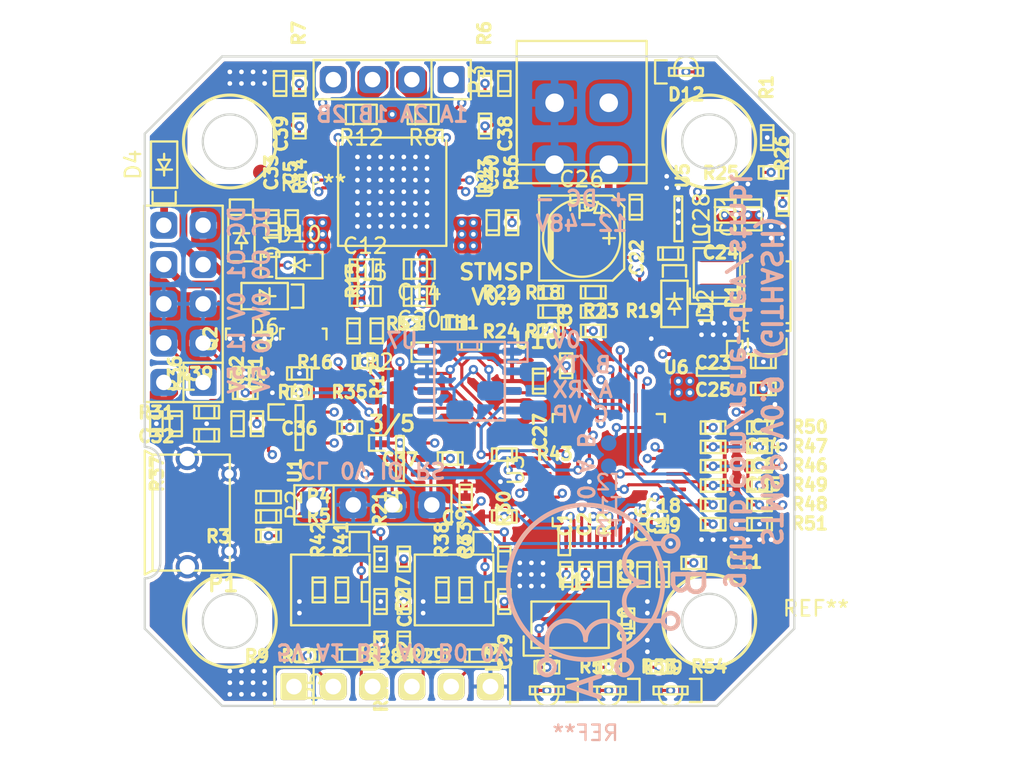
<source format=kicad_pcb>
(kicad_pcb (version 20170123) (host pcbnew "(2017-04-07 revision 70c961f)-master")
  (layers (0 F.Cu signal) (1 In1.Cu signal) (2 In2.Cu signal) (31 B.Cu signal) (34 B.Paste user) (35 F.Paste user) (36 B.SilkS user) (37 F.SilkS user) (38 B.Mask user) (39 F.Mask user) (44 Edge.Cuts user))
  (net 0 "")
  (net 1 "Net-(C2-Pad1)")
  (net 2 "Net-(C3-Pad1)")
  (net 3 "Net-(C10-Pad2)")
  (net 4 "Net-(P1-Pad2)")
  (net 5 "Net-(P1-Pad3)")
  (net 6 "Net-(R2-Pad1)")
  (net 7 GND)
  (net 8 "Net-(C13-Pad1)")
  (net 9 VPP)
  (net 10 +5V)
  (net 11 "Net-(R15-Pad2)")
  (net 12 "Net-(R18-Pad2)")
  (net 13 "Net-(R22-Pad2)")
  (net 14 "Net-(R25-Pad2)")
  (net 15 "Net-(C24-Pad2)")
  (net 16 "Net-(C24-Pad1)")
  (net 17 "Net-(C27-Pad1)")
  (net 18 "Net-(Q1-Pad1)")
  (net 19 "Net-(Q2-Pad1)")
  (net 20 /cmd/A0)
  (net 21 /cmd/B0)
  (net 22 /cmd/A1)
  (net 23 /cmd/B1)
  (net 24 "Net-(D7-Pad1)")
  (net 25 "Net-(D8-Pad1)")
  (net 26 "Net-(D9-Pad1)")
  (net 27 "Net-(P3-Pad1)")
  (net 28 "Net-(P3-Pad2)")
  (net 29 "Net-(P3-Pad3)")
  (net 30 "Net-(P3-Pad4)")
  (net 31 "Net-(R49-Pad1)")
  (net 32 "Net-(R12-Pad2)")
  (net 33 /NRST)
  (net 34 /SHUNT_A)
  (net 35 /DCLINK)
  (net 36 /BEMF_2A)
  (net 37 /BEMF_1A)
  (net 38 "Net-(C30-Pad2)")
  (net 39 "Net-(C30-Pad1)")
  (net 40 /SHUNT_B)
  (net 41 /SHUNT_LOW)
  (net 42 "Net-(D10-Pad1)")
  (net 43 /ENA)
  (net 44 /ENB)
  (net 45 /ENTX)
  (net 46 /ENRX)
  (net 47 /OUT0)
  (net 48 /OUT1)
  (net 49 /IN0)
  (net 50 /IN1)
  (net 51 /f3/LED0)
  (net 52 /f3/LED1)
  (net 53 /f3/LED2)
  (net 54 /TEMP)
  (net 55 /IN1B)
  (net 56 /IN2B)
  (net 57 /IN1A)
  (net 58 /IN2A)
  (net 59 /RX)
  (net 60 /TX)
  (net 61 /MOSI)
  (net 62 /SCK)
  (net 63 /CSQ)
  (net 64 /SWCLK)
  (net 65 /SWDIO)
  (net 66 /I0)
  (net 67 /I1)
  (net 68 /f3/USB_EN)
  (net 69 /f3/USB-)
  (net 70 /f3/USB+)
  (net 71 /O0)
  (net 72 /O1)
  (net 73 "Net-(D12-Pad1)")
  (net 74 "Net-(C33-Pad1)")
  (net 75 "Net-(C38-Pad1)")
  (net 76 "Net-(C39-Pad1)")
  (net 77 +3V3)
  (net 78 "Net-(R43-Pad1)")
  (net 79 "Net-(T1-Pad1)")
  (net 80 "Net-(T2-Pad1)")
  (net 81 "Net-(T3-Pad1)")
  (net 82 "Net-(P1-Pad1)")
  (net 83 "Net-(P1-Pad4)")
  (net 84 "Net-(U5-Pad4)")
  (net 85 "Net-(U7-Pad8)")
  (net 86 "Net-(U7-Pad5)")
  (net 87 "Net-(U10-Pad8)")
  (net 88 "Net-(U10-Pad5)")
  (module stmbl:C_0805 (layer F.Cu) (at 64.25 63.75)
    (fp_text reference C12 (at 0 -1.5) (layer F.SilkS))
    (fp_text value 220n)
    (pad 2 smd roundrect (at 1 0) (size 1 1.25) (layers F.Cu F.Paste F.Mask) (net 7 GND))
    (pad 1 smd roundrect (at -1 0) (size 1 1.25) (layers F.Cu F.Paste F.Mask) (net 9 VPP))
  )
  (module stmbl:C_0805 (layer F.Cu) (at 67.75 63.75 180)
    (fp_text reference C14 (at 0 -1.5 180) (layer F.SilkS))
    (fp_text value 220n)
    (pad 2 smd roundrect (at 1 0 180) (size 1 1.25) (layers F.Cu F.Paste F.Mask) (net 7 GND))
    (pad 1 smd roundrect (at -1 0 180) (size 1 1.25) (layers F.Cu F.Paste F.Mask) (net 9 VPP))
  )
  (module stmbl:C_0805 (layer F.Cu) (at 64.25 65.5)
    (fp_text reference C15 (at 0 -1.5) (layer F.SilkS))
    (fp_text value 220n)
    (pad 2 smd roundrect (at 1 0) (size 1 1.25) (layers F.Cu F.Paste F.Mask) (net 7 GND))
    (pad 1 smd roundrect (at -1 0) (size 1 1.25) (layers F.Cu F.Paste F.Mask) (net 9 VPP))
  )
  (module stmbl:C_0805 (layer F.Cu) (at 67.75 65.5 180)
    (fp_text reference C20 (at 0 -1.5 180) (layer F.SilkS))
    (fp_text value 220n)
    (pad 2 smd roundrect (at 1 0 180) (size 1 1.25) (layers F.Cu F.Paste F.Mask) (net 7 GND))
    (pad 1 smd roundrect (at -1 0 180) (size 1 1.25) (layers F.Cu F.Paste F.Mask) (net 9 VPP))
  )
  (module stmbl:C_0805 (layer F.Cu) (at 89.25 60.25 90)
    (fp_text reference C21 (at 0 -1.5 90) (layer F.SilkS))
    (fp_text value 10u)
    (pad 2 smd roundrect (at 1 0 90) (size 1 1.25) (layers F.Cu F.Paste F.Mask) (net 7 GND))
    (pad 1 smd roundrect (at -1 0 90) (size 1 1.25) (layers F.Cu F.Paste F.Mask) (net 10 +5V))
  )
  (module stmbl:C_0805 (layer F.Cu) (at 87.5 60.25 90)
    (fp_text reference C28 (at 0 -1.5 90) (layer F.SilkS))
    (fp_text value 10u)
    (pad 2 smd roundrect (at 1 0 90) (size 1 1.25) (layers F.Cu F.Paste F.Mask) (net 7 GND))
    (pad 1 smd roundrect (at -1 0 90) (size 1 1.25) (layers F.Cu F.Paste F.Mask) (net 10 +5V))
  )
  (module stmbl:USB_Micro-B (layer F.Cu) (at 52.75 79.5 90)
    (fp_text reference P1 (at -4.608 2.318 -180) (layer F.SilkS) (effects (font (thickness 0.2))))
    (fp_text value USB_OTG)
    (pad 1 smd roundrect (at 1.3 2.75) (size 1.35 0.4) (layers F.Cu F.Paste F.Mask) (net 82 "Net-(P1-Pad1)"))
    (pad 2 smd roundrect (at 0.65 2.75) (size 1.35 0.4) (layers F.Cu F.Paste F.Mask) (net 4 "Net-(P1-Pad2)"))
    (pad 3 smd roundrect (at 0 2.75) (size 1.35 0.4) (layers F.Cu F.Paste F.Mask) (net 5 "Net-(P1-Pad3)"))
    (pad 4 smd roundrect (at -0.65 2.75) (size 1.35 0.4) (layers F.Cu F.Paste F.Mask) (net 83 "Net-(P1-Pad4)"))
    (pad 5 smd roundrect (at -1.3 2.75) (size 1.35 0.4) (layers F.Cu F.Paste F.Mask) (net 7 GND))
    (pad 6 thru_hole circle (at 2.5 2.7) (size 1 1) (drill 0.6) (layers *.Cu *.Mask F.Paste) (net 7 GND))
    (pad 6 thru_hole circle (at -2.5 2.7) (size 1 1) (drill 0.6) (layers *.Cu *.Mask F.Paste) (net 7 GND))
    (pad 6 thru_hole circle (at 3.5 0) (size 1.5 1.5) (drill 1) (layers *.Cu *.Mask F.Paste) (net 7 GND))
    (pad 6 thru_hole circle (at -3.5 0) (size 1.5 1.5) (drill 1) (layers *.Cu *.Mask F.Paste) (net 7 GND))
    (pad 6 smd roundrect (at 0 0 90) (size 2.5 2) (layers F.Cu F.Paste F.Mask) (net 7 GND))
  )
  (module stmbl:STMSP_LOGO (layer B.Cu) (at 78.5 83.75)
    (fp_text reference REF** (at 0 10) (layer B.SilkS) (effects (justify mirror)))
    (fp_text value STMSP_LOGO)
    (fp_text user A (at 0 7 -90) (layer B.SilkS) (effects (font (size 2 2) (thickness 0.3)) (justify mirror)))
    (fp_text user B (at 6.75 0.25 -270) (layer B.SilkS) (effects (font (size 2 2) (thickness 0.3)) (justify mirror)))
  )
  (module stmbl:akl183-2 (layer F.Cu) (at 78.25 53 180)
    (fp_text reference P6 (at 0 -6.5 180) (layer F.SilkS))
    (fp_text value CONN_01X02)
    (pad 2 thru_hole circle (at 1.75 0 180) (size 1.5 1.5) (drill 1.2) (layers *.Cu *.Mask) (net 7 GND))
    (pad 1 thru_hole circle (at -1.75 0 180) (size 1.5 1.5) (drill 1.2) (layers *.Cu *.Mask) (net 9 VPP))
    (pad 1 smd roundrect (at -1.75 0 180) (size 2.5 2.5) (layers B.Cu B.Mask) (net 9 VPP))
    (pad 2 smd roundrect (at 1.75 0 180) (size 2.5 2.5) (layers B.Cu B.Mask) (net 7 GND))
  )
  (module stmbl:Crystal_SMD_0503_4Pads (layer F.Cu) (at 77.5 86.75 90)
    (fp_text reference Y1 (at 2.75 0 -180) (layer F.SilkS) (effects (font (thickness 0.2))))
    (fp_text value 8M)
    (pad 1 smd roundrect (at -1.25 -2) (size 1.5 1) (layers F.Cu F.Paste F.Mask) (net 1 "Net-(C2-Pad1)"))
    (pad 3 smd roundrect (at -1.25 2) (size 1.5 1) (layers F.Cu F.Paste F.Mask))
    (pad 2 smd roundrect (at 1.25 2) (size 1.5 1) (layers F.Cu F.Paste F.Mask) (net 2 "Net-(C3-Pad1)"))
    (pad 3 smd roundrect (at 1.25 -2) (size 1.5 1) (layers F.Cu F.Paste F.Mask))
  )
  (module stmbl:SOLDER_JUMPER_3_NC (layer F.Cu) (at 64.75 71.75 180)
    (fp_text reference JP2 (at 0 2 180) (layer F.SilkS))
    (fp_text value JUMPER3_NC)
    (fp_line (start -1.5 0) (end 0 0) (layer F.Cu) (width 0.15))
    (fp_line (start 0 0) (end 0.55 0) (layer F.Cu) (width 0.15))
    (fp_line (start 1.5 0) (end 0.95 0) (layer F.Cu) (width 0.15))
    (pad 3 smd roundrect (at 1.5 0 180) (size 1 1.5) (layers F.Cu F.Mask) (net 77 +3V3))
    (pad 2 smd roundrect (at 0 0 180) (size 1 1.5) (layers F.Cu F.Mask) (net 17 "Net-(C27-Pad1)"))
    (pad 1 smd roundrect (at -1.5 0 180) (size 1 1.5) (layers F.Cu F.Mask) (net 10 +5V))
  )
  (module stmbl:LED-0805-SIDE (layer F.Cu) (at 76 91 180)
    (fp_text reference D7 (at 0.012 1.464 180) (layer F.SilkS) (effects (font (size 0.8 0.8) (thickness 0.2))))
    (fp_text value Led_Small)
    (pad 2 smd roundrect (at 1 0) (size 1 0.75) (layers F.Cu F.Paste F.Mask) (net 77 +3V3))
    (pad 1 smd roundrect (at -1 0) (size 1 0.75) (layers F.Cu F.Paste F.Mask) (net 24 "Net-(D7-Pad1)"))
  )
  (module stmbl:LED-0805-SIDE (layer F.Cu) (at 80 91 180)
    (fp_text reference D8 (at 0.012 1.464 180) (layer F.SilkS) (effects (font (size 0.8 0.8) (thickness 0.2))))
    (fp_text value Led_Small)
    (pad 2 smd roundrect (at 1 0) (size 1 0.75) (layers F.Cu F.Paste F.Mask) (net 77 +3V3))
    (pad 1 smd roundrect (at -1 0) (size 1 0.75) (layers F.Cu F.Paste F.Mask) (net 25 "Net-(D8-Pad1)"))
  )
  (module stmbl:LED-0805-SIDE (layer F.Cu) (at 84 91 180)
    (fp_text reference D9 (at 0.012 1.464 180) (layer F.SilkS) (effects (font (size 0.8 0.8) (thickness 0.2))))
    (fp_text value Led_Small)
    (pad 2 smd roundrect (at 1 0) (size 1 0.75) (layers F.Cu F.Paste F.Mask) (net 77 +3V3))
    (pad 1 smd roundrect (at -1 0) (size 1 0.75) (layers F.Cu F.Paste F.Mask) (net 26 "Net-(D9-Pad1)"))
  )
  (module stmbl:LED-0805-SIDE (layer F.Cu) (at 85 51)
    (fp_text reference D12 (at 0.012 1.464) (layer F.SilkS) (effects (font (size 0.8 0.8) (thickness 0.2))))
    (fp_text value Led_Small)
    (pad 2 smd roundrect (at 1 0 180) (size 1 0.75) (layers F.Cu F.Paste F.Mask) (net 10 +5V))
    (pad 1 smd roundrect (at -1 0 180) (size 1 0.75) (layers F.Cu F.Paste F.Mask) (net 73 "Net-(D12-Pad1)"))
  )
  (module stmbl:SOT-23 (layer F.Cu) (at 60.25 68.25 90)
    (fp_text reference Q1 (at 0 -2.5 90) (layer F.SilkS) (effects (font (size 0.8 0.8) (thickness 0.2))))
    (fp_text value Q_NJFET_GSD)
    (pad 1 smd roundrect (at -1.00076 -0.95) (size 0.8001 0.8001) (layers F.Cu F.Paste F.Mask) (net 18 "Net-(Q1-Pad1)"))
    (pad 2 smd roundrect (at -1.00076 0.95) (size 0.8001 0.8001) (layers F.Cu F.Paste F.Mask) (net 7 GND))
    (pad 3 smd roundrect (at 0.99822 0) (size 0.8001 0.8001) (layers F.Cu F.Paste F.Mask) (net 47 /OUT0))
  )
  (module stmbl:SOT-23 (layer F.Cu) (at 56.75 68.25 90)
    (fp_text reference Q2 (at 0 -2.5 90) (layer F.SilkS) (effects (font (size 0.8 0.8) (thickness 0.2))))
    (fp_text value Q_NJFET_GSD)
    (pad 1 smd roundrect (at -1.00076 -0.95) (size 0.8001 0.8001) (layers F.Cu F.Paste F.Mask) (net 19 "Net-(Q2-Pad1)"))
    (pad 2 smd roundrect (at -1.00076 0.95) (size 0.8001 0.8001) (layers F.Cu F.Paste F.Mask) (net 7 GND))
    (pad 3 smd roundrect (at 0.99822 0) (size 0.8001 0.8001) (layers F.Cu F.Paste F.Mask) (net 48 /OUT1))
  )
  (module stmbl:R_0805 (layer F.Cu) (at 64 53.75 180)
    (fp_text reference R12 (at 0 -1.5 180) (layer F.SilkS))
    (fp_text value 0.02)
    (pad 2 smd roundrect (at 1 0 180) (size 1 1.25) (layers F.Cu F.Paste F.Mask) (net 32 "Net-(R12-Pad2)"))
    (pad 1 smd roundrect (at -1 0 180) (size 1 1.25) (layers F.Cu F.Paste F.Mask) (net 7 GND))
  )
  (module stmbl:R_0805 (layer F.Cu) (at 68 53.75 180)
    (fp_text reference R8 (at 0 -1.5 180) (layer F.SilkS))
    (fp_text value 0.02)
    (pad 2 smd roundrect (at 1 0 180) (size 1 1.25) (layers F.Cu F.Paste F.Mask) (net 7 GND))
    (pad 1 smd roundrect (at -1 0 180) (size 1 1.25) (layers F.Cu F.Paste F.Mask) (net 31 "Net-(R49-Pad1)"))
  )
  (module stmbl:SOIC-8-N (layer B.Cu) (at 71 71 180)
    (fp_text reference U7 (at 4.362 2.624 180) (layer B.SilkS) (effects (font (thickness 0.2)) (justify mirror)))
    (fp_text value TLE5012)
    (pad 8 smd roundrect (at 2.75 1.905 270) (size 0.5 1.25) (layers B.Cu B.Paste B.Mask) (net 85 "Net-(U7-Pad8)"))
    (pad 7 smd roundrect (at 2.75 0.635 270) (size 0.5 1.25) (layers B.Cu B.Paste B.Mask) (net 7 GND))
    (pad 6 smd roundrect (at 2.75 -0.635 270) (size 0.5 1.25) (layers B.Cu B.Paste B.Mask) (net 17 "Net-(C27-Pad1)"))
    (pad 5 smd roundrect (at 2.75 -1.905 270) (size 0.5 1.25) (layers B.Cu B.Paste B.Mask) (net 86 "Net-(U7-Pad5)"))
    (pad 4 smd roundrect (at -2.75 -1.905 270) (size 0.5 1.25) (layers B.Cu B.Paste B.Mask) (net 61 /MOSI))
    (pad 3 smd roundrect (at -2.75 -0.635 270) (size 0.5 1.25) (layers B.Cu B.Paste B.Mask) (net 63 /CSQ))
    (pad 2 smd roundrect (at -2.75 0.635 270) (size 0.5 1.25) (layers B.Cu B.Paste B.Mask) (net 62 /SCK))
    (pad 1 smd roundrect (at -2.75 1.905 270) (size 0.5 1.25) (layers B.Cu B.Paste B.Mask) (net 7 GND))
  )
  (module stmbl:SOIC-8-N (layer F.Cu) (at 62 84.5 270)
    (fp_text reference U8 (at 4.362 -2.624 270) (layer F.SilkS) (effects (font (thickness 0.2))))
    (fp_text value SN65176B)
    (pad 8 smd roundrect (at 2.75 -1.905 180) (size 0.5 1.25) (layers F.Cu F.Paste F.Mask) (net 8 "Net-(C13-Pad1)"))
    (pad 7 smd roundrect (at 2.75 -0.635 180) (size 0.5 1.25) (layers F.Cu F.Paste F.Mask) (net 23 /cmd/B1))
    (pad 6 smd roundrect (at 2.75 0.635 180) (size 0.5 1.25) (layers F.Cu F.Paste F.Mask) (net 22 /cmd/A1))
    (pad 5 smd roundrect (at 2.75 1.905 180) (size 0.5 1.25) (layers F.Cu F.Paste F.Mask) (net 7 GND))
    (pad 4 smd roundrect (at -2.75 1.905 180) (size 0.5 1.25) (layers F.Cu F.Paste F.Mask) (net 59 /RX))
    (pad 3 smd roundrect (at -2.75 0.635 180) (size 0.5 1.25) (layers F.Cu F.Paste F.Mask) (net 46 /ENRX))
    (pad 2 smd roundrect (at -2.75 -0.635 180) (size 0.5 1.25) (layers F.Cu F.Paste F.Mask) (net 46 /ENRX))
    (pad 1 smd roundrect (at -2.75 -1.905 180) (size 0.5 1.25) (layers F.Cu F.Paste F.Mask) (net 59 /RX))
  )
  (module stmbl:SOIC-8-N (layer F.Cu) (at 70 84.5 270)
    (fp_text reference U9 (at 4.362 -2.624 270) (layer F.SilkS) (effects (font (thickness 0.2))))
    (fp_text value SN65176B)
    (pad 8 smd roundrect (at 2.75 -1.905 180) (size 0.5 1.25) (layers F.Cu F.Paste F.Mask) (net 8 "Net-(C13-Pad1)"))
    (pad 7 smd roundrect (at 2.75 -0.635 180) (size 0.5 1.25) (layers F.Cu F.Paste F.Mask) (net 21 /cmd/B0))
    (pad 6 smd roundrect (at 2.75 0.635 180) (size 0.5 1.25) (layers F.Cu F.Paste F.Mask) (net 20 /cmd/A0))
    (pad 5 smd roundrect (at 2.75 1.905 180) (size 0.5 1.25) (layers F.Cu F.Paste F.Mask) (net 7 GND))
    (pad 4 smd roundrect (at -2.75 1.905 180) (size 0.5 1.25) (layers F.Cu F.Paste F.Mask) (net 60 /TX))
    (pad 3 smd roundrect (at -2.75 0.635 180) (size 0.5 1.25) (layers F.Cu F.Paste F.Mask) (net 45 /ENTX))
    (pad 2 smd roundrect (at -2.75 -0.635 180) (size 0.5 1.25) (layers F.Cu F.Paste F.Mask) (net 45 /ENTX))
    (pad 1 smd roundrect (at -2.75 -1.905 180) (size 0.5 1.25) (layers F.Cu F.Paste F.Mask) (net 60 /TX))
  )
  (module stmbl:SOIC-8-N (layer F.Cu) (at 71 71)
    (fp_text reference U10 (at 4.362 -2.624) (layer F.SilkS) (effects (font (thickness 0.2))))
    (fp_text value TLE5012)
    (pad 8 smd roundrect (at 2.75 -1.905 270) (size 0.5 1.25) (layers F.Cu F.Paste F.Mask) (net 87 "Net-(U10-Pad8)"))
    (pad 7 smd roundrect (at 2.75 -0.635 270) (size 0.5 1.25) (layers F.Cu F.Paste F.Mask) (net 7 GND))
    (pad 6 smd roundrect (at 2.75 0.635 270) (size 0.5 1.25) (layers F.Cu F.Paste F.Mask) (net 17 "Net-(C27-Pad1)"))
    (pad 5 smd roundrect (at 2.75 1.905 270) (size 0.5 1.25) (layers F.Cu F.Paste F.Mask) (net 88 "Net-(U10-Pad5)"))
    (pad 4 smd roundrect (at -2.75 1.905 270) (size 0.5 1.25) (layers F.Cu F.Paste F.Mask) (net 61 /MOSI))
    (pad 3 smd roundrect (at -2.75 0.635 270) (size 0.5 1.25) (layers F.Cu F.Paste F.Mask) (net 63 /CSQ))
    (pad 2 smd roundrect (at -2.75 -0.635 270) (size 0.5 1.25) (layers F.Cu F.Paste F.Mask) (net 62 /SCK))
    (pad 1 smd roundrect (at -2.75 -1.905 270) (size 0.5 1.25) (layers F.Cu F.Paste F.Mask) (net 7 GND))
  )
  (module stmbl:LQFP-48_7x7mm_Pitch0.5mm (layer F.Cu) (at 80 76.75 90)
    (fp_text reference U3 (at 0 -6 90) (layer F.SilkS))
    (fp_text value STM32F303CBTx)
    (pad 1 smd roundrect (at -4.35 -2.75 90) (size 1.3 0.25) (layers F.Cu F.Paste F.Mask) (net 77 +3V3))
    (pad 2 smd roundrect (at -4.35 -2.25 90) (size 1.3 0.25) (layers F.Cu F.Paste F.Mask) (net 51 /f3/LED0))
    (pad 3 smd roundrect (at -4.35 -1.75 90) (size 1.3 0.25) (layers F.Cu F.Paste F.Mask) (net 52 /f3/LED1))
    (pad 4 smd roundrect (at -4.35 -1.25 90) (size 1.3 0.25) (layers F.Cu F.Paste F.Mask) (net 53 /f3/LED2))
    (pad 5 smd roundrect (at -4.35 -0.75 90) (size 1.3 0.25) (layers F.Cu F.Paste F.Mask) (net 1 "Net-(C2-Pad1)"))
    (pad 6 smd roundrect (at -4.35 -0.25 90) (size 1.3 0.25) (layers F.Cu F.Paste F.Mask) (net 6 "Net-(R2-Pad1)"))
    (pad 7 smd roundrect (at -4.35 0.25 90) (size 1.3 0.25) (layers F.Cu F.Paste F.Mask) (net 33 /NRST))
    (pad 8 smd roundrect (at -4.35 0.75 90) (size 1.3 0.25) (layers F.Cu F.Paste F.Mask) (net 7 GND))
    (pad 9 smd roundrect (at -4.35 1.25 90) (size 1.3 0.25) (layers F.Cu F.Paste F.Mask) (net 3 "Net-(C10-Pad2)"))
    (pad 10 smd roundrect (at -4.35 1.75 90) (size 1.3 0.25) (layers F.Cu F.Paste F.Mask) (net 35 /DCLINK))
    (pad 11 smd roundrect (at -4.35 2.25 90) (size 1.3 0.25) (layers F.Cu F.Paste F.Mask) (net 54 /TEMP))
    (pad 12 smd roundrect (at -4.35 2.75 90) (size 1.3 0.25) (layers F.Cu F.Paste F.Mask) (net 66 /I0))
    (pad 13 smd roundrect (at -2.75 4.35 180) (size 1.3 0.25) (layers F.Cu F.Paste F.Mask) (net 37 /BEMF_1A))
    (pad 14 smd roundrect (at -2.25 4.35 180) (size 1.3 0.25) (layers F.Cu F.Paste F.Mask) (net 36 /BEMF_2A))
    (pad 15 smd roundrect (at -1.75 4.35 180) (size 1.3 0.25) (layers F.Cu F.Paste F.Mask) (net 67 /I1))
    (pad 16 smd roundrect (at -1.25 4.35 180) (size 1.3 0.25) (layers F.Cu F.Paste F.Mask) (net 81 "Net-(T3-Pad1)"))
    (pad 17 smd roundrect (at -0.75 4.35 180) (size 1.3 0.25) (layers F.Cu F.Paste F.Mask) (net 41 /SHUNT_LOW))
    (pad 18 smd roundrect (at -0.25 4.35 180) (size 1.3 0.25) (layers F.Cu F.Paste F.Mask) (net 34 /SHUNT_A))
    (pad 19 smd roundrect (at 0.25 4.35 180) (size 1.3 0.25) (layers F.Cu F.Paste F.Mask) (net 79 "Net-(T1-Pad1)"))
    (pad 20 smd roundrect (at 0.75 4.35 180) (size 1.3 0.25) (layers F.Cu F.Paste F.Mask) (net 68 /f3/USB_EN))
    (pad 21 smd roundrect (at 1.25 4.35 180) (size 1.3 0.25) (layers F.Cu F.Paste F.Mask) (net 71 /O0))
    (pad 22 smd roundrect (at 1.75 4.35 180) (size 1.3 0.25) (layers F.Cu F.Paste F.Mask) (net 40 /SHUNT_B))
    (pad 23 smd roundrect (at 2.25 4.35 180) (size 1.3 0.25) (layers F.Cu F.Paste F.Mask) (net 7 GND))
    (pad 24 smd roundrect (at 2.75 4.35 180) (size 1.3 0.25) (layers F.Cu F.Paste F.Mask) (net 77 +3V3))
    (pad 25 smd roundrect (at 4.35 2.75 90) (size 1.3 0.25) (layers F.Cu F.Paste F.Mask) (net 80 "Net-(T2-Pad1)"))
    (pad 26 smd roundrect (at 4.35 2.25 90) (size 1.3 0.25) (layers F.Cu F.Paste F.Mask) (net 58 /IN2A))
    (pad 27 smd roundrect (at 4.35 1.75 90) (size 1.3 0.25) (layers F.Cu F.Paste F.Mask) (net 56 /IN2B))
    (pad 28 smd roundrect (at 4.35 1.25 90) (size 1.3 0.25) (layers F.Cu F.Paste F.Mask) (net 43 /ENA))
    (pad 29 smd roundrect (at 4.35 0.75 90) (size 1.3 0.25) (layers F.Cu F.Paste F.Mask) (net 57 /IN1A))
    (pad 30 smd roundrect (at 4.35 0.25 90) (size 1.3 0.25) (layers F.Cu F.Paste F.Mask) (net 55 /IN1B))
    (pad 31 smd roundrect (at 4.35 -0.25 90) (size 1.3 0.25) (layers F.Cu F.Paste F.Mask) (net 44 /ENB))
    (pad 32 smd roundrect (at 4.35 -0.75 90) (size 1.3 0.25) (layers F.Cu F.Paste F.Mask) (net 69 /f3/USB-))
    (pad 33 smd roundrect (at 4.35 -1.25 90) (size 1.3 0.25) (layers F.Cu F.Paste F.Mask) (net 70 /f3/USB+))
    (pad 34 smd roundrect (at 4.35 -1.75 90) (size 1.3 0.25) (layers F.Cu F.Paste F.Mask) (net 65 /SWDIO))
    (pad 35 smd roundrect (at 4.35 -2.25 90) (size 1.3 0.25) (layers F.Cu F.Paste F.Mask) (net 7 GND))
    (pad 36 smd roundrect (at 4.35 -2.75 90) (size 1.3 0.25) (layers F.Cu F.Paste F.Mask) (net 77 +3V3))
    (pad 37 smd roundrect (at 2.75 -4.35 180) (size 1.3 0.25) (layers F.Cu F.Paste F.Mask) (net 64 /SWCLK))
    (pad 38 smd roundrect (at 2.25 -4.35 180) (size 1.3 0.25) (layers F.Cu F.Paste F.Mask) (net 63 /CSQ))
    (pad 39 smd roundrect (at 1.75 -4.35 180) (size 1.3 0.25) (layers F.Cu F.Paste F.Mask) (net 62 /SCK))
    (pad 40 smd roundrect (at 1.25 -4.35 180) (size 1.3 0.25) (layers F.Cu F.Paste F.Mask) (net 46 /ENRX))
    (pad 41 smd roundrect (at 0.75 -4.35 180) (size 1.3 0.25) (layers F.Cu F.Paste F.Mask) (net 78 "Net-(R43-Pad1)"))
    (pad 42 smd roundrect (at 0.25 -4.35 180) (size 1.3 0.25) (layers F.Cu F.Paste F.Mask) (net 60 /TX))
    (pad 43 smd roundrect (at -0.25 -4.35 180) (size 1.3 0.25) (layers F.Cu F.Paste F.Mask) (net 59 /RX))
    (pad 44 smd roundrect (at -0.75 -4.35 180) (size 1.3 0.25) (layers F.Cu F.Paste F.Mask) (net 7 GND))
    (pad 45 smd roundrect (at -1.25 -4.35 180) (size 1.3 0.25) (layers F.Cu F.Paste F.Mask) (net 45 /ENTX))
    (pad 46 smd roundrect (at -1.75 -4.35 180) (size 1.3 0.25) (layers F.Cu F.Paste F.Mask) (net 72 /O1))
    (pad 47 smd roundrect (at -2.25 -4.35 180) (size 1.3 0.25) (layers F.Cu F.Paste F.Mask) (net 7 GND))
    (pad 48 smd roundrect (at -2.75 -4.35 180) (size 1.3 0.25) (layers F.Cu F.Paste F.Mask) (net 77 +3V3))
  )
  (module stmbl:SMD_INDUCTOR_32x25 (layer F.Cu) (at 87 64 90)
    (fp_text reference L3 (at -2.57 -0.712 90) (layer F.SilkS) (effects (font (size 0.8 0.8) (thickness 0.2))))
    (fp_text value "22µ 650mA")
    (pad 1 smd roundrect (at -1.2 0 180) (size 2.5 1) (layers F.Cu F.Paste F.Mask) (net 15 "Net-(C24-Pad2)"))
    (pad 2 smd roundrect (at 1.2 0 180) (size 2.5 1) (layers F.Cu F.Paste F.Mask) (net 10 +5V))
  )
  (module stmbl:SOD-123 (layer F.Cu) (at 84.25 66 270)
    (fp_text reference D2 (at 0 -2 270) (layer F.SilkS))
    (fp_text value 1N4148)
    (pad 1 smd roundrect (at -1.75 0 270) (size 1 0.85) (layers F.Cu F.Paste F.Mask) (net 16 "Net-(C24-Pad1)"))
    (pad 2 smd roundrect (at 1.75 0 270) (size 1 0.85) (layers F.Cu F.Paste F.Mask) (net 10 +5V))
  )
  (module stmbl:SOD-123 (layer F.Cu) (at 60 63.5)
    (fp_text reference D10 (at 0 -2) (layer F.SilkS))
    (fp_text value 1N4148)
    (pad 1 smd roundrect (at -1.75 0) (size 1 0.85) (layers F.Cu F.Paste F.Mask) (net 42 "Net-(D10-Pad1)"))
    (pad 2 smd roundrect (at 1.75 0) (size 1 0.85) (layers F.Cu F.Paste F.Mask) (net 9 VPP))
  )
  (module stmbl:SOD-123 (layer F.Cu) (at 56.25 61.75 270)
    (fp_text reference D11 (at 0 -2 270) (layer F.SilkS))
    (fp_text value 1N4148)
    (pad 1 smd roundrect (at -1.75 0 270) (size 1 0.85) (layers F.Cu F.Paste F.Mask) (net 74 "Net-(C33-Pad1)"))
    (pad 2 smd roundrect (at 1.75 0 270) (size 1 0.85) (layers F.Cu F.Paste F.Mask) (net 42 "Net-(D10-Pad1)"))
  )
  (module stmbl:SOD-123 (layer F.Cu) (at 51.25 57 90)
    (fp_text reference D4 (at 0 -2 90) (layer F.SilkS))
    (fp_text value "200V 1A")
    (pad 1 smd roundrect (at -1.75 0 90) (size 1 0.85) (layers F.Cu F.Paste F.Mask) (net 9 VPP))
    (pad 2 smd roundrect (at 1.75 0 90) (size 1 0.85) (layers F.Cu F.Paste F.Mask) (net 47 /OUT0))
  )
  (module stmbl:SOD-123 (layer F.Cu) (at 57.75 65.5 180)
    (fp_text reference D6 (at 0 -2 180) (layer F.SilkS))
    (fp_text value "200V 1A")
    (pad 1 smd roundrect (at -1.75 0 180) (size 1 0.85) (layers F.Cu F.Paste F.Mask) (net 9 VPP))
    (pad 2 smd roundrect (at 1.75 0 180) (size 1 0.85) (layers F.Cu F.Paste F.Mask) (net 48 /OUT1))
  )
  (module stmbl:SMA_Standard (layer F.Cu) (at 90.25 65.5 90)
    (fp_text reference D1 (at 0 -2.25 90) (layer F.SilkS) (effects (font (size 0.8 0.8) (thickness 0.2))))
    (fp_text value ss110)
    (pad 1 smd roundrect (at -2 0 90) (size 2.5 1.75) (layers F.Cu F.Paste F.Mask) (net 15 "Net-(C24-Pad2)"))
    (pad 2 smd roundrect (at 2 0 90) (size 2.5 1.75) (layers F.Cu F.Paste F.Mask) (net 7 GND))
  )
  (module stmbl:SOT-23-5 (layer F.Cu) (at 87.15 70.4 270)
    (fp_text reference U6 (at -0.29 2.784) (layer F.SilkS) (effects (font (size 0.8 0.8) (thickness 0.2))))
    (fp_text value MIC5504-3.3YM5)
    (pad 1 smd roundrect (at -1.2 -0.95 270) (size 1 0.45) (layers F.Cu F.Paste F.Mask) (net 10 +5V))
    (pad 2 smd roundrect (at -1.2 0 270) (size 1 0.45) (layers F.Cu F.Paste F.Mask) (net 7 GND))
    (pad 3 smd roundrect (at -1.2 0.95 270) (size 1 0.45) (layers F.Cu F.Paste F.Mask) (net 10 +5V))
    (pad 4 smd roundrect (at 1.2 0.95 270) (size 1 0.45) (layers F.Cu F.Paste F.Mask))
    (pad 5 smd roundrect (at 1.2 -0.95 270) (size 1 0.45) (layers F.Cu F.Paste F.Mask) (net 77 +3V3))
  )
  (module stmbl:SOT-23-6 (layer F.Cu) (at 60 74)
    (fp_text reference U1 (at -0.29 2.784 -270) (layer F.SilkS) (effects (font (size 0.8 0.8) (thickness 0.2))))
    (fp_text value USBLC6-4SC6)
    (pad 1 smd roundrect (at -1.2 -0.95) (size 1 0.45) (layers F.Cu F.Paste F.Mask) (net 66 /I0))
    (pad 2 smd roundrect (at -1.2 0) (size 1 0.45) (layers F.Cu F.Paste F.Mask) (net 7 GND))
    (pad 3 smd roundrect (at -1.2 0.95) (size 1 0.45) (layers F.Cu F.Paste F.Mask) (net 67 /I1))
    (pad 4 smd roundrect (at 1.2 0.95) (size 1 0.45) (layers F.Cu F.Paste F.Mask) (net 70 /f3/USB+))
    (pad 6 smd roundrect (at 1.2 -0.95) (size 1 0.45) (layers F.Cu F.Paste F.Mask) (net 69 /f3/USB-))
    (pad 5 smd roundrect (at 1.2 0) (size 1 0.45) (layers F.Cu F.Paste F.Mask) (net 77 +3V3))
  )
  (module stmbl:SOT-23-6 (layer F.Cu) (at 84.5 60.5 180)
    (fp_text reference U5 (at -0.29 2.784 -90) (layer F.SilkS) (effects (font (size 0.8 0.8) (thickness 0.2))))
    (fp_text value MCP16331)
    (pad 1 smd roundrect (at -1.2 -0.95 180) (size 1 0.45) (layers F.Cu F.Paste F.Mask) (net 16 "Net-(C24-Pad1)"))
    (pad 2 smd roundrect (at -1.2 0 180) (size 1 0.45) (layers F.Cu F.Paste F.Mask) (net 7 GND))
    (pad 3 smd roundrect (at -1.2 0.95 180) (size 1 0.45) (layers F.Cu F.Paste F.Mask) (net 14 "Net-(R25-Pad2)"))
    (pad 4 smd roundrect (at 1.2 0.95 180) (size 1 0.45) (layers F.Cu F.Paste F.Mask) (net 84 "Net-(U5-Pad4)"))
    (pad 6 smd roundrect (at 1.2 -0.95 180) (size 1 0.45) (layers F.Cu F.Paste F.Mask) (net 15 "Net-(C24-Pad2)"))
    (pad 5 smd roundrect (at 1.2 0 180) (size 1 0.45) (layers F.Cu F.Paste F.Mask) (net 9 VPP))
  )
  (module stmbl:SOT-23-6 (layer F.Cu) (at 66.5 76)
    (fp_text reference U4 (at -0.29 2.784 -270) (layer F.SilkS) (effects (font (size 0.8 0.8) (thickness 0.2))))
    (fp_text value USBLC6-4SC6)
    (pad 1 smd roundrect (at -1.2 -0.95) (size 1 0.45) (layers F.Cu F.Paste F.Mask) (net 64 /SWCLK))
    (pad 2 smd roundrect (at -1.2 0) (size 1 0.45) (layers F.Cu F.Paste F.Mask) (net 7 GND))
    (pad 3 smd roundrect (at -1.2 0.95) (size 1 0.45) (layers F.Cu F.Paste F.Mask) (net 65 /SWDIO))
    (pad 4 smd roundrect (at 1.2 0.95) (size 1 0.45) (layers F.Cu F.Paste F.Mask) (net 33 /NRST))
    (pad 6 smd roundrect (at 1.2 -0.95) (size 1 0.45) (layers F.Cu F.Paste F.Mask) (net 68 /f3/USB_EN))
    (pad 5 smd roundrect (at 1.2 0) (size 1 0.45) (layers F.Cu F.Paste F.Mask) (net 77 +3V3))
  )
  (module stmbl:R_0603 (layer F.Cu) (at 83.5 83.5 270)
    (fp_text reference L1 (at -3.248 0.04 270) (layer F.SilkS) (effects (font (size 0.8 0.8) (thickness 0.2))))
    (fp_text value "220r 700mA")
    (pad 1 smd roundrect (at -0.75 0 270) (size 0.5 0.8) (layers F.Cu F.Paste F.Mask) (net 3 "Net-(C10-Pad2)"))
    (pad 2 smd roundrect (at 0.75 0 270) (size 0.5 0.8) (layers F.Cu F.Paste F.Mask) (net 77 +3V3))
  )
  (module stmbl:R_0603 (layer F.Cu) (at 79.75 83.5 270)
    (fp_text reference R2 (at -3.248 0.04 270) (layer F.SilkS) (effects (font (size 0.8 0.8) (thickness 0.2))))
    (fp_text value 1k)
    (pad 1 smd roundrect (at -0.75 0 270) (size 0.5 0.8) (layers F.Cu F.Paste F.Mask) (net 6 "Net-(R2-Pad1)"))
    (pad 2 smd roundrect (at 0.75 0 270) (size 0.5 0.8) (layers F.Cu F.Paste F.Mask) (net 2 "Net-(C3-Pad1)"))
  )
  (module stmbl:R_0603 (layer F.Cu) (at 58 81)
    (fp_text reference R3 (at -3.248 0.04) (layer F.SilkS) (effects (font (size 0.8 0.8) (thickness 0.2))))
    (fp_text value 1.5k)
    (pad 1 smd roundrect (at -0.75 0) (size 0.5 0.8) (layers F.Cu F.Paste F.Mask) (net 5 "Net-(P1-Pad3)"))
    (pad 2 smd roundrect (at 0.75 0) (size 0.5 0.8) (layers F.Cu F.Paste F.Mask) (net 68 /f3/USB_EN))
  )
  (module stmbl:R_0603 (layer F.Cu) (at 58 78.5 180)
    (fp_text reference R4 (at -3.248 0.04 180) (layer F.SilkS) (effects (font (size 0.8 0.8) (thickness 0.2))))
    (fp_text value 22)
    (pad 1 smd roundrect (at -0.75 0 180) (size 0.5 0.8) (layers F.Cu F.Paste F.Mask) (net 69 /f3/USB-))
    (pad 2 smd roundrect (at 0.75 0 180) (size 0.5 0.8) (layers F.Cu F.Paste F.Mask) (net 4 "Net-(P1-Pad2)"))
  )
  (module stmbl:R_0603 (layer F.Cu) (at 58 79.75 180)
    (fp_text reference R5 (at -3.248 0.04 180) (layer F.SilkS) (effects (font (size 0.8 0.8) (thickness 0.2))))
    (fp_text value 22)
    (pad 1 smd roundrect (at -0.75 0 180) (size 0.5 0.8) (layers F.Cu F.Paste F.Mask) (net 70 /f3/USB+))
    (pad 2 smd roundrect (at 0.75 0 180) (size 0.5 0.8) (layers F.Cu F.Paste F.Mask) (net 5 "Net-(P1-Pad3)"))
  )
  (module stmbl:R_0603 (layer F.Cu) (at 66.75 85.25 90)
    (fp_text reference L2 (at -3.248 0.04 90) (layer F.SilkS) (effects (font (size 0.8 0.8) (thickness 0.2))))
    (fp_text value "220r 700mA")
    (pad 1 smd roundrect (at -0.75 0 90) (size 0.5 0.8) (layers F.Cu F.Paste F.Mask) (net 8 "Net-(C13-Pad1)"))
    (pad 2 smd roundrect (at 0.75 0 90) (size 0.5 0.8) (layers F.Cu F.Paste F.Mask) (net 10 +5V))
  )
  (module stmbl:R_0603 (layer F.Cu) (at 72 51.75 270)
    (fp_text reference R6 (at -3.248 0.04 270) (layer F.SilkS) (effects (font (size 0.8 0.8) (thickness 0.2))))
    (fp_text value 1k)
    (pad 1 smd roundrect (at -0.75 0 270) (size 0.5 0.8) (layers F.Cu F.Paste F.Mask) (net 7 GND))
    (pad 2 smd roundrect (at 0.75 0 270) (size 0.5 0.8) (layers F.Cu F.Paste F.Mask) (net 43 /ENA))
  )
  (module stmbl:R_0603 (layer F.Cu) (at 60 51.75 270)
    (fp_text reference R7 (at -3.248 0.04 270) (layer F.SilkS) (effects (font (size 0.8 0.8) (thickness 0.2))))
    (fp_text value 1k)
    (pad 1 smd roundrect (at -0.75 0 270) (size 0.5 0.8) (layers F.Cu F.Paste F.Mask) (net 7 GND))
    (pad 2 smd roundrect (at 0.75 0 270) (size 0.5 0.8) (layers F.Cu F.Paste F.Mask) (net 44 /ENB))
  )
  (module stmbl:R_0603 (layer F.Cu) (at 60.5 88.75)
    (fp_text reference R9 (at -3.248 0.04) (layer F.SilkS) (effects (font (size 0.8 0.8) (thickness 0.2))))
    (fp_text value 10k)
    (pad 1 smd roundrect (at -0.75 0) (size 0.5 0.8) (layers F.Cu F.Paste F.Mask) (net 8 "Net-(C13-Pad1)"))
    (pad 2 smd roundrect (at 0.75 0) (size 0.5 0.8) (layers F.Cu F.Paste F.Mask) (net 22 /cmd/A1))
  )
  (module stmbl:R_0603 (layer F.Cu) (at 63.25 88.75)
    (fp_text reference R10 (at -3.248 0.04) (layer F.SilkS) (effects (font (size 0.8 0.8) (thickness 0.2))))
    (fp_text value 1k)
    (pad 1 smd roundrect (at -0.75 0) (size 0.5 0.8) (layers F.Cu F.Paste F.Mask) (net 22 /cmd/A1))
    (pad 2 smd roundrect (at 0.75 0) (size 0.5 0.8) (layers F.Cu F.Paste F.Mask) (net 23 /cmd/B1))
  )
  (module stmbl:R_0603 (layer F.Cu) (at 65.25 88 90)
    (fp_text reference R11 (at -3.248 0.04 90) (layer F.SilkS) (effects (font (size 0.8 0.8) (thickness 0.2))))
    (fp_text value 10k)
    (pad 1 smd roundrect (at -0.75 0 90) (size 0.5 0.8) (layers F.Cu F.Paste F.Mask) (net 23 /cmd/B1))
    (pad 2 smd roundrect (at 0.75 0 90) (size 0.5 0.8) (layers F.Cu F.Paste F.Mask) (net 7 GND))
  )
  (module stmbl:R_0603 (layer F.Cu) (at 72 54.5 90)
    (fp_text reference R13 (at -3.248 0.04 90) (layer F.SilkS) (effects (font (size 0.8 0.8) (thickness 0.2))))
    (fp_text value 10k)
    (pad 1 smd roundrect (at -0.75 0 90) (size 0.5 0.8) (layers F.Cu F.Paste F.Mask) (net 75 "Net-(C38-Pad1)"))
    (pad 2 smd roundrect (at 0.75 0 90) (size 0.5 0.8) (layers F.Cu F.Paste F.Mask) (net 43 /ENA))
  )
  (module stmbl:R_0603 (layer F.Cu) (at 60 54.5 90)
    (fp_text reference R14 (at -3.248 0.04 90) (layer F.SilkS) (effects (font (size 0.8 0.8) (thickness 0.2))))
    (fp_text value 10k)
    (pad 1 smd roundrect (at -0.75 0 90) (size 0.5 0.8) (layers F.Cu F.Paste F.Mask) (net 76 "Net-(C39-Pad1)"))
    (pad 2 smd roundrect (at 0.75 0 90) (size 0.5 0.8) (layers F.Cu F.Paste F.Mask) (net 44 /ENB))
  )
  (module stmbl:R_0603 (layer F.Cu) (at 63.5 67.75 270)
    (fp_text reference R15 (at -3.248 0.04 270) (layer F.SilkS) (effects (font (size 0.8 0.8) (thickness 0.2))))
    (fp_text value 10k)
    (pad 1 smd roundrect (at -0.75 0 270) (size 0.5 0.8) (layers F.Cu F.Paste F.Mask) (net 9 VPP))
    (pad 2 smd roundrect (at 0.75 0 270) (size 0.5 0.8) (layers F.Cu F.Paste F.Mask) (net 11 "Net-(R15-Pad2)"))
  )
  (module stmbl:R_0603 (layer F.Cu) (at 64.25 69.75)
    (fp_text reference R16 (at -3.248 0.04) (layer F.SilkS) (effects (font (size 0.8 0.8) (thickness 0.2))))
    (fp_text value 10k)
    (pad 1 smd roundrect (at -0.75 0) (size 0.5 0.8) (layers F.Cu F.Paste F.Mask) (net 11 "Net-(R15-Pad2)"))
    (pad 2 smd roundrect (at 0.75 0) (size 0.5 0.8) (layers F.Cu F.Paste F.Mask) (net 35 /DCLINK))
  )
  (module stmbl:R_0603 (layer F.Cu) (at 65 67.75 90)
    (fp_text reference R17 (at -3.248 0.04 90) (layer F.SilkS) (effects (font (size 0.8 0.8) (thickness 0.2))))
    (fp_text value 1k)
    (pad 1 smd roundrect (at -0.75 0 90) (size 0.5 0.8) (layers F.Cu F.Paste F.Mask) (net 35 /DCLINK))
    (pad 2 smd roundrect (at 0.75 0 90) (size 0.5 0.8) (layers F.Cu F.Paste F.Mask) (net 7 GND))
  )
  (module stmbl:R_0603 (layer F.Cu) (at 79 65.25)
    (fp_text reference R18 (at -3.248 0.04) (layer F.SilkS) (effects (font (size 0.8 0.8) (thickness 0.2))))
    (fp_text value 10k)
    (pad 1 smd roundrect (at -0.75 0) (size 0.5 0.8) (layers F.Cu F.Paste F.Mask) (net 28 "Net-(P3-Pad2)"))
    (pad 2 smd roundrect (at 0.75 0) (size 0.5 0.8) (layers F.Cu F.Paste F.Mask) (net 12 "Net-(R18-Pad2)"))
  )
  (module stmbl:R_0603 (layer F.Cu) (at 79 66.5 180)
    (fp_text reference R19 (at -3.248 0.04 180) (layer F.SilkS) (effects (font (size 0.8 0.8) (thickness 0.2))))
    (fp_text value 10k)
    (pad 1 smd roundrect (at -0.75 0 180) (size 0.5 0.8) (layers F.Cu F.Paste F.Mask) (net 12 "Net-(R18-Pad2)"))
    (pad 2 smd roundrect (at 0.75 0 180) (size 0.5 0.8) (layers F.Cu F.Paste F.Mask) (net 36 /BEMF_2A))
  )
  (module stmbl:R_0603 (layer F.Cu) (at 79 67.75)
    (fp_text reference R20 (at -3.248 0.04) (layer F.SilkS) (effects (font (size 0.8 0.8) (thickness 0.2))))
    (fp_text value 1k)
    (pad 1 smd roundrect (at -0.75 0) (size 0.5 0.8) (layers F.Cu F.Paste F.Mask) (net 36 /BEMF_2A))
    (pad 2 smd roundrect (at 0.75 0) (size 0.5 0.8) (layers F.Cu F.Paste F.Mask) (net 7 GND))
  )
  (module stmbl:R_0603 (layer F.Cu) (at 65.25 82.5 270)
    (fp_text reference R21 (at -3.248 0.04 270) (layer F.SilkS) (effects (font (size 0.8 0.8) (thickness 0.2))))
    (fp_text value 1k)
    (pad 1 smd roundrect (at -0.75 0 270) (size 0.5 0.8) (layers F.Cu F.Paste F.Mask) (net 46 /ENRX))
    (pad 2 smd roundrect (at 0.75 0 270) (size 0.5 0.8) (layers F.Cu F.Paste F.Mask) (net 7 GND))
  )
  (module stmbl:R_0603 (layer F.Cu) (at 76.25 65.25)
    (fp_text reference R22 (at -3.248 0.04) (layer F.SilkS) (effects (font (size 0.8 0.8) (thickness 0.2))))
    (fp_text value 10k)
    (pad 1 smd roundrect (at -0.75 0) (size 0.5 0.8) (layers F.Cu F.Paste F.Mask) (net 27 "Net-(P3-Pad1)"))
    (pad 2 smd roundrect (at 0.75 0) (size 0.5 0.8) (layers F.Cu F.Paste F.Mask) (net 13 "Net-(R22-Pad2)"))
  )
  (module stmbl:R_0603 (layer F.Cu) (at 76.249905 66.5 180)
    (fp_text reference R23 (at -3.248 0.04 180) (layer F.SilkS) (effects (font (size 0.8 0.8) (thickness 0.2))))
    (fp_text value 10k)
    (pad 1 smd roundrect (at -0.75 0 180) (size 0.5 0.8) (layers F.Cu F.Paste F.Mask) (net 13 "Net-(R22-Pad2)"))
    (pad 2 smd roundrect (at 0.75 0 180) (size 0.5 0.8) (layers F.Cu F.Paste F.Mask) (net 37 /BEMF_1A))
  )
  (module stmbl:R_0603 (layer F.Cu) (at 76.25 67.75)
    (fp_text reference R24 (at -3.248 0.04) (layer F.SilkS) (effects (font (size 0.8 0.8) (thickness 0.2))))
    (fp_text value 1k)
    (pad 1 smd roundrect (at -0.75 0) (size 0.5 0.8) (layers F.Cu F.Paste F.Mask) (net 37 /BEMF_1A))
    (pad 2 smd roundrect (at 0.75 0) (size 0.5 0.8) (layers F.Cu F.Paste F.Mask) (net 7 GND))
  )
  (module stmbl:R_0603 (layer F.Cu) (at 90.5 57.5)
    (fp_text reference R25 (at -3.248 0.04) (layer F.SilkS) (effects (font (size 0.8 0.8) (thickness 0.2))))
    (fp_text value 51k)
    (pad 1 smd roundrect (at -0.75 0) (size 0.5 0.8) (layers F.Cu F.Paste F.Mask) (net 10 +5V))
    (pad 2 smd roundrect (at 0.75 0) (size 0.5 0.8) (layers F.Cu F.Paste F.Mask) (net 14 "Net-(R25-Pad2)"))
  )
  (module stmbl:R_0603 (layer F.Cu) (at 91.25 59.5 270)
    (fp_text reference R26 (at -3.248 0.04 270) (layer F.SilkS) (effects (font (size 0.8 0.8) (thickness 0.2))))
    (fp_text value 10k)
    (pad 1 smd roundrect (at -0.75 0 270) (size 0.5 0.8) (layers F.Cu F.Paste F.Mask) (net 14 "Net-(R25-Pad2)"))
    (pad 2 smd roundrect (at 0.75 0 270) (size 0.5 0.8) (layers F.Cu F.Paste F.Mask) (net 7 GND))
  )
  (module stmbl:R_0603 (layer F.Cu) (at 66.75 88 270)
    (fp_text reference R27 (at -3.248 0.04 270) (layer F.SilkS) (effects (font (size 0.8 0.8) (thickness 0.2))))
    (fp_text value 10k)
    (pad 1 smd roundrect (at -0.75 0 270) (size 0.5 0.8) (layers F.Cu F.Paste F.Mask) (net 8 "Net-(C13-Pad1)"))
    (pad 2 smd roundrect (at 0.75 0 270) (size 0.5 0.8) (layers F.Cu F.Paste F.Mask) (net 20 /cmd/A0))
  )
  (module stmbl:R_0603 (layer F.Cu) (at 68.75 88.75)
    (fp_text reference R28 (at -3.248 0.04) (layer F.SilkS) (effects (font (size 0.8 0.8) (thickness 0.2))))
    (fp_text value 1k)
    (pad 1 smd roundrect (at -0.75 0) (size 0.5 0.8) (layers F.Cu F.Paste F.Mask) (net 20 /cmd/A0))
    (pad 2 smd roundrect (at 0.75 0) (size 0.5 0.8) (layers F.Cu F.Paste F.Mask) (net 21 /cmd/B0))
  )
  (module stmbl:R_0603 (layer F.Cu) (at 71.5 88.75)
    (fp_text reference R29 (at -3.248 0.04) (layer F.SilkS) (effects (font (size 0.8 0.8) (thickness 0.2))))
    (fp_text value 10k)
    (pad 1 smd roundrect (at -0.75 0) (size 0.5 0.8) (layers F.Cu F.Paste F.Mask) (net 21 /cmd/B0))
    (pad 2 smd roundrect (at 0.75 0) (size 0.5 0.8) (layers F.Cu F.Paste F.Mask) (net 7 GND))
  )
  (module stmbl:R_0603 (layer F.Cu) (at 73.25 82.5 270)
    (fp_text reference R30 (at -3.248 0.04 270) (layer F.SilkS) (effects (font (size 0.8 0.8) (thickness 0.2))))
    (fp_text value 1k)
    (pad 1 smd roundrect (at -0.75 0 270) (size 0.5 0.8) (layers F.Cu F.Paste F.Mask) (net 45 /ENTX))
    (pad 2 smd roundrect (at 0.75 0 270) (size 0.5 0.8) (layers F.Cu F.Paste F.Mask) (net 7 GND))
  )
  (module stmbl:R_0603 (layer F.Cu) (at 54 73)
    (fp_text reference R31 (at -3.248 0.04) (layer F.SilkS) (effects (font (size 0.8 0.8) (thickness 0.2))))
    (fp_text value 10k)
    (pad 1 smd roundrect (at -0.75 0) (size 0.5 0.8) (layers F.Cu F.Paste F.Mask) (net 49 /IN0))
    (pad 2 smd roundrect (at 0.75 0) (size 0.5 0.8) (layers F.Cu F.Paste F.Mask) (net 66 /I0))
  )
  (module stmbl:R_0603 (layer F.Cu) (at 56 73.75 270)
    (fp_text reference R32 (at -3.248 0.04 270) (layer F.SilkS) (effects (font (size 0.8 0.8) (thickness 0.2))))
    (fp_text value 1.5k)
    (pad 1 smd roundrect (at -0.75 0 270) (size 0.5 0.8) (layers F.Cu F.Paste F.Mask) (net 66 /I0))
    (pad 2 smd roundrect (at 0.75 0 270) (size 0.5 0.8) (layers F.Cu F.Paste F.Mask) (net 7 GND))
  )
  (module stmbl:R_0603 (layer F.Cu) (at 60 70.5)
    (fp_text reference R34 (at -3.248 0.04) (layer F.SilkS) (effects (font (size 0.8 0.8) (thickness 0.2))))
    (fp_text value 1k)
    (pad 1 smd roundrect (at -0.75 0) (size 0.5 0.8) (layers F.Cu F.Paste F.Mask) (net 18 "Net-(Q1-Pad1)"))
    (pad 2 smd roundrect (at 0.75 0) (size 0.5 0.8) (layers F.Cu F.Paste F.Mask) (net 7 GND))
  )
  (module stmbl:R_0603 (layer F.Cu) (at 60 71.75 180)
    (fp_text reference R35 (at -3.248 0.04 180) (layer F.SilkS) (effects (font (size 0.8 0.8) (thickness 0.2))))
    (fp_text value 120)
    (pad 1 smd roundrect (at -0.75 0 180) (size 0.5 0.8) (layers F.Cu F.Paste F.Mask) (net 71 /O0))
    (pad 2 smd roundrect (at 0.75 0 180) (size 0.5 0.8) (layers F.Cu F.Paste F.Mask) (net 18 "Net-(Q1-Pad1)"))
  )
  (module stmbl:R_0603 (layer F.Cu) (at 52 73.75 270)
    (fp_text reference R36 (at -3.248 0.04 270) (layer F.SilkS) (effects (font (size 0.8 0.8) (thickness 0.2))))
    (fp_text value 10k)
    (pad 1 smd roundrect (at -0.75 0 270) (size 0.5 0.8) (layers F.Cu F.Paste F.Mask) (net 50 /IN1))
    (pad 2 smd roundrect (at 0.75 0 270) (size 0.5 0.8) (layers F.Cu F.Paste F.Mask) (net 67 /I1))
  )
  (module stmbl:R_0603 (layer F.Cu) (at 50.75 73.75 90)
    (fp_text reference R37 (at -3.248 0.04 90) (layer F.SilkS) (effects (font (size 0.8 0.8) (thickness 0.2))))
    (fp_text value 1.5k)
    (pad 1 smd roundrect (at -0.75 0 90) (size 0.5 0.8) (layers F.Cu F.Paste F.Mask) (net 67 /I1))
    (pad 2 smd roundrect (at 0.75 0 90) (size 0.5 0.8) (layers F.Cu F.Paste F.Mask) (net 7 GND))
  )
  (module stmbl:R_0603 (layer F.Cu) (at 56.5 70.5)
    (fp_text reference R39 (at -3.248 0.04) (layer F.SilkS) (effects (font (size 0.8 0.8) (thickness 0.2))))
    (fp_text value 1k)
    (pad 1 smd roundrect (at -0.75 0) (size 0.5 0.8) (layers F.Cu F.Paste F.Mask) (net 19 "Net-(Q2-Pad1)"))
    (pad 2 smd roundrect (at 0.75 0) (size 0.5 0.8) (layers F.Cu F.Paste F.Mask) (net 7 GND))
  )
  (module stmbl:R_0603 (layer F.Cu) (at 56.5 71.75 180)
    (fp_text reference R40 (at -3.248 0.04 180) (layer F.SilkS) (effects (font (size 0.8 0.8) (thickness 0.2))))
    (fp_text value 120)
    (pad 1 smd roundrect (at -0.75 0 180) (size 0.5 0.8) (layers F.Cu F.Paste F.Mask) (net 72 /O1))
    (pad 2 smd roundrect (at 0.75 0 180) (size 0.5 0.8) (layers F.Cu F.Paste F.Mask) (net 19 "Net-(Q2-Pad1)"))
  )
  (module stmbl:R_0603 (layer F.Cu) (at 89.75 76.5 180)
    (fp_text reference R46 (at -3.248 0.04 180) (layer F.SilkS) (effects (font (size 0.8 0.8) (thickness 0.2))))
    (fp_text value 3.9k)
    (pad 2 smd roundrect (at 0.75 0 180) (size 0.5 0.8) (layers F.Cu F.Paste F.Mask) (net 34 /SHUNT_A))
    (pad 1 smd roundrect (at -0.75 0 180) (size 0.5 0.8) (layers F.Cu F.Paste F.Mask) (net 77 +3V3))
  )
  (module stmbl:R_0603 (layer F.Cu) (at 89.75 75.25 180)
    (fp_text reference R47 (at -3.248 0.04 180) (layer F.SilkS) (effects (font (size 0.8 0.8) (thickness 0.2))))
    (fp_text value 3.9k)
    (pad 2 smd roundrect (at 0.75 0 180) (size 0.5 0.8) (layers F.Cu F.Paste F.Mask) (net 40 /SHUNT_B))
    (pad 1 smd roundrect (at -0.75 0 180) (size 0.5 0.8) (layers F.Cu F.Paste F.Mask) (net 77 +3V3))
  )
  (module stmbl:R_0603 (layer F.Cu) (at 89.75 79 180)
    (fp_text reference R48 (at -3.248 0.04 180) (layer F.SilkS) (effects (font (size 0.8 0.8) (thickness 0.2))))
    (fp_text value 3.9k)
    (pad 2 smd roundrect (at 0.75 0 180) (size 0.5 0.8) (layers F.Cu F.Paste F.Mask) (net 41 /SHUNT_LOW))
    (pad 1 smd roundrect (at -0.75 0 180) (size 0.5 0.8) (layers F.Cu F.Paste F.Mask) (net 77 +3V3))
  )
  (module stmbl:R_0603 (layer F.Cu) (at 89.75 77.75 180)
    (fp_text reference R49 (at -3.248 0.04 180) (layer F.SilkS) (effects (font (size 0.8 0.8) (thickness 0.2))))
    (fp_text value 120)
    (pad 2 smd roundrect (at 0.75 0 180) (size 0.5 0.8) (layers F.Cu F.Paste F.Mask) (net 34 /SHUNT_A))
    (pad 1 smd roundrect (at -0.75 0 180) (size 0.5 0.8) (layers F.Cu F.Paste F.Mask) (net 31 "Net-(R49-Pad1)"))
  )
  (module stmbl:R_0603 (layer F.Cu) (at 89.75 74 180)
    (fp_text reference R50 (at -3.248 0.04 180) (layer F.SilkS) (effects (font (size 0.8 0.8) (thickness 0.2))))
    (fp_text value 120)
    (pad 2 smd roundrect (at 0.75 0 180) (size 0.5 0.8) (layers F.Cu F.Paste F.Mask) (net 40 /SHUNT_B))
    (pad 1 smd roundrect (at -0.75 0 180) (size 0.5 0.8) (layers F.Cu F.Paste F.Mask) (net 32 "Net-(R12-Pad2)"))
  )
  (module stmbl:R_0603 (layer F.Cu) (at 89.75 80.25 180)
    (fp_text reference R51 (at -3.248 0.04 180) (layer F.SilkS) (effects (font (size 0.8 0.8) (thickness 0.2))))
    (fp_text value 120)
    (pad 2 smd roundrect (at 0.75 0 180) (size 0.5 0.8) (layers F.Cu F.Paste F.Mask) (net 41 /SHUNT_LOW))
    (pad 1 smd roundrect (at -0.75 0 180) (size 0.5 0.8) (layers F.Cu F.Paste F.Mask) (net 7 GND))
  )
  (module stmbl:R_0603 (layer F.Cu) (at 76 89.5 180)
    (fp_text reference R52 (at -3.248 0.04 180) (layer F.SilkS) (effects (font (size 0.8 0.8) (thickness 0.2))))
    (fp_text value 470)
    (pad 1 smd roundrect (at -0.75 0 180) (size 0.5 0.8) (layers F.Cu F.Paste F.Mask) (net 24 "Net-(D7-Pad1)"))
    (pad 2 smd roundrect (at 0.75 0 180) (size 0.5 0.8) (layers F.Cu F.Paste F.Mask) (net 51 /f3/LED0))
  )
  (module stmbl:R_0603 (layer F.Cu) (at 80 89.5 180)
    (fp_text reference R53 (at -3.248 0.04 180) (layer F.SilkS) (effects (font (size 0.8 0.8) (thickness 0.2))))
    (fp_text value 470)
    (pad 1 smd roundrect (at -0.75 0 180) (size 0.5 0.8) (layers F.Cu F.Paste F.Mask) (net 25 "Net-(D8-Pad1)"))
    (pad 2 smd roundrect (at 0.75 0 180) (size 0.5 0.8) (layers F.Cu F.Paste F.Mask) (net 52 /f3/LED1))
  )
  (module stmbl:R_0603 (layer F.Cu) (at 83.25 89.5 180)
    (fp_text reference R54 (at -3.248 0.04 180) (layer F.SilkS) (effects (font (size 0.8 0.8) (thickness 0.2))))
    (fp_text value 470)
    (pad 1 smd roundrect (at -0.75 0 180) (size 0.5 0.8) (layers F.Cu F.Paste F.Mask) (net 26 "Net-(D9-Pad1)"))
    (pad 2 smd roundrect (at 0.75 0 180) (size 0.5 0.8) (layers F.Cu F.Paste F.Mask) (net 53 /f3/LED2))
  )
  (module stmbl:R_0603 (layer F.Cu) (at 70 67.25)
    (fp_text reference R55 (at -3.248 0.04) (layer F.SilkS) (effects (font (size 0.8 0.8) (thickness 0.2))))
    (fp_text value 1k)
    (pad 1 smd roundrect (at -0.75 0) (size 0.5 0.8) (layers F.Cu F.Paste F.Mask) (net 54 /TEMP))
    (pad 2 smd roundrect (at 0.75 0) (size 0.5 0.8) (layers F.Cu F.Paste F.Mask) (net 77 +3V3))
  )
  (module stmbl:R_0603 (layer F.Cu) (at 73.75 60.75 270)
    (fp_text reference R56 (at -3.248 0.04 270) (layer F.SilkS) (effects (font (size 0.8 0.8) (thickness 0.2))))
    (fp_text value 100)
    (pad 1 smd roundrect (at -0.75 0 270) (size 0.5 0.8) (layers F.Cu F.Paste F.Mask) (net 42 "Net-(D10-Pad1)"))
    (pad 2 smd roundrect (at 0.75 0 270) (size 0.5 0.8) (layers F.Cu F.Paste F.Mask) (net 38 "Net-(C30-Pad2)"))
  )
  (module stmbl:R_0603 (layer F.Cu) (at 67.25 67.25 180)
    (fp_text reference TH1 (at -3.248 0.04 180) (layer F.SilkS) (effects (font (size 0.8 0.8) (thickness 0.2))))
    (fp_text value 4.7k)
    (pad 1 smd roundrect (at -0.75 0 180) (size 0.5 0.8) (layers F.Cu F.Paste F.Mask) (net 54 /TEMP))
    (pad 2 smd roundrect (at 0.75 0 180) (size 0.5 0.8) (layers F.Cu F.Paste F.Mask) (net 7 GND))
  )
  (module stmbl:R_0603 (layer F.Cu) (at 90.25 55.25 270)
    (fp_text reference R1 (at -3.248 0.04 270) (layer F.SilkS) (effects (font (size 0.8 0.8) (thickness 0.2))))
    (fp_text value 470)
    (pad 1 smd roundrect (at -0.75 0 270) (size 0.5 0.8) (layers F.Cu F.Paste F.Mask) (net 73 "Net-(D12-Pad1)"))
    (pad 2 smd roundrect (at 0.75 0 270) (size 0.5 0.8) (layers F.Cu F.Paste F.Mask) (net 7 GND))
  )
  (module stmbl:R_0603 (layer F.Cu) (at 70.75 84.5 270)
    (fp_text reference R33 (at -3.248 0.04 270) (layer F.SilkS) (effects (font (size 0.8 0.8) (thickness 0.2))))
    (fp_text value 1k)
    (pad 1 smd roundrect (at -0.75 0 270) (size 0.5 0.8) (layers F.Cu F.Paste F.Mask) (net 45 /ENTX))
    (pad 2 smd roundrect (at 0.75 0 270) (size 0.5 0.8) (layers F.Cu F.Paste F.Mask) (net 21 /cmd/B0))
  )
  (module stmbl:R_0603 (layer F.Cu) (at 69.25 84.5 270)
    (fp_text reference R38 (at -3.248 0.04 270) (layer F.SilkS) (effects (font (size 0.8 0.8) (thickness 0.2))))
    (fp_text value 1k)
    (pad 1 smd roundrect (at -0.75 0 270) (size 0.5 0.8) (layers F.Cu F.Paste F.Mask) (net 60 /TX))
    (pad 2 smd roundrect (at 0.75 0 270) (size 0.5 0.8) (layers F.Cu F.Paste F.Mask) (net 20 /cmd/A0))
  )
  (module stmbl:R_0603 (layer F.Cu) (at 62.75 84.5 270)
    (fp_text reference R41 (at -3.248 0.04 270) (layer F.SilkS) (effects (font (size 0.8 0.8) (thickness 0.2))))
    (fp_text value 1k)
    (pad 1 smd roundrect (at -0.75 0 270) (size 0.5 0.8) (layers F.Cu F.Paste F.Mask) (net 46 /ENRX))
    (pad 2 smd roundrect (at 0.75 0 270) (size 0.5 0.8) (layers F.Cu F.Paste F.Mask) (net 23 /cmd/B1))
  )
  (module stmbl:R_0603 (layer F.Cu) (at 61.25 84.5 270)
    (fp_text reference R42 (at -3.248 0.04 270) (layer F.SilkS) (effects (font (size 0.8 0.8) (thickness 0.2))))
    (fp_text value 1k)
    (pad 1 smd roundrect (at -0.75 0 270) (size 0.5 0.8) (layers F.Cu F.Paste F.Mask) (net 59 /RX))
    (pad 2 smd roundrect (at 0.75 0 270) (size 0.5 0.8) (layers F.Cu F.Paste F.Mask) (net 22 /cmd/A1))
  )
  (module stmbl:R_0603 (layer F.Cu) (at 73.25 75.75 180)
    (fp_text reference R43 (at -3.248 0.04 180) (layer F.SilkS) (effects (font (size 0.8 0.8) (thickness 0.2))))
    (fp_text value 470)
    (pad 1 smd roundrect (at -0.75 0 180) (size 0.5 0.8) (layers F.Cu F.Paste F.Mask) (net 78 "Net-(R43-Pad1)"))
    (pad 2 smd roundrect (at 0.75 0 180) (size 0.5 0.8) (layers F.Cu F.Paste F.Mask) (net 61 /MOSI))
  )
  (module stmbl:C_0603 (layer F.Cu) (at 77.25 83.5 270)
    (fp_text reference C1 (at -3.248 0.064 270) (layer F.SilkS) (effects (font (size 0.8 0.8) (thickness 0.2))))
    (fp_text value 100n)
    (pad 1 smd roundrect (at -0.75 0 270) (size 0.5 0.8) (layers F.Cu F.Paste F.Mask) (net 77 +3V3))
    (pad 2 smd roundrect (at 0.75 0 270) (size 0.5 0.8) (layers F.Cu F.Paste F.Mask) (net 7 GND))
  )
  (module stmbl:C_0603 (layer F.Cu) (at 78.5 83.5 270)
    (fp_text reference C2 (at -3.248 0.064 270) (layer F.SilkS) (effects (font (size 0.8 0.8) (thickness 0.2))))
    (fp_text value 18p)
    (pad 1 smd roundrect (at -0.75 0 270) (size 0.5 0.8) (layers F.Cu F.Paste F.Mask) (net 1 "Net-(C2-Pad1)"))
    (pad 2 smd roundrect (at 0.75 0 270) (size 0.5 0.8) (layers F.Cu F.Paste F.Mask) (net 7 GND))
  )
  (module stmbl:C_0603 (layer F.Cu) (at 81.25 86.5 270)
    (fp_text reference C3 (at -3.248 0.064 270) (layer F.SilkS) (effects (font (size 0.8 0.8) (thickness 0.2))))
    (fp_text value 18p)
    (pad 1 smd roundrect (at -0.75 0 270) (size 0.5 0.8) (layers F.Cu F.Paste F.Mask) (net 2 "Net-(C3-Pad1)"))
    (pad 2 smd roundrect (at 0.75 0 270) (size 0.5 0.8) (layers F.Cu F.Paste F.Mask) (net 7 GND))
  )
  (module stmbl:C_0603 (layer F.Cu) (at 70.75 78.5 90)
    (fp_text reference C4 (at -3.248 0.064 90) (layer F.SilkS) (effects (font (size 0.8 0.8) (thickness 0.2))))
    (fp_text value 100n)
    (pad 1 smd roundrect (at -0.75 0 90) (size 0.5 0.8) (layers F.Cu F.Paste F.Mask) (net 33 /NRST))
    (pad 2 smd roundrect (at 0.75 0 90) (size 0.5 0.8) (layers F.Cu F.Paste F.Mask) (net 7 GND))
  )
  (module stmbl:C_0603 (layer F.Cu) (at 86.75 74 180)
    (fp_text reference C7 (at -3.248 0.064 180) (layer F.SilkS) (effects (font (size 0.8 0.8) (thickness 0.2))))
    (fp_text value 100n)
    (pad 1 smd roundrect (at -0.75 0 180) (size 0.5 0.8) (layers F.Cu F.Paste F.Mask) (net 7 GND))
    (pad 2 smd roundrect (at 0.75 0 180) (size 0.5 0.8) (layers F.Cu F.Paste F.Mask) (net 77 +3V3))
  )
  (module stmbl:C_0603 (layer F.Cu) (at 77.25 70 270)
    (fp_text reference C8 (at -3.248 0.064 270) (layer F.SilkS) (effects (font (size 0.8 0.8) (thickness 0.2))))
    (fp_text value 100n)
    (pad 1 smd roundrect (at -0.75 0 270) (size 0.5 0.8) (layers F.Cu F.Paste F.Mask) (net 7 GND))
    (pad 2 smd roundrect (at 0.75 0 270) (size 0.5 0.8) (layers F.Cu F.Paste F.Mask) (net 77 +3V3))
  )
  (module stmbl:C_0603 (layer F.Cu) (at 73.25 79.75)
    (fp_text reference C9 (at -3.248 0.064) (layer F.SilkS) (effects (font (size 0.8 0.8) (thickness 0.2))))
    (fp_text value 100n)
    (pad 1 smd roundrect (at -0.75 0) (size 0.5 0.8) (layers F.Cu F.Paste F.Mask) (net 7 GND))
    (pad 2 smd roundrect (at 0.75 0) (size 0.5 0.8) (layers F.Cu F.Paste F.Mask) (net 77 +3V3))
  )
  (module stmbl:C_0603 (layer F.Cu) (at 81 83.5 90)
    (fp_text reference C10 (at -3.248 0.064 90) (layer F.SilkS) (effects (font (size 0.8 0.8) (thickness 0.2))))
    (fp_text value 100n)
    (pad 1 smd roundrect (at -0.75 0 90) (size 0.5 0.8) (layers F.Cu F.Paste F.Mask) (net 7 GND))
    (pad 2 smd roundrect (at 0.75 0 90) (size 0.5 0.8) (layers F.Cu F.Paste F.Mask) (net 3 "Net-(C10-Pad2)"))
  )
  (module stmbl:C_0603 (layer F.Cu) (at 85.5 82.75 180)
    (fp_text reference C11 (at -3.248 0.064 180) (layer F.SilkS) (effects (font (size 0.8 0.8) (thickness 0.2))))
    (fp_text value 100n)
    (pad 1 smd roundrect (at -0.75 0 180) (size 0.5 0.8) (layers F.Cu F.Paste F.Mask) (net 7 GND))
    (pad 2 smd roundrect (at 0.75 0 180) (size 0.5 0.8) (layers F.Cu F.Paste F.Mask) (net 77 +3V3))
  )
  (module stmbl:C_0603 (layer F.Cu) (at 65.25 85.25 90)
    (fp_text reference C13 (at -3.248 0.064 90) (layer F.SilkS) (effects (font (size 0.8 0.8) (thickness 0.2))))
    (fp_text value 100n)
    (pad 1 smd roundrect (at -0.75 0 90) (size 0.5 0.8) (layers F.Cu F.Paste F.Mask) (net 8 "Net-(C13-Pad1)"))
    (pad 2 smd roundrect (at 0.75 0 90) (size 0.5 0.8) (layers F.Cu F.Paste F.Mask) (net 7 GND))
  )
  (module stmbl:C_0603 (layer F.Cu) (at 82.25 83.5 270)
    (fp_text reference C16 (at -3.248 0.064 270) (layer F.SilkS) (effects (font (size 0.8 0.8) (thickness 0.2))))
    (fp_text value 18p)
    (pad 1 smd roundrect (at -0.75 0 270) (size 0.5 0.8) (layers F.Cu F.Paste F.Mask) (net 35 /DCLINK))
    (pad 2 smd roundrect (at 0.75 0 270) (size 0.5 0.8) (layers F.Cu F.Paste F.Mask) (net 7 GND))
  )
  (module stmbl:C_0603 (layer F.Cu) (at 66.75 82.5 90)
    (fp_text reference C17 (at -3.248 0.064 90) (layer F.SilkS) (effects (font (size 0.8 0.8) (thickness 0.2))))
    (fp_text value 100n)
    (pad 1 smd roundrect (at -0.75 0 90) (size 0.5 0.8) (layers F.Cu F.Paste F.Mask) (net 10 +5V))
    (pad 2 smd roundrect (at 0.75 0 90) (size 0.5 0.8) (layers F.Cu F.Paste F.Mask) (net 7 GND))
  )
  (module stmbl:C_0603 (layer F.Cu) (at 86.75 79)
    (fp_text reference C18 (at -3.248 0.064) (layer F.SilkS) (effects (font (size 0.8 0.8) (thickness 0.2))))
    (fp_text value 18p)
    (pad 1 smd roundrect (at -0.75 0) (size 0.5 0.8) (layers F.Cu F.Paste F.Mask) (net 36 /BEMF_2A))
    (pad 2 smd roundrect (at 0.75 0) (size 0.5 0.8) (layers F.Cu F.Paste F.Mask) (net 7 GND))
  )
  (module stmbl:C_0603 (layer F.Cu) (at 86.75 80.25)
    (fp_text reference C19 (at -3.248 0.064) (layer F.SilkS) (effects (font (size 0.8 0.8) (thickness 0.2))))
    (fp_text value 18p)
    (pad 1 smd roundrect (at -0.75 0) (size 0.5 0.8) (layers F.Cu F.Paste F.Mask) (net 37 /BEMF_1A))
    (pad 2 smd roundrect (at 0.75 0) (size 0.5 0.8) (layers F.Cu F.Paste F.Mask) (net 7 GND))
  )
  (module stmbl:C_0603 (layer F.Cu) (at 81.75 59.75 90)
    (fp_text reference C22 (at -3.248 0.064 90) (layer F.SilkS) (effects (font (size 0.8 0.8) (thickness 0.2))))
    (fp_text value 100n)
    (pad 1 smd roundrect (at -0.75 0 90) (size 0.5 0.8) (layers F.Cu F.Paste F.Mask) (net 9 VPP))
    (pad 2 smd roundrect (at 0.75 0 90) (size 0.5 0.8) (layers F.Cu F.Paste F.Mask) (net 7 GND))
  )
  (module stmbl:C_0603 (layer F.Cu) (at 90 69.75)
    (fp_text reference C23 (at -3.248 0.064) (layer F.SilkS) (effects (font (size 0.8 0.8) (thickness 0.2))))
    (fp_text value 2.2u)
    (pad 1 smd roundrect (at -0.75 0) (size 0.5 0.8) (layers F.Cu F.Paste F.Mask) (net 10 +5V))
    (pad 2 smd roundrect (at 0.75 0) (size 0.5 0.8) (layers F.Cu F.Paste F.Mask) (net 7 GND))
  )
  (module stmbl:C_0603 (layer F.Cu) (at 84 62.75 180)
    (fp_text reference C24 (at -3.248 0.064 180) (layer F.SilkS) (effects (font (size 0.8 0.8) (thickness 0.2))))
    (fp_text value 100n)
    (pad 1 smd roundrect (at -0.75 0 180) (size 0.5 0.8) (layers F.Cu F.Paste F.Mask) (net 16 "Net-(C24-Pad1)"))
    (pad 2 smd roundrect (at 0.75 0 180) (size 0.5 0.8) (layers F.Cu F.Paste F.Mask) (net 15 "Net-(C24-Pad2)"))
  )
  (module stmbl:C_0603 (layer F.Cu) (at 90 71.5)
    (fp_text reference C25 (at -3.248 0.064) (layer F.SilkS) (effects (font (size 0.8 0.8) (thickness 0.2))))
    (fp_text value 2.2u)
    (pad 1 smd roundrect (at -0.75 0) (size 0.5 0.8) (layers F.Cu F.Paste F.Mask) (net 77 +3V3))
    (pad 2 smd roundrect (at 0.75 0) (size 0.5 0.8) (layers F.Cu F.Paste F.Mask) (net 7 GND))
  )
  (module stmbl:C_0603 (layer F.Cu) (at 75.5 71 90)
    (fp_text reference C27 (at -3.248 0.064 90) (layer F.SilkS) (effects (font (size 0.8 0.8) (thickness 0.2))))
    (fp_text value 100n)
    (pad 1 smd roundrect (at -0.75 0 90) (size 0.5 0.8) (layers F.Cu F.Paste F.Mask) (net 17 "Net-(C27-Pad1)"))
    (pad 2 smd roundrect (at 0.75 0 90) (size 0.5 0.8) (layers F.Cu F.Paste F.Mask) (net 7 GND))
  )
  (module stmbl:C_0603 (layer F.Cu) (at 73.25 85.25 90)
    (fp_text reference C29 (at -3.248 0.064 90) (layer F.SilkS) (effects (font (size 0.8 0.8) (thickness 0.2))))
    (fp_text value 100n)
    (pad 1 smd roundrect (at -0.75 0 90) (size 0.5 0.8) (layers F.Cu F.Paste F.Mask) (net 8 "Net-(C13-Pad1)"))
    (pad 2 smd roundrect (at 0.75 0 90) (size 0.5 0.8) (layers F.Cu F.Paste F.Mask) (net 7 GND))
  )
  (module stmbl:C_0603 (layer F.Cu) (at 57.25 73.75 270)
    (fp_text reference C31 (at -3.248 0.064 270) (layer F.SilkS) (effects (font (size 0.8 0.8) (thickness 0.2))))
    (fp_text value 1n)
    (pad 1 smd roundrect (at -0.75 0 270) (size 0.5 0.8) (layers F.Cu F.Paste F.Mask) (net 66 /I0))
    (pad 2 smd roundrect (at 0.75 0 270) (size 0.5 0.8) (layers F.Cu F.Paste F.Mask) (net 7 GND))
  )
  (module stmbl:C_0603 (layer F.Cu) (at 54 74.5)
    (fp_text reference C32 (at -3.248 0.064) (layer F.SilkS) (effects (font (size 0.8 0.8) (thickness 0.2))))
    (fp_text value 1n)
    (pad 1 smd roundrect (at -0.75 0) (size 0.5 0.8) (layers F.Cu F.Paste F.Mask) (net 67 /I1))
    (pad 2 smd roundrect (at 0.75 0) (size 0.5 0.8) (layers F.Cu F.Paste F.Mask) (net 7 GND))
  )
  (module stmbl:C_0603 (layer F.Cu) (at 59.5 60.75 270)
    (fp_text reference C5 (at -3.248 0.064 270) (layer F.SilkS) (effects (font (size 0.8 0.8) (thickness 0.2))))
    (fp_text value 100n)
    (pad 1 smd roundrect (at -0.75 0 270) (size 0.5 0.8) (layers F.Cu F.Paste F.Mask) (net 74 "Net-(C33-Pad1)"))
    (pad 2 smd roundrect (at 0.75 0 270) (size 0.5 0.8) (layers F.Cu F.Paste F.Mask) (net 9 VPP))
  )
  (module stmbl:C_0603 (layer F.Cu) (at 72.5 60.75 270)
    (fp_text reference C30 (at -3.248 0.064 270) (layer F.SilkS) (effects (font (size 0.8 0.8) (thickness 0.2))))
    (fp_text value 10n)
    (pad 1 smd roundrect (at -0.75 0 270) (size 0.5 0.8) (layers F.Cu F.Paste F.Mask) (net 39 "Net-(C30-Pad1)"))
    (pad 2 smd roundrect (at 0.75 0 270) (size 0.5 0.8) (layers F.Cu F.Paste F.Mask) (net 38 "Net-(C30-Pad2)"))
  )
  (module stmbl:C_0603 (layer F.Cu) (at 86.75 76.5 180)
    (fp_text reference C6 (at -3.248 0.064 180) (layer F.SilkS) (effects (font (size 0.8 0.8) (thickness 0.2))))
    (fp_text value 18p)
    (pad 1 smd roundrect (at -0.75 0 180) (size 0.5 0.8) (layers F.Cu F.Paste F.Mask) (net 7 GND))
    (pad 2 smd roundrect (at 0.75 0 180) (size 0.5 0.8) (layers F.Cu F.Paste F.Mask) (net 34 /SHUNT_A))
  )
  (module stmbl:C_0603 (layer F.Cu) (at 63.25 74)
    (fp_text reference C36 (at -3.248 0.064) (layer F.SilkS) (effects (font (size 0.8 0.8) (thickness 0.2))))
    (fp_text value 100n)
    (pad 1 smd roundrect (at -0.75 0) (size 0.5 0.8) (layers F.Cu F.Paste F.Mask) (net 77 +3V3))
    (pad 2 smd roundrect (at 0.75 0) (size 0.5 0.8) (layers F.Cu F.Paste F.Mask) (net 7 GND))
  )
  (module stmbl:C_0603 (layer F.Cu) (at 69.75 76)
    (fp_text reference C37 (at -3.248 0.064) (layer F.SilkS) (effects (font (size 0.8 0.8) (thickness 0.2))))
    (fp_text value 100n)
    (pad 1 smd roundrect (at -0.75 0) (size 0.5 0.8) (layers F.Cu F.Paste F.Mask) (net 77 +3V3))
    (pad 2 smd roundrect (at 0.75 0) (size 0.5 0.8) (layers F.Cu F.Paste F.Mask) (net 7 GND))
  )
  (module stmbl:C_0603 (layer F.Cu) (at 58.25 60.75 270)
    (fp_text reference C33 (at -3.248 0.064 270) (layer F.SilkS) (effects (font (size 0.8 0.8) (thickness 0.2))))
    (fp_text value 100n)
    (pad 1 smd roundrect (at -0.75 0 270) (size 0.5 0.8) (layers F.Cu F.Paste F.Mask) (net 74 "Net-(C33-Pad1)"))
    (pad 2 smd roundrect (at 0.75 0 270) (size 0.5 0.8) (layers F.Cu F.Paste F.Mask) (net 9 VPP))
  )
  (module stmbl:C_0603 (layer F.Cu) (at 73.25 51.75 90)
    (fp_text reference C38 (at -3.248 0.064 90) (layer F.SilkS) (effects (font (size 0.8 0.8) (thickness 0.2))))
    (fp_text value 1n)
    (pad 1 smd roundrect (at -0.75 0 90) (size 0.5 0.8) (layers F.Cu F.Paste F.Mask) (net 75 "Net-(C38-Pad1)"))
    (pad 2 smd roundrect (at 0.75 0 90) (size 0.5 0.8) (layers F.Cu F.Paste F.Mask) (net 7 GND))
  )
  (module stmbl:C_0603 (layer F.Cu) (at 58.75 51.75 90)
    (fp_text reference C39 (at -3.248 0.064 90) (layer F.SilkS) (effects (font (size 0.8 0.8) (thickness 0.2))))
    (fp_text value 1n)
    (pad 1 smd roundrect (at -0.75 0 90) (size 0.5 0.8) (layers F.Cu F.Paste F.Mask) (net 76 "Net-(C39-Pad1)"))
    (pad 2 smd roundrect (at 0.75 0 90) (size 0.5 0.8) (layers F.Cu F.Paste F.Mask) (net 7 GND))
  )
  (module stmbl:Fiducial_1mm_Outer_CopperTop (layer F.Cu) (at 57.5 57.5)
    (fp_text reference REF** (at 3.4 0.7) (layer F.SilkS))
    (fp_text value Fiducial_1mm_Dia_2.54mm_Outer_CopperTop)
    (pad ~ smd circle (at 0 0) (size 1 1) (layers F.Cu F.Mask) (clearance 0.65))
  )
  (module stmbl:Fiducial_1mm_Outer_CopperTop (layer F.Cu) (at 90 85)
    (fp_text reference REF** (at 3.4 0.7) (layer F.SilkS))
    (fp_text value Fiducial_1mm_Dia_2.54mm_Outer_CopperTop)
    (pad ~ smd circle (at 0 0) (size 1 1) (layers F.Cu F.Mask) (clearance 0.65))
  )
  (module stmbl:akl182-2 (layer F.Cu) (at 78.25 57 180)
    (fp_text reference P4 (at -0.6 -3 180) (layer F.SilkS))
    (fp_text value CONN_01X02)
    (pad 2 thru_hole circle (at 1.75 0 180) (size 1.5 1.5) (drill 1.2) (layers *.Cu *.Mask) (net 7 GND))
    (pad 1 thru_hole circle (at -1.75 0 180) (size 1.5 1.5) (drill 1.2) (layers *.Cu *.Mask) (net 9 VPP))
    (pad 1 smd roundrect (at -1.75 0 180) (size 2.5 2.5) (layers B.Cu B.Mask) (net 9 VPP))
    (pad 2 smd roundrect (at 1.75 0 180) (size 2.5 2.5) (layers B.Cu B.Mask) (net 7 GND))
  )
  (module stmbl:Pin_Header_Straight_2x05 (layer F.Cu) (at 52.5 66 180)
    (fp_text reference J1 (at 0 -5.1 180) (layer F.SilkS))
    (fp_text value CONN_02X05)
    (pad 10 thru_hole circle (at 1.27 5.08 180) (size 1.3 1.3) (drill 1) (layers *.Cu *.Mask) (net 9 VPP))
    (pad 9 thru_hole circle (at -1.27 5.08 180) (size 1.3 1.3) (drill 1) (layers *.Cu *.Mask) (net 9 VPP))
    (pad 8 thru_hole circle (at 1.27 2.54 180) (size 1.3 1.3) (drill 1) (layers *.Cu *.Mask) (net 48 /OUT1))
    (pad 7 thru_hole circle (at -1.27 2.54 180) (size 1.3 1.3) (drill 1) (layers *.Cu *.Mask) (net 47 /OUT0))
    (pad 6 thru_hole circle (at 1.27 0 180) (size 1.3 1.3) (drill 1) (layers *.Cu *.Mask) (net 7 GND))
    (pad 5 thru_hole circle (at -1.27 0 180) (size 1.3 1.3) (drill 1) (layers *.Cu *.Mask) (net 7 GND))
    (pad 4 thru_hole circle (at 1.27 -2.54 180) (size 1.3 1.3) (drill 1) (layers *.Cu *.Mask) (net 50 /IN1))
    (pad 3 thru_hole circle (at -1.27 -2.54 180) (size 1.3 1.3) (drill 1) (layers *.Cu *.Mask) (net 49 /IN0))
    (pad 2 thru_hole circle (at 1.27 -5.08 180) (size 1.3 1.3) (drill 1) (layers *.Cu *.Mask) (net 10 +5V))
    (pad 1 smd roundrect (at -1.27 -5.08 180) (size 1.75 1.75) (layers B.Cu B.Mask) (roundrect_rratio 0.1) (net 10 +5V))
    (pad 9 smd roundrect (at -1.27 5.08 180) (size 1.75 1.75) (layers B.Cu B.Mask) (net 9 VPP))
    (pad 5 smd roundrect (at -1.27 0 180) (size 1.75 1.75) (layers B.Cu B.Mask) (net 7 GND))
    (pad 7 smd roundrect (at -1.27 2.54 180) (size 1.75 1.75) (layers B.Cu B.Mask) (net 47 /OUT0))
    (pad 3 smd roundrect (at -1.27 -2.54 180) (size 1.75 1.75) (layers B.Cu B.Mask) (net 49 /IN0))
    (pad 10 smd roundrect (at 1.27 5.08 180) (size 1.75 1.75) (layers B.Cu B.Mask) (net 9 VPP))
    (pad 6 smd roundrect (at 1.27 0 180) (size 1.75 1.75) (layers B.Cu B.Mask) (net 7 GND))
    (pad 2 smd roundrect (at 1.27 -5.08 180) (size 1.75 1.75) (layers B.Cu B.Mask) (net 10 +5V))
    (pad 8 smd roundrect (at 1.27 2.54 180) (size 1.75 1.75) (layers B.Cu B.Mask) (net 48 /OUT1))
    (pad 4 smd roundrect (at 1.27 -2.54 180) (size 1.75 1.75) (layers B.Cu B.Mask) (net 50 /IN1))
    (pad 1 thru_hole circle (at -1.27 -5.08 180) (size 1.3 1.3) (drill 1) (layers *.Cu *.Mask) (net 10 +5V))
  )
  (module stmbl:Pin_Header_Straight_1x04 (layer F.Cu) (at 64.75 79 90)
    (fp_text reference P2 (at 0 -5.1 90) (layer F.SilkS))
    (fp_text value CONN_01X04)
    (pad 1 smd roundrect (at 0 -3.81 90) (size 1.75 1.75) (layers B.Cu B.Mask) (roundrect_rratio 0.1) (net 64 /SWCLK))
    (pad 2 thru_hole circle (at 0 -1.27 90) (size 1.3 1.3) (drill 1) (layers *.Cu *.Mask) (net 7 GND))
    (pad 3 smd roundrect (at 0 1.27 90) (size 1.75 1.75) (layers B.Cu B.Mask) (net 65 /SWDIO))
    (pad 4 smd roundrect (at 0 3.81 90) (size 1.75 1.75) (layers B.Cu B.Mask) (net 33 /NRST))
    (pad 4 thru_hole circle (at 0 3.81 90) (size 1.3 1.3) (drill 1) (layers *.Cu *.Mask) (net 33 /NRST))
    (pad 3 thru_hole circle (at 0 1.27 90) (size 1.3 1.3) (drill 1) (layers *.Cu *.Mask) (net 65 /SWDIO))
    (pad 2 smd roundrect (at 0 -1.27 90) (size 1.75 1.75) (layers B.Cu B.Mask) (net 7 GND))
    (pad 1 thru_hole circle (at 0 -3.81 90) (size 1.3 1.3) (drill 1) (layers *.Cu *.Mask) (net 64 /SWCLK))
  )
  (module stmbl:c_elec_5x5.3 (layer F.Cu) (at 78.25 61.75)
    (fp_text reference C26 (at 0 -3.81) (layer F.SilkS))
    (fp_text value 22u)
    (pad 1 smd roundrect (at 2.2 0) (size 2.5 1.25) (layers F.Cu F.Paste F.Mask) (net 9 VPP))
    (pad 2 smd roundrect (at -2.2 0) (size 2.5 1.25) (layers F.Cu F.Paste F.Mask) (net 7 GND))
  )
  (module stmbl:Pin_Header_Straight_1x06 (layer F.Cu) (at 66 90.75 90)
    (fp_text reference P5 (at 0 -5.1 90) (layer F.SilkS))
    (fp_text value CONN_01X06)
    (pad 6 thru_hole roundrect (at 0 6.35 90) (size 1.75 1.75) (drill 1.016) (layers *.Cu *.Mask F.SilkS) (net 7 GND))
    (pad 5 thru_hole roundrect (at 0 3.81 90) (size 1.75 1.75) (drill 1.016) (layers *.Cu *.Mask F.SilkS) (net 21 /cmd/B0))
    (pad 4 thru_hole roundrect (at 0 1.27 90) (size 1.75 1.75) (drill 1.016) (layers *.Cu *.Mask F.SilkS) (net 20 /cmd/A0))
    (pad 3 thru_hole roundrect (at 0 -1.27 90) (size 1.75 1.75) (drill 1.016) (layers *.Cu *.Mask F.SilkS) (net 23 /cmd/B1))
    (pad 2 thru_hole roundrect (at 0 -3.81 90) (size 1.75 1.75) (drill 1.016) (layers *.Cu *.Mask F.SilkS) (net 22 /cmd/A1))
    (pad 1 thru_hole roundrect (at 0 -6.35 90) (size 1.75 1.75) (drill 1.016) (layers *.Cu *.Mask F.SilkS) (roundrect_rratio 0.1) (net 10 +5V))
  )
  (module stmbl:VFQFPN48 (layer F.Cu) (at 66 58.75 270)
    (fp_text reference U2 (at -0.5 -6 270) (layer F.SilkS))
    (fp_text value L6206Q)
    (pad 49 smd rect (at 0 0 270) (size 5 5) (layers F.Cu F.Paste F.Mask) (net 7 GND))
    (pad 48 smd roundrect (at -2.75 -3.5 270) (size 0.25 0.8) (layers F.Cu F.Paste F.Mask) (net 75 "Net-(C38-Pad1)"))
    (pad 47 smd roundrect (at -2.25 -3.5 270) (size 0.25 0.8) (layers F.Cu F.Paste F.Mask) (net 7 GND))
    (pad 46 smd roundrect (at -1.75 -3.5 270) (size 0.25 0.8) (layers F.Cu F.Paste F.Mask) (net 31 "Net-(R49-Pad1)"))
    (pad 45 smd roundrect (at -1.25 -3.5 270) (size 0.25 0.8) (layers F.Cu F.Paste F.Mask) (net 31 "Net-(R49-Pad1)"))
    (pad 44 smd roundrect (at -0.75 -3.5 270) (size 0.25 0.8) (layers F.Cu F.Paste F.Mask) (net 58 /IN2A))
    (pad 43 smd roundrect (at -0.25 -3.5 270) (size 0.25 0.8) (layers F.Cu F.Paste F.Mask) (net 57 /IN1A))
    (pad 42 smd roundrect (at 0.25 -3.5 270) (size 0.25 0.8) (layers F.Cu F.Paste F.Mask) (net 7 GND))
    (pad 41 smd roundrect (at 0.75 -3.5 270) (size 0.25 0.8) (layers F.Cu F.Paste F.Mask) (net 75 "Net-(C38-Pad1)"))
    (pad 40 smd roundrect (at 1.25 -3.5 270) (size 0.25 0.8) (layers F.Cu F.Paste F.Mask) (net 39 "Net-(C30-Pad1)"))
    (pad 39 smd roundrect (at 1.75 -3.5 270) (size 0.25 0.8) (layers F.Cu F.Paste F.Mask) (net 27 "Net-(P3-Pad1)"))
    (pad 38 smd roundrect (at 2.25 -3.5 270) (size 0.25 0.8) (layers F.Cu F.Paste F.Mask) (net 27 "Net-(P3-Pad1)"))
    (pad 37 smd roundrect (at 2.75 -3.5 270) (size 0.25 0.8) (layers F.Cu F.Paste F.Mask) (net 7 GND))
    (pad 36 smd roundrect (at 3.5 -2.75 270) (size 0.8 0.25) (layers F.Cu F.Paste F.Mask) (net 7 GND))
    (pad 35 smd roundrect (at 3.5 -2.25 270) (size 0.8 0.25) (layers F.Cu F.Paste F.Mask) (net 9 VPP))
    (pad 34 smd roundrect (at 3.5 -1.75 270) (size 0.8 0.25) (layers F.Cu F.Paste F.Mask) (net 9 VPP))
    (pad 33 smd roundrect (at 3.5 -1.25 270) (size 0.8 0.25) (layers F.Cu F.Paste F.Mask) (net 7 GND))
    (pad 32 smd roundrect (at 3.5 -0.75 270) (size 0.8 0.25) (layers F.Cu F.Paste F.Mask) (net 7 GND))
    (pad 31 smd roundrect (at 3.5 -0.25 270) (size 0.8 0.25) (layers F.Cu F.Paste F.Mask) (net 7 GND))
    (pad 30 smd roundrect (at 3.5 0.25 270) (size 0.8 0.25) (layers F.Cu F.Paste F.Mask) (net 7 GND))
    (pad 29 smd roundrect (at 3.5 0.75 270) (size 0.8 0.25) (layers F.Cu F.Paste F.Mask) (net 7 GND))
    (pad 28 smd roundrect (at 3.5 1.25 270) (size 0.8 0.25) (layers F.Cu F.Paste F.Mask) (net 7 GND))
    (pad 27 smd roundrect (at 3.5 1.75 270) (size 0.8 0.25) (layers F.Cu F.Paste F.Mask) (net 9 VPP))
    (pad 26 smd roundrect (at 3.5 2.25 270) (size 0.8 0.25) (layers F.Cu F.Paste F.Mask) (net 9 VPP))
    (pad 25 smd roundrect (at 3.5 2.75 270) (size 0.8 0.25) (layers F.Cu F.Paste F.Mask) (net 7 GND))
    (pad 24 smd roundrect (at 2.75 3.5 270) (size 0.25 0.8) (layers F.Cu F.Paste F.Mask) (net 7 GND))
    (pad 23 smd roundrect (at 2.25 3.5 270) (size 0.25 0.8) (layers F.Cu F.Paste F.Mask) (net 30 "Net-(P3-Pad4)"))
    (pad 22 smd roundrect (at 1.75 3.5 270) (size 0.25 0.8) (layers F.Cu F.Paste F.Mask) (net 30 "Net-(P3-Pad4)"))
    (pad 21 smd roundrect (at 1.25 3.5 270) (size 0.25 0.8) (layers F.Cu F.Paste F.Mask) (net 74 "Net-(C33-Pad1)"))
    (pad 20 smd roundrect (at 0.75 3.5 270) (size 0.25 0.8) (layers F.Cu F.Paste F.Mask) (net 76 "Net-(C39-Pad1)"))
    (pad 19 smd roundrect (at 0.25 3.5 270) (size 0.25 0.8) (layers F.Cu F.Paste F.Mask) (net 7 GND))
    (pad 18 smd roundrect (at -0.25 3.5 270) (size 0.25 0.8) (layers F.Cu F.Paste F.Mask) (net 56 /IN2B))
    (pad 17 smd roundrect (at -0.75 3.5 270) (size 0.25 0.8) (layers F.Cu F.Paste F.Mask) (net 55 /IN1B))
    (pad 16 smd roundrect (at -1.25 3.5 270) (size 0.25 0.8) (layers F.Cu F.Paste F.Mask) (net 32 "Net-(R12-Pad2)"))
    (pad 15 smd roundrect (at -1.75 3.5 270) (size 0.25 0.8) (layers F.Cu F.Paste F.Mask) (net 32 "Net-(R12-Pad2)"))
    (pad 14 smd roundrect (at -2.25 3.5 270) (size 0.25 0.8) (layers F.Cu F.Paste F.Mask) (net 7 GND))
    (pad 13 smd roundrect (at -2.75 3.5 270) (size 0.25 0.8) (layers F.Cu F.Paste F.Mask) (net 76 "Net-(C39-Pad1)"))
    (pad 12 smd roundrect (at -3.5 2.75 270) (size 0.8 0.25) (layers F.Cu F.Paste F.Mask) (net 7 GND))
    (pad 11 smd roundrect (at -3.5 2.25 270) (size 0.8 0.25) (layers F.Cu F.Paste F.Mask) (net 29 "Net-(P3-Pad3)"))
    (pad 10 smd roundrect (at -3.5 1.75 270) (size 0.8 0.25) (layers F.Cu F.Paste F.Mask) (net 29 "Net-(P3-Pad3)"))
    (pad 9 smd roundrect (at -3.5 1.25 270) (size 0.8 0.25) (layers F.Cu F.Paste F.Mask) (net 7 GND))
    (pad 8 smd roundrect (at -3.5 0.75 270) (size 0.8 0.25) (layers F.Cu F.Paste F.Mask) (net 7 GND))
    (pad 7 smd roundrect (at -3.5 0.25 270) (size 0.8 0.25) (layers F.Cu F.Paste F.Mask) (net 7 GND))
    (pad 6 smd roundrect (at -3.5 -0.25 270) (size 0.8 0.25) (layers F.Cu F.Paste F.Mask) (net 7 GND))
    (pad 5 smd roundrect (at -3.5 -0.75 270) (size 0.8 0.25) (layers F.Cu F.Paste F.Mask) (net 7 GND))
    (pad 4 smd roundrect (at -3.5 -1.25 270) (size 0.8 0.25) (layers F.Cu F.Paste F.Mask) (net 7 GND))
    (pad 3 smd roundrect (at -3.5 -1.75 270) (size 0.8 0.25) (layers F.Cu F.Paste F.Mask) (net 28 "Net-(P3-Pad2)"))
    (pad 2 smd roundrect (at -3.5 -2.25 270) (size 0.8 0.25) (layers F.Cu F.Paste F.Mask) (net 28 "Net-(P3-Pad2)"))
    (pad 1 smd roundrect (at -3.5 -2.75 270) (size 0.8 0.25) (layers F.Cu F.Paste F.Mask) (net 7 GND))
  )
  (module stmbl:Pin_Header_Straight_1x04_dual (layer F.Cu) (at 66 51.5 270)
    (fp_text reference P3 (at 0 -5.5 270) (layer F.SilkS))
    (fp_text value CONN_01X04)
    (pad 1 smd roundrect (at 0 -3.81 270) (size 1.75 1.75) (layers B.Cu B.Mask) (roundrect_rratio 0.1) (net 27 "Net-(P3-Pad1)"))
    (pad 2 thru_hole circle (at 0 -1.27 270) (size 1.3 1.3) (drill 1) (layers *.Cu *.Mask) (net 28 "Net-(P3-Pad2)"))
    (pad 3 smd roundrect (at 0 1.27 270) (size 1.75 1.75) (layers B.Cu B.Mask) (net 29 "Net-(P3-Pad3)"))
    (pad 4 smd roundrect (at 0 3.81 270) (size 1.75 1.75) (layers B.Cu B.Mask) (net 30 "Net-(P3-Pad4)"))
    (pad 4 thru_hole circle (at 0 3.81 270) (size 1.3 1.3) (drill 1) (layers *.Cu *.Mask) (net 30 "Net-(P3-Pad4)"))
    (pad 3 thru_hole circle (at 0 1.27 270) (size 1.3 1.3) (drill 1) (layers *.Cu *.Mask) (net 29 "Net-(P3-Pad3)"))
    (pad 2 smd roundrect (at 0 -1.27 270) (size 1.75 1.75) (layers F.Cu F.Mask) (net 28 "Net-(P3-Pad2)"))
    (pad 1 thru_hole circle (at 0 -3.81 270) (size 1.3 1.3) (drill 1) (layers *.Cu *.Mask) (net 27 "Net-(P3-Pad1)"))
    (pad 1 smd roundrect (at 0 -3.81 270) (size 1.75 1.75) (layers *.Mask F.Cu) (roundrect_rratio 0.1) (net 27 "Net-(P3-Pad1)"))
    (pad 2 smd roundrect (at 0 -1.27 270) (size 1.75 1.75) (layers B.Cu B.Mask) (net 28 "Net-(P3-Pad2)"))
    (pad 3 smd roundrect (at 0 1.27 270) (size 1.75 1.75) (layers F.Cu F.Mask) (net 29 "Net-(P3-Pad3)"))
    (pad 4 smd roundrect (at 0 3.81 270) (size 1.75 1.75) (layers F.Cu F.Mask) (net 30 "Net-(P3-Pad4)"))
  )
  (module stmbl:Measurement_Point_Round-SMD-Pad_Small (layer B.Cu) (at 80 76.5)
    (fp_text reference T1 (at 0 2.54) (layer B.SilkS) (effects (justify mirror)))
    (fp_text value testpoint)
    (pad 1 smd circle (at 0 0) (size 1 1) (layers B.Cu B.Mask) (net 79 "Net-(T1-Pad1)"))
  )
  (module stmbl:Measurement_Point_Round-SMD-Pad_Small (layer B.Cu) (at 80 75)
    (fp_text reference T2 (at 0 2.54) (layer B.SilkS) (effects (justify mirror)))
    (fp_text value testpoint)
    (pad 1 smd circle (at 0 0) (size 1 1) (layers B.Cu B.Mask) (net 80 "Net-(T2-Pad1)"))
  )
  (module stmbl:Measurement_Point_Round-SMD-Pad_Small (layer B.Cu) (at 80 78)
    (fp_text reference T3 (at 0 2.54) (layer B.SilkS) (effects (justify mirror)))
    (fp_text value testpoint)
    (pad 1 smd circle (at 0 0) (size 1 1) (layers B.Cu B.Mask) (net 81 "Net-(T3-Pad1)"))
  )
  (module stmbl:C_0603 (layer F.Cu) (at 86.75 75.25 180)
    (fp_text reference C34 (at -3.248 0.064 180) (layer F.SilkS) (effects (font (size 0.8 0.8) (thickness 0.2))))
    (fp_text value 18p)
    (pad 2 smd roundrect (at 0.75 0 180) (size 0.5 0.8) (layers F.Cu F.Paste F.Mask) (net 40 /SHUNT_B))
    (pad 1 smd roundrect (at -0.75 0 180) (size 0.5 0.8) (layers F.Cu F.Paste F.Mask) (net 7 GND))
  )
  (module stmbl:C_0603 (layer F.Cu) (at 86.75 77.75 180)
    (fp_text reference C35 (at -3.248 0.064 180) (layer F.SilkS) (effects (font (size 0.8 0.8) (thickness 0.2))))
    (fp_text value 18p)
    (pad 2 smd roundrect (at 0.75 0 180) (size 0.5 0.8) (layers F.Cu F.Paste F.Mask) (net 41 /SHUNT_LOW))
    (pad 1 smd roundrect (at -0.75 0 180) (size 0.5 0.8) (layers F.Cu F.Paste F.Mask) (net 7 GND))
  )
  (gr_text "STMSP\nV0.9" (at 72.75 64.75) (layer F.SilkS) (effects (font (size 1 1) (thickness 0.2))))
  (gr_text "STMSP V0.9 (GITHASH)\ngithub.com/rene-dev/stmbl" (at 89.5 71 270) (layer B.SilkS) (effects (font (size 1.25 1.25) (thickness 0.25)) (justify mirror)))
  (gr_text 3/5 (at 66 73.75) (layer F.SilkS) (effects (font (size 1 1) (thickness 0.2))))
  (gr_text "0V\nB/TX\nA/RX\nC VP" (at 76.25 70.75) (layer B.SilkS) (effects (font (size 1 1) (thickness 0.2)) (justify right mirror)))
  (gr_text "0 A B" (at 78.5 76.5 270) (layer B.SilkS) (effects (font (size 1 1) (thickness 0.2)) (justify mirror)))
  (gr_text "+ DC -\n12-48V" (at 78.25 60) (layer B.SilkS) (effects (font (size 1 1) (thickness 0.2)) (justify mirror)))
  (gr_text "1A 2A 1B 2B" (at 66 53.75) (layer B.SilkS) (effects (font (size 1 1) (thickness 0.2)) (justify mirror)))
  (gr_text "CL 0V IO RS" (at 64.75 76.75 180) (layer B.SilkS) (effects (font (size 1 1) (thickness 0.2)) (justify mirror)))
  (gr_text "DC O1 0V I1 5V\nDC O0 0V I0 5V" (at 56.75 65.75 90) (layer B.SilkS) (effects (font (size 1 1) (thickness 0.2)) (justify mirror)))
  (gr_text "5V A1 B1 A0 B0 0V" (at 66 88.5 180) (layer B.SilkS) (effects (font (size 1 1) (thickness 0.2)) (justify mirror)))
  (gr_line (start 50 83.75) (end 50 87) (layer Edge.Cuts) (width 0.15))
  (gr_arc (start 50 82.75) (end 50 83.75) (angle -90) (layer Edge.Cuts) (width 0.15))
  (gr_line (start 51 76.25) (end 51 82.75) (layer Edge.Cuts) (width 0.15))
  (gr_arc (start 50 76.25) (end 51 76.25) (angle -90) (layer Edge.Cuts) (width 0.15))
  (gr_circle (center 55.5 86.5) (end 58.5 86.5) (layer F.SilkS) (width 0.2))
  (gr_circle (center 86.5 86.5) (end 89.5 86.5) (layer F.SilkS) (width 0.2))
  (gr_circle (center 86.5 55.5) (end 89.5 55.5) (layer F.SilkS) (width 0.2))
  (gr_circle (center 55.5 55.5) (end 58.5 55.5) (layer F.SilkS) (width 0.2))
  (gr_circle (center 55.5 86.5) (end 57.25 86.5) (layer Edge.Cuts) (width 0.15))
  (gr_circle (center 86.5 86.5) (end 88.25 86.5) (layer Edge.Cuts) (width 0.15))
  (gr_circle (center 86.5 55.5) (end 88.25 55.5) (layer Edge.Cuts) (width 0.15))
  (gr_circle (center 55.5 55.5) (end 57.25 55.5) (layer Edge.Cuts) (width 0.15))
  (gr_line (start 87 50) (end 92 55) (layer Edge.Cuts) (width 0.15))
  (gr_line (start 87 92) (end 92 87) (layer Edge.Cuts) (width 0.15))
  (gr_line (start 55 92) (end 87 92) (layer Edge.Cuts) (width 0.15))
  (gr_line (start 50 87) (end 55 92) (layer Edge.Cuts) (width 0.15))
  (gr_line (start 50 55) (end 50 75.25) (layer Edge.Cuts) (width 0.15))
  (gr_line (start 55 50) (end 50 55) (layer Edge.Cuts) (width 0.15))
  (gr_line (start 92 55) (end 92 87) (layer Edge.Cuts) (width 0.15))
  (gr_line (start 55 50) (end 87 50) (layer Edge.Cuts) (width 0.15))
  (segment (start 78.5 84) (end 75.799999 86.700001) (width 0.2) (layer B.Cu) (net 1))
  (segment (start 75.5 87.25) (end 75.5 87) (width 0.2) (layer F.Cu) (net 1))
  (via (at 75.5 87) (size 0.6) (drill 0.3) (layers F.Cu B.Cu) (net 1))
  (segment (start 75.799999 86.700001) (end 75.5 87) (width 0.2) (layer B.Cu) (net 1))
  (segment (start 75.5 88) (end 75.5 87.25) (width 0.2) (layer F.Cu) (net 1))
  (segment (start 75.5 88.25) (end 75.5 88) (width 0.2) (layer F.Cu) (net 1))
  (segment (start 78.5 83.5) (end 78.5 84) (width 0.2) (layer B.Cu) (net 1))
  (segment (start 78.5 83.5) (end 78.5 82.75) (width 0.2) (layer F.Cu) (net 1))
  (via (at 78.5 83.5) (size 0.6) (drill 0.3) (layers F.Cu B.Cu) (net 1))
  (segment (start 79.25 81.1) (end 79.25 82) (width 0.2) (layer F.Cu) (net 1))
  (segment (start 79.25 82) (end 78.5 82.75) (width 0.2) (layer F.Cu) (net 1))
  (segment (start 81.25 85.75) (end 79.5 85.75) (width 0.2) (layer F.Cu) (net 2))
  (segment (start 79.75 84.25) (end 79.75 85.5) (width 0.2) (layer F.Cu) (net 2))
  (segment (start 79.75 85.5) (end 79.5 85.75) (width 0.2) (layer F.Cu) (net 2))
  (segment (start 81 83.25) (end 81.25 83.5) (width 0.2) (layer F.Cu) (net 3))
  (segment (start 81 82.75) (end 81 83.25) (width 0.2) (layer F.Cu) (net 3))
  (segment (start 81 82.25) (end 81 82.75) (width 0.2) (layer F.Cu) (net 3))
  (segment (start 81.25 82) (end 81 82.25) (width 0.2) (layer F.Cu) (net 3))
  (segment (start 81.25 81.1) (end 81.25 82) (width 0.2) (layer F.Cu) (net 3))
  (segment (start 83.245 83.5) (end 83.5 83.245) (width 0.2) (layer F.Cu) (net 3))
  (segment (start 83.5 83.245) (end 83.5 82.75) (width 0.2) (layer F.Cu) (net 3))
  (segment (start 83.245 83.5) (end 81.25 83.5) (width 0.2) (layer F.Cu) (net 3))
  (segment (start 57 78.5) (end 56.75 78.5) (width 0.2) (layer F.Cu) (net 4))
  (segment (start 56.75 78.5) (end 56.4 78.85) (width 0.2) (layer F.Cu) (net 4))
  (segment (start 56.4 78.85) (end 55.5 78.85) (width 0.2) (layer F.Cu) (net 4))
  (segment (start 57.25 79.75) (end 56.75 79.75) (width 0.2) (layer F.Cu) (net 5))
  (segment (start 56.75 79.75) (end 56.5 79.5) (width 0.2) (layer F.Cu) (net 5))
  (segment (start 56.5 79.5) (end 55.75 79.5) (width 0.2) (layer F.Cu) (net 5))
  (segment (start 57.25 81) (end 57.25 79.75) (width 0.2) (layer F.Cu) (net 5))
  (segment (start 79.75 81.1) (end 79.75 82.75) (width 0.2) (layer F.Cu) (net 6))
  (segment (start 87.5 67.25) (end 88.25 67.25) (width 0.2) (layer B.Cu) (net 7))
  (via (at 88.25 67.25) (size 0.6) (drill 0.3) (layers F.Cu B.Cu) (net 7))
  (segment (start 86.75 67.25) (end 87.5 67.25) (width 0.2) (layer F.Cu) (net 7))
  (via (at 87.5 67.25) (size 0.6) (drill 0.3) (layers F.Cu B.Cu) (net 7))
  (segment (start 86 67.25) (end 86.75 67.25) (width 0.2) (layer B.Cu) (net 7))
  (via (at 86.75 67.25) (size 0.6) (drill 0.3) (layers F.Cu B.Cu) (net 7))
  (segment (start 86 68) (end 86 67.25) (width 0.2) (layer F.Cu) (net 7))
  (via (at 86 67.25) (size 0.6) (drill 0.3) (layers F.Cu B.Cu) (net 7))
  (segment (start 91.25 61.75) (end 91.25 61) (width 0.2) (layer B.Cu) (net 7))
  (via (at 91.25 61) (size 0.6) (drill 0.3) (layers F.Cu B.Cu) (net 7))
  (segment (start 90.5 61.75) (end 91.25 61.75) (width 0.2) (layer F.Cu) (net 7))
  (via (at 91.25 61.75) (size 0.6) (drill 0.3) (layers F.Cu B.Cu) (net 7))
  (segment (start 90.5 61.75) (end 90.5 61) (width 0.2) (layer F.Cu) (net 7))
  (via (at 90.5 61) (size 0.6) (drill 0.3) (layers F.Cu B.Cu) (net 7))
  (segment (start 90.25 62) (end 90.5 61.75) (width 0.2) (layer F.Cu) (net 7))
  (segment (start 90.25 63.5) (end 90.25 62) (width 0.2) (layer F.Cu) (net 7))
  (via (at 90.5 61.75) (size 0.6) (drill 0.3) (layers F.Cu B.Cu) (net 7))
  (segment (start 60.095 87.25) (end 60 87.155) (width 0.2) (layer F.Cu) (net 7))
  (segment (start 60 87.155) (end 60 86) (width 0.2) (layer F.Cu) (net 7))
  (segment (start 60 86) (end 60 85.25) (width 0.2) (layer B.Cu) (net 7))
  (via (at 60 85.25) (size 0.6) (drill 0.3) (layers F.Cu B.Cu) (net 7))
  (via (at 60 86) (size 0.6) (drill 0.3) (layers F.Cu B.Cu) (net 7))
  (segment (start 68 86) (end 68 85.25) (width 0.2) (layer F.Cu) (net 7))
  (via (at 68 85.25) (size 0.6) (drill 0.3) (layers F.Cu B.Cu) (net 7))
  (segment (start 65.25 83.25) (end 65.25 82.5) (width 0.2) (layer F.Cu) (net 7))
  (via (at 65.25 82.5) (size 0.6) (drill 0.3) (layers F.Cu B.Cu) (net 7))
  (segment (start 60.75 70.5) (end 60 70.5) (width 0.2) (layer F.Cu) (net 7))
  (via (at 60 70.5) (size 0.6) (drill 0.3) (layers F.Cu B.Cu) (net 7))
  (segment (start 57.25 70.5) (end 56.5 70.5) (width 0.2) (layer F.Cu) (net 7))
  (via (at 56.5 70.5) (size 0.6) (drill 0.3) (layers F.Cu B.Cu) (net 7))
  (segment (start 82.5 87.75) (end 82.5 88.5) (width 0.2) (layer F.Cu) (net 7))
  (via (at 82.5 88.5) (size 0.6) (drill 0.3) (layers F.Cu B.Cu) (net 7))
  (segment (start 82.5 86) (end 82.5 87.75) (width 0.2) (layer F.Cu) (net 7))
  (via (at 82.5 87.75) (size 0.6) (drill 0.3) (layers F.Cu B.Cu) (net 7))
  (via (at 86.75 68) (size 0.6) (drill 0.3) (layers F.Cu B.Cu) (net 7))
  (segment (start 87.5 68) (end 86.75 68) (width 0.2) (layer B.Cu) (net 7))
  (via (at 86 68) (size 0.6) (drill 0.3) (layers F.Cu B.Cu) (net 7))
  (segment (start 86.75 68) (end 86 68) (width 0.2) (layer F.Cu) (net 7))
  (segment (start 83 68) (end 82.75 68.25) (width 0.2) (layer B.Cu) (net 7))
  (via (at 82.75 68.25) (size 0.6) (drill 0.3) (layers F.Cu B.Cu) (net 7))
  (segment (start 86 68) (end 83 68) (width 0.2) (layer B.Cu) (net 7))
  (segment (start 83.75 58.5) (end 83.75 57.75) (width 0.2) (layer B.Cu) (net 7))
  (via (at 83.75 57.75) (size 0.6) (drill 0.3) (layers F.Cu B.Cu) (net 7))
  (segment (start 84.5 58.5) (end 83.75 58.5) (width 0.2) (layer F.Cu) (net 7))
  (via (at 83.75 58.5) (size 0.6) (drill 0.3) (layers F.Cu B.Cu) (net 7))
  (segment (start 84.5 59.25) (end 84.5 58.5) (width 0.2) (layer B.Cu) (net 7))
  (via (at 84.5 58.5) (size 0.6) (drill 0.3) (layers F.Cu B.Cu) (net 7))
  (segment (start 84.5 60) (end 84.5 59.25) (width 0.2) (layer F.Cu) (net 7))
  (via (at 84.5 59.25) (size 0.6) (drill 0.3) (layers F.Cu B.Cu) (net 7))
  (segment (start 84.5 60.75) (end 84.5 60) (width 0.2) (layer B.Cu) (net 7))
  (via (at 84.5 60) (size 0.6) (drill 0.3) (layers F.Cu B.Cu) (net 7))
  (segment (start 85.7 60.5) (end 84.75 60.5) (width 0.2) (layer F.Cu) (net 7))
  (segment (start 84.75 60.5) (end 84.5 60.75) (width 0.2) (layer F.Cu) (net 7))
  (via (at 84.5 60.75) (size 0.6) (drill 0.3) (layers F.Cu B.Cu) (net 7))
  (segment (start 89 58.25) (end 88.25 58.25) (width 0.2) (layer B.Cu) (net 7))
  (via (at 88.25 58.25) (size 0.6) (drill 0.3) (layers F.Cu B.Cu) (net 7))
  (segment (start 89.25 59.25) (end 89.25 58.5) (width 0.2) (layer F.Cu) (net 7))
  (segment (start 89.25 58.5) (end 89 58.25) (width 0.2) (layer F.Cu) (net 7))
  (via (at 89 58.25) (size 0.6) (drill 0.3) (layers F.Cu B.Cu) (net 7))
  (segment (start 90.25 56) (end 90.25 55.25) (width 0.2) (layer F.Cu) (net 7))
  (via (at 90.25 55.25) (size 0.6) (drill 0.3) (layers F.Cu B.Cu) (net 7))
  (segment (start 90.75 69.75) (end 90 69.75) (width 0.2) (layer F.Cu) (net 7))
  (via (at 90 69.75) (size 0.6) (drill 0.3) (layers F.Cu B.Cu) (net 7))
  (segment (start 86 81.25) (end 84.25 81.25) (width 0.2) (layer F.Cu) (net 7))
  (segment (start 84.25 81.25) (end 84 81.5) (width 0.2) (layer F.Cu) (net 7))
  (via (at 84 81.5) (size 0.6) (drill 0.3) (layers F.Cu B.Cu) (net 7))
  (segment (start 82.5 85.25) (end 82.5 86) (width 0.2) (layer B.Cu) (net 7))
  (via (at 82.5 86) (size 0.6) (drill 0.3) (layers F.Cu B.Cu) (net 7))
  (segment (start 82.25 84.25) (end 82.25 85) (width 0.2) (layer F.Cu) (net 7))
  (segment (start 82.25 85) (end 82.5 85.25) (width 0.2) (layer F.Cu) (net 7))
  (via (at 82.5 85.25) (size 0.6) (drill 0.3) (layers F.Cu B.Cu) (net 7))
  (segment (start 54 73.75) (end 56 73.75) (width 0.2) (layer F.Cu) (net 7))
  (segment (start 50.75 73.75) (end 54 73.75) (width 0.2) (layer F.Cu) (net 7))
  (via (at 54 73.75) (size 0.6) (drill 0.3) (layers F.Cu B.Cu) (net 7))
  (segment (start 58.25 70.5) (end 58.25 71.75) (width 0.2) (layer B.Cu) (net 7))
  (via (at 58.25 71.75) (size 0.6) (drill 0.3) (layers F.Cu B.Cu) (net 7))
  (segment (start 57.25 70.5) (end 58.25 70.5) (width 0.2) (layer F.Cu) (net 7))
  (via (at 58.25 70.5) (size 0.6) (drill 0.3) (layers F.Cu B.Cu) (net 7))
  (segment (start 75.75 83.5) (end 75.75 82.75) (width 0.2) (layer F.Cu) (net 7))
  (via (at 75.75 82.75) (size 0.6) (drill 0.3) (layers F.Cu B.Cu) (net 7))
  (segment (start 72.5 79.75) (end 72.5 78) (width 0.2) (layer F.Cu) (net 7))
  (segment (start 72.5 78) (end 73 77.5) (width 0.2) (layer F.Cu) (net 7))
  (via (at 73 77.5) (size 0.6) (drill 0.3) (layers F.Cu B.Cu) (net 7))
  (segment (start 87.5 80.25) (end 88.25 80.25) (width 0.2) (layer F.Cu) (net 7))
  (via (at 88.25 80.25) (size 0.6) (drill 0.3) (layers F.Cu B.Cu) (net 7))
  (segment (start 87.5 77.75) (end 88.25 77.75) (width 0.2) (layer F.Cu) (net 7))
  (segment (start 87.5 74) (end 88.25 74) (width 0.2) (layer F.Cu) (net 7))
  (via (at 88.25 74) (size 0.6) (drill 0.3) (layers F.Cu B.Cu) (net 7))
  (segment (start 89.75 80.25) (end 90.5 80.25) (width 0.2) (layer F.Cu) (net 7))
  (via (at 89.75 80.25) (size 0.6) (drill 0.3) (layers F.Cu B.Cu) (net 7))
  (segment (start 68.095 87.25) (end 68 87.155) (width 0.2) (layer F.Cu) (net 7))
  (segment (start 68 87.155) (end 68 86) (width 0.2) (layer F.Cu) (net 7))
  (via (at 68 86) (size 0.6) (drill 0.3) (layers F.Cu B.Cu) (net 7))
  (segment (start 65.25 84.5) (end 65.25 85.25) (width 0.2) (layer F.Cu) (net 7))
  (via (at 65.25 85.25) (size 0.6) (drill 0.3) (layers F.Cu B.Cu) (net 7))
  (segment (start 65.25 87.25) (end 65.25 88) (width 0.2) (layer F.Cu) (net 7))
  (via (at 65.25 88) (size 0.6) (drill 0.3) (layers F.Cu B.Cu) (net 7))
  (segment (start 50.75 73) (end 50.75 73.75) (width 0.2) (layer F.Cu) (net 7))
  (via (at 50.75 73.75) (size 0.6) (drill 0.3) (layers F.Cu B.Cu) (net 7))
  (segment (start 74 84.5) (end 74.25 84.25) (width 0.2) (layer F.Cu) (net 7))
  (segment (start 73.25 84.5) (end 74 84.5) (width 0.2) (layer F.Cu) (net 7))
  (segment (start 75 84.25) (end 74.25 84.25) (width 0.2) (layer B.Cu) (net 7))
  (via (at 74.25 84.25) (size 0.6) (drill 0.3) (layers F.Cu B.Cu) (net 7))
  (segment (start 75.749998 84.25) (end 75 84.25) (width 0.2) (layer F.Cu) (net 7))
  (via (at 75 84.25) (size 0.6) (drill 0.3) (layers F.Cu B.Cu) (net 7))
  (segment (start 75.75 84.249998) (end 75.749998 84.25) (width 0.2) (layer B.Cu) (net 7))
  (segment (start 75.75 83.5) (end 75.75 84.249998) (width 0.2) (layer B.Cu) (net 7))
  (via (at 75.749998 84.25) (size 0.6) (drill 0.3) (layers F.Cu B.Cu) (net 7))
  (via (at 75.75 83.5) (size 0.6) (drill 0.3) (layers F.Cu B.Cu) (net 7))
  (segment (start 75 83.5) (end 75.75 83.5) (width 0.2) (layer F.Cu) (net 7))
  (via (at 75 83.5) (size 0.6) (drill 0.3) (layers F.Cu B.Cu) (net 7))
  (segment (start 74.25 83.5) (end 75 83.5) (width 0.2) (layer B.Cu) (net 7))
  (segment (start 74.25 82.75) (end 74.25 83.5) (width 0.2) (layer F.Cu) (net 7))
  (via (at 74.25 83.5) (size 0.6) (drill 0.3) (layers F.Cu B.Cu) (net 7))
  (via (at 74.25 82.75) (size 0.6) (drill 0.3) (layers F.Cu B.Cu) (net 7))
  (segment (start 75 82.75) (end 74.25 82.75) (width 0.2) (layer B.Cu) (net 7))
  (via (at 75 82.75) (size 0.6) (drill 0.3) (layers F.Cu B.Cu) (net 7))
  (segment (start 75.65 77.5) (end 78.75 77.5) (width 0.2) (layer F.Cu) (net 7))
  (via (at 78.75 77.5) (size 0.6) (drill 0.3) (layers F.Cu B.Cu) (net 7))
  (segment (start 68.25 56.5) (end 68.75 56) (width 0.2) (layer F.Cu) (net 7))
  (segment (start 68.75 56) (end 68.75 55.25) (width 0.2) (layer F.Cu) (net 7))
  (segment (start 63.25 55.25) (end 63.25 56) (width 0.2) (layer F.Cu) (net 7))
  (segment (start 63.25 56) (end 63.75 56.5) (width 0.2) (layer F.Cu) (net 7))
  (segment (start 56.25 89.75) (end 55.5 89.75) (width 0.2) (layer B.Cu) (net 7))
  (via (at 55.5 89.75) (size 0.6) (drill 0.3) (layers F.Cu B.Cu) (net 7))
  (segment (start 57 89.75) (end 56.25 89.75) (width 0.2) (layer F.Cu) (net 7))
  (via (at 56.25 89.75) (size 0.6) (drill 0.3) (layers F.Cu B.Cu) (net 7))
  (segment (start 57.75 89.75) (end 57 89.75) (width 0.2) (layer B.Cu) (net 7))
  (via (at 57 89.75) (size 0.6) (drill 0.3) (layers F.Cu B.Cu) (net 7))
  (segment (start 57.75 89.75) (end 57.75 90.5) (width 0.2) (layer F.Cu) (net 7))
  (segment (start 57.75 89.145) (end 57.75 89.75) (width 0.2) (layer F.Cu) (net 7))
  (via (at 57.75 89.75) (size 0.6) (drill 0.3) (layers F.Cu B.Cu) (net 7))
  (segment (start 57.75 90.5) (end 57.75 91.25) (width 0.2) (layer F.Cu) (net 7))
  (segment (start 57 90.5) (end 57.75 90.5) (width 0.2) (layer B.Cu) (net 7))
  (via (at 57.75 90.5) (size 0.6) (drill 0.3) (layers F.Cu B.Cu) (net 7))
  (segment (start 56.25 90.5) (end 57 90.5) (width 0.2) (layer F.Cu) (net 7))
  (via (at 57 90.5) (size 0.6) (drill 0.3) (layers F.Cu B.Cu) (net 7))
  (segment (start 55.5 90.5) (end 56.25 90.5) (width 0.2) (layer B.Cu) (net 7))
  (via (at 56.25 90.5) (size 0.6) (drill 0.3) (layers F.Cu B.Cu) (net 7))
  (segment (start 55.5 91.25) (end 55.5 90.5) (width 0.2) (layer F.Cu) (net 7))
  (via (at 55.5 90.5) (size 0.6) (drill 0.3) (layers F.Cu B.Cu) (net 7))
  (segment (start 56.25 91.25) (end 55.5 91.25) (width 0.2) (layer B.Cu) (net 7))
  (via (at 55.5 91.25) (size 0.6) (drill 0.3) (layers F.Cu B.Cu) (net 7))
  (segment (start 57 91.25) (end 56.25 91.25) (width 0.2) (layer F.Cu) (net 7))
  (via (at 56.25 91.25) (size 0.6) (drill 0.3) (layers F.Cu B.Cu) (net 7))
  (segment (start 57.75 91.25) (end 57 91.25) (width 0.2) (layer B.Cu) (net 7))
  (via (at 57 91.25) (size 0.6) (drill 0.3) (layers F.Cu B.Cu) (net 7))
  (segment (start 60.095 87.25) (end 59.645 87.25) (width 0.2) (layer F.Cu) (net 7))
  (segment (start 59.645 87.25) (end 57.75 89.145) (width 0.2) (layer F.Cu) (net 7))
  (via (at 57.75 91.25) (size 0.6) (drill 0.3) (layers F.Cu B.Cu) (net 7))
  (segment (start 87.15 69.2) (end 87.15 68.1) (width 0.2) (layer F.Cu) (net 7))
  (segment (start 87.15 68.1) (end 87.25 68) (width 0.2) (layer F.Cu) (net 7))
  (segment (start 87.25 68) (end 87.5 68) (width 0.2) (layer F.Cu) (net 7))
  (segment (start 87.5 68) (end 88.25 68) (width 0.2) (layer B.Cu) (net 7))
  (via (at 88.25 68) (size 0.6) (drill 0.3) (layers F.Cu B.Cu) (net 7))
  (via (at 87.5 68) (size 0.6) (drill 0.3) (layers F.Cu B.Cu) (net 7))
  (segment (start 57.7 69.25076) (end 57.75 69.20076) (width 0.2) (layer F.Cu) (net 7))
  (segment (start 57.75 69.20076) (end 57.75 68.25) (width 0.2) (layer F.Cu) (net 7))
  (segment (start 57.75 68.25) (end 58.5 68.25) (width 0.2) (layer F.Cu) (net 7))
  (via (at 58.5 68.25) (size 0.6) (drill 0.3) (layers F.Cu B.Cu) (net 7))
  (segment (start 56.25 68.25) (end 55.5 68.25) (width 0.2) (layer B.Cu) (net 7))
  (via (at 55.5 68.25) (size 0.6) (drill 0.3) (layers F.Cu B.Cu) (net 7))
  (segment (start 57 68.25) (end 56.25 68.25) (width 0.2) (layer F.Cu) (net 7))
  (via (at 56.25 68.25) (size 0.6) (drill 0.3) (layers F.Cu B.Cu) (net 7))
  (segment (start 57.75 68.25) (end 57 68.25) (width 0.2) (layer B.Cu) (net 7))
  (via (at 57 68.25) (size 0.6) (drill 0.3) (layers F.Cu B.Cu) (net 7))
  (via (at 57.75 68.25) (size 0.6) (drill 0.3) (layers F.Cu B.Cu) (net 7))
  (segment (start 90.75 71.5) (end 90.75 72.5) (width 0.2) (layer F.Cu) (net 7))
  (via (at 90.75 72.5) (size 0.6) (drill 0.3) (layers F.Cu B.Cu) (net 7))
  (segment (start 86.75 81.25) (end 86 81.25) (width 0.2) (layer B.Cu) (net 7))
  (via (at 86 81.25) (size 0.6) (drill 0.3) (layers F.Cu B.Cu) (net 7))
  (segment (start 87.5 81.25) (end 86.75 81.25) (width 0.2) (layer F.Cu) (net 7))
  (via (at 86.75 81.25) (size 0.6) (drill 0.3) (layers F.Cu B.Cu) (net 7))
  (segment (start 89.75 81.25) (end 90.5 81.25) (width 0.2) (layer F.Cu) (net 7))
  (via (at 90.5 81.25) (size 0.6) (drill 0.3) (layers F.Cu B.Cu) (net 7))
  (segment (start 89 81.25) (end 89.75 81.25) (width 0.2) (layer B.Cu) (net 7))
  (via (at 89.75 81.25) (size 0.6) (drill 0.3) (layers F.Cu B.Cu) (net 7))
  (segment (start 88.25 81.25) (end 89 81.25) (width 0.2) (layer F.Cu) (net 7))
  (via (at 89 81.25) (size 0.6) (drill 0.3) (layers F.Cu B.Cu) (net 7))
  (segment (start 87.5 81.25) (end 88.25 81.25) (width 0.2) (layer B.Cu) (net 7))
  (via (at 88.25 81.25) (size 0.6) (drill 0.3) (layers F.Cu B.Cu) (net 7))
  (segment (start 87.5 80.25) (end 87.5 81.25) (width 0.2) (layer F.Cu) (net 7))
  (via (at 87.5 81.25) (size 0.6) (drill 0.3) (layers F.Cu B.Cu) (net 7))
  (segment (start 57 51.75) (end 57.75 51.75) (width 0.2) (layer B.Cu) (net 7))
  (via (at 57.75 51.75) (size 0.6) (drill 0.3) (layers F.Cu B.Cu) (net 7))
  (segment (start 56.25 51.75) (end 57 51.75) (width 0.2) (layer F.Cu) (net 7))
  (via (at 57 51.75) (size 0.6) (drill 0.3) (layers F.Cu B.Cu) (net 7))
  (segment (start 55.5 51.75) (end 56.25 51.75) (width 0.2) (layer B.Cu) (net 7))
  (via (at 56.25 51.75) (size 0.6) (drill 0.3) (layers F.Cu B.Cu) (net 7))
  (segment (start 55.5 51) (end 55.5 51.75) (width 0.2) (layer F.Cu) (net 7))
  (via (at 55.5 51.75) (size 0.6) (drill 0.3) (layers F.Cu B.Cu) (net 7))
  (segment (start 56.25 51) (end 55.5 51) (width 0.2) (layer B.Cu) (net 7))
  (via (at 55.5 51) (size 0.6) (drill 0.3) (layers F.Cu B.Cu) (net 7))
  (segment (start 57 51) (end 56.25 51) (width 0.2) (layer F.Cu) (net 7))
  (via (at 56.25 51) (size 0.6) (drill 0.3) (layers F.Cu B.Cu) (net 7))
  (segment (start 57.75 51) (end 57 51) (width 0.2) (layer B.Cu) (net 7))
  (via (at 57 51) (size 0.6) (drill 0.3) (layers F.Cu B.Cu) (net 7))
  (segment (start 58.75 51) (end 57.75 51) (width 0.2) (layer F.Cu) (net 7))
  (via (at 57.75 51) (size 0.6) (drill 0.3) (layers F.Cu B.Cu) (net 7))
  (segment (start 62.5 61.5) (end 63.25 61.5) (width 0.2) (layer F.Cu) (net 7))
  (segment (start 63.25 61.5) (end 63.75 61) (width 0.2) (layer F.Cu) (net 7))
  (segment (start 63.25 62.25) (end 63.25 61.5) (width 0.2) (layer F.Cu) (net 7))
  (segment (start 68.75 62.25) (end 68.75 61.5) (width 0.2) (layer F.Cu) (net 7))
  (segment (start 68.75 61.5) (end 68.25 61) (width 0.2) (layer F.Cu) (net 7))
  (segment (start 69.5 61.5) (end 68.75 61.5) (width 0.2) (layer F.Cu) (net 7))
  (segment (start 64.75 62.25) (end 65.25 62.25) (width 0.2) (layer F.Cu) (net 7))
  (segment (start 66.75 62.25) (end 67.25 62.25) (width 0.2) (layer F.Cu) (net 7))
  (segment (start 66.75 55.25) (end 67.25 55.25) (width 0.2) (layer F.Cu) (net 7))
  (segment (start 64.75 55.25) (end 65.25 55.25) (width 0.2) (layer F.Cu) (net 7))
  (segment (start 69.5 56.5) (end 68.25 56.5) (width 0.2) (layer F.Cu) (net 7))
  (segment (start 69.5 59) (end 68.5 59) (width 0.2) (layer F.Cu) (net 7))
  (segment (start 68.5 59) (end 68.25 58.75) (width 0.2) (layer F.Cu) (net 7))
  (segment (start 62.5 59) (end 63.5 59) (width 0.2) (layer F.Cu) (net 7))
  (segment (start 63.5 59) (end 63.75 58.75) (width 0.2) (layer F.Cu) (net 7))
  (segment (start 62.5 56.5) (end 63.75 56.5) (width 0.2) (layer F.Cu) (net 7))
  (segment (start 65.25 63.75) (end 65.5 63.75) (width 0.2) (layer F.Cu) (net 7))
  (via (at 66 53.75) (size 0.6) (drill 0.3) (layers F.Cu B.Cu) (net 7))
  (segment (start 65 53.75) (end 66 53.75) (width 0.2) (layer F.Cu) (net 7))
  (via (at 64.5 60.25) (size 0.6) (drill 0.3) (layers F.Cu B.Cu) (net 7))
  (via (at 64.5 59.5) (size 0.6) (drill 0.3) (layers F.Cu B.Cu) (net 7))
  (via (at 64.5 58.75) (size 0.6) (drill 0.3) (layers F.Cu B.Cu) (net 7))
  (via (at 64.5 58) (size 0.6) (drill 0.3) (layers F.Cu B.Cu) (net 7))
  (via (at 64.5 57.25) (size 0.6) (drill 0.3) (layers F.Cu B.Cu) (net 7))
  (via (at 64.5 56.5) (size 0.6) (drill 0.3) (layers F.Cu B.Cu) (net 7))
  (via (at 63.75 56.5) (size 0.6) (drill 0.3) (layers F.Cu B.Cu) (net 7))
  (via (at 63.75 57.25) (size 0.6) (drill 0.3) (layers F.Cu B.Cu) (net 7))
  (via (at 63.75 58) (size 0.6) (drill 0.3) (layers F.Cu B.Cu) (net 7))
  (via (at 63.75 58.75) (size 0.6) (drill 0.3) (layers F.Cu B.Cu) (net 7))
  (via (at 63.75 59.5) (size 0.6) (drill 0.3) (layers F.Cu B.Cu) (net 7))
  (via (at 63.75 60.25) (size 0.6) (drill 0.3) (layers F.Cu B.Cu) (net 7))
  (via (at 63.75 61) (size 0.6) (drill 0.3) (layers F.Cu B.Cu) (net 7))
  (via (at 64.5 61) (size 0.6) (drill 0.3) (layers F.Cu B.Cu) (net 7))
  (via (at 65.25 61) (size 0.6) (drill 0.3) (layers F.Cu B.Cu) (net 7))
  (via (at 66 61) (size 0.6) (drill 0.3) (layers F.Cu B.Cu) (net 7))
  (via (at 66.75 61) (size 0.6) (drill 0.3) (layers F.Cu B.Cu) (net 7))
  (via (at 65.25 60.25) (size 0.6) (drill 0.3) (layers F.Cu B.Cu) (net 7))
  (via (at 66 60.25) (size 0.6) (drill 0.3) (layers F.Cu B.Cu) (net 7))
  (via (at 66.75 60.25) (size 0.6) (drill 0.3) (layers F.Cu B.Cu) (net 7))
  (via (at 67.5 60.25) (size 0.6) (drill 0.3) (layers F.Cu B.Cu) (net 7))
  (via (at 67.5 61) (size 0.6) (drill 0.3) (layers F.Cu B.Cu) (net 7))
  (via (at 68.25 61) (size 0.6) (drill 0.3) (layers F.Cu B.Cu) (net 7))
  (via (at 68.25 60.25) (size 0.6) (drill 0.3) (layers F.Cu B.Cu) (net 7))
  (via (at 68.25 59.5) (size 0.6) (drill 0.3) (layers F.Cu B.Cu) (net 7))
  (via (at 68.25 58.75) (size 0.6) (drill 0.3) (layers F.Cu B.Cu) (net 7))
  (via (at 68.25 58) (size 0.6) (drill 0.3) (layers F.Cu B.Cu) (net 7))
  (via (at 68.25 57.25) (size 0.6) (drill 0.3) (layers F.Cu B.Cu) (net 7))
  (via (at 68.25 56.5) (size 0.6) (drill 0.3) (layers F.Cu B.Cu) (net 7))
  (via (at 67.5 56.5) (size 0.6) (drill 0.3) (layers F.Cu B.Cu) (net 7))
  (via (at 66.75 56.5) (size 0.6) (drill 0.3) (layers F.Cu B.Cu) (net 7))
  (via (at 66 56.5) (size 0.6) (drill 0.3) (layers F.Cu B.Cu) (net 7))
  (via (at 65.25 56.5) (size 0.6) (drill 0.3) (layers F.Cu B.Cu) (net 7))
  (via (at 65.25 58) (size 0.6) (drill 0.3) (layers F.Cu B.Cu) (net 7))
  (via (at 65.25 57.25) (size 0.6) (drill 0.3) (layers F.Cu B.Cu) (net 7))
  (via (at 65.25 58.75) (size 0.6) (drill 0.3) (layers F.Cu B.Cu) (net 7))
  (via (at 65.25 59.5) (size 0.6) (drill 0.3) (layers F.Cu B.Cu) (net 7))
  (via (at 66 59.5) (size 0.6) (drill 0.3) (layers F.Cu B.Cu) (net 7))
  (via (at 66.75 59.5) (size 0.6) (drill 0.3) (layers F.Cu B.Cu) (net 7))
  (via (at 67.5 59.5) (size 0.6) (drill 0.3) (layers F.Cu B.Cu) (net 7))
  (via (at 67.5 58.75) (size 0.6) (drill 0.3) (layers F.Cu B.Cu) (net 7))
  (via (at 67.5 58) (size 0.6) (drill 0.3) (layers F.Cu B.Cu) (net 7))
  (via (at 67.5 57.25) (size 0.6) (drill 0.3) (layers F.Cu B.Cu) (net 7))
  (via (at 66.75 57.25) (size 0.6) (drill 0.3) (layers F.Cu B.Cu) (net 7))
  (via (at 66 57.25) (size 0.6) (drill 0.3) (layers F.Cu B.Cu) (net 7))
  (via (at 66 58) (size 0.6) (drill 0.3) (layers F.Cu B.Cu) (net 7))
  (via (at 66.75 58) (size 0.6) (drill 0.3) (layers F.Cu B.Cu) (net 7))
  (via (at 66.75 58.75) (size 0.6) (drill 0.3) (layers F.Cu B.Cu) (net 7))
  (segment (start 64.5 60.25) (end 67.5 60.25) (width 0.2) (layer B.Cu) (net 7))
  (segment (start 64.5 56.5) (end 64.5 60.25) (width 0.2) (layer B.Cu) (net 7))
  (segment (start 65.25 56.5) (end 64.5 56.5) (width 0.2) (layer B.Cu) (net 7))
  (segment (start 65.25 59.5) (end 65.25 56.5) (width 0.2) (layer B.Cu) (net 7))
  (segment (start 67.5 59.5) (end 65.25 59.5) (width 0.2) (layer B.Cu) (net 7))
  (segment (start 67.5 57.25) (end 67.5 59.5) (width 0.2) (layer B.Cu) (net 7))
  (segment (start 66.75 57.25) (end 67.5 57.25) (width 0.2) (layer B.Cu) (net 7))
  (segment (start 66.75 58.75) (end 66.75 57.25) (width 0.2) (layer B.Cu) (net 7))
  (segment (start 66 58.75) (end 66.75 58.75) (width 0.2) (layer B.Cu) (net 7))
  (segment (start 63.75 61) (end 63.75 56.5) (width 0.2) (layer B.Cu) (net 7))
  (segment (start 68.25 61) (end 63.75 61) (width 0.2) (layer B.Cu) (net 7))
  (segment (start 68.25 56.5) (end 68.25 61) (width 0.2) (layer B.Cu) (net 7))
  (segment (start 66 56.5) (end 68.25 56.5) (width 0.2) (layer B.Cu) (net 7))
  (segment (start 66 58.75) (end 66 56.5) (width 0.2) (layer B.Cu) (net 7))
  (via (at 66 58.75) (size 0.6) (drill 0.3) (layers F.Cu B.Cu) (net 7))
  (via (at 60.5 88.75) (size 0.6) (drill 0.3) (layers F.Cu B.Cu) (net 8))
  (segment (start 59.75 88.75) (end 60.5 88.75) (width 0.2) (layer F.Cu) (net 8))
  (segment (start 73.25 85.25) (end 73.25 86) (width 0.5) (layer F.Cu) (net 8))
  (via (at 73.25 85.25) (size 0.6) (drill 0.3) (layers F.Cu B.Cu) (net 8))
  (segment (start 66.75 86) (end 66.75 85.25) (width 0.5) (layer F.Cu) (net 8))
  (via (at 66.75 85.25) (size 0.6) (drill 0.3) (layers F.Cu B.Cu) (net 8))
  (segment (start 73.25 86) (end 72.25 86) (width 0.5) (layer F.Cu) (net 8))
  (segment (start 72.25 86) (end 71.905 86.345) (width 0.5) (layer F.Cu) (net 8))
  (segment (start 71.905 86.345) (end 71.905 87.25) (width 0.5) (layer F.Cu) (net 8))
  (segment (start 65.25 86) (end 64.25 86) (width 0.5) (layer F.Cu) (net 8))
  (segment (start 64.25 86) (end 63.905 86.345) (width 0.5) (layer F.Cu) (net 8))
  (segment (start 63.905 86.345) (end 63.905 87.25) (width 0.5) (layer F.Cu) (net 8))
  (segment (start 66.75 86) (end 65.25 86) (width 0.5) (layer F.Cu) (net 8))
  (segment (start 66.75 87.25) (end 66.75 86) (width 0.2) (layer F.Cu) (net 8))
  (segment (start 80 57) (end 80 61.25) (width 0.5) (layer F.Cu) (net 9))
  (segment (start 80 61.25) (end 80.25 61.5) (width 0.5) (layer F.Cu) (net 9))
  (segment (start 68 62.25) (end 68.25 62.25) (width 0.2) (layer F.Cu) (net 9))
  (segment (start 67.75 62.25) (end 68 62.25) (width 0.2) (layer F.Cu) (net 9))
  (segment (start 64 62.25) (end 64.25 62.25) (width 0.2) (layer F.Cu) (net 9))
  (segment (start 63.75 62.25) (end 64 62.25) (width 0.2) (layer F.Cu) (net 9))
  (segment (start 68 65.25) (end 68 66) (width 0.2) (layer F.Cu) (net 9))
  (via (at 68 66) (size 0.6) (drill 0.3) (layers F.Cu B.Cu) (net 9))
  (via (at 68 65.25) (size 0.6) (drill 0.3) (layers F.Cu B.Cu) (net 9))
  (segment (start 68 63.75) (end 68 64.5) (width 0.2) (layer F.Cu) (net 9))
  (via (at 68 64.5) (size 0.6) (drill 0.3) (layers F.Cu B.Cu) (net 9))
  (via (at 68 63.75) (size 0.6) (drill 0.3) (layers F.Cu B.Cu) (net 9))
  (segment (start 68.75 63.75) (end 68 63) (width 0.2) (layer F.Cu) (net 9))
  (via (at 68 63) (size 0.6) (drill 0.3) (layers F.Cu B.Cu) (net 9))
  (segment (start 64 65.25) (end 64 66) (width 0.2) (layer F.Cu) (net 9))
  (via (at 64 66) (size 0.6) (drill 0.3) (layers F.Cu B.Cu) (net 9))
  (via (at 64 65.25) (size 0.6) (drill 0.3) (layers F.Cu B.Cu) (net 9))
  (segment (start 64 63.75) (end 64 64.5) (width 0.2) (layer F.Cu) (net 9))
  (via (at 64 64.5) (size 0.6) (drill 0.3) (layers F.Cu B.Cu) (net 9))
  (via (at 64 63.75) (size 0.6) (drill 0.3) (layers F.Cu B.Cu) (net 9))
  (segment (start 63.25 63.75) (end 64 63) (width 0.2) (layer F.Cu) (net 9))
  (via (at 64 63) (size 0.6) (drill 0.3) (layers F.Cu B.Cu) (net 9))
  (segment (start 68.75 63.75) (end 68.5 63.75) (width 0.2) (layer F.Cu) (net 9))
  (segment (start 63.25 63.75) (end 63.5 63.75) (width 0.2) (layer F.Cu) (net 9))
  (segment (start 81.75 60.5) (end 81.75 61) (width 0.25) (layer F.Cu) (net 9))
  (segment (start 81.75 61) (end 81 61.75) (width 0.25) (layer F.Cu) (net 9))
  (segment (start 81 61.75) (end 80.45 61.75) (width 0.2) (layer F.Cu) (net 9))
  (segment (start 83.3 60.5) (end 81.75 60.5) (width 0.5) (layer F.Cu) (net 9))
  (segment (start 60.5 63.5) (end 59.5 64.5) (width 0.5) (layer F.Cu) (net 9))
  (segment (start 59.5 64.5) (end 59.5 65.5) (width 0.5) (layer F.Cu) (net 9))
  (segment (start 59.5 61.5) (end 59.5 62.5) (width 0.2) (layer F.Cu) (net 9))
  (segment (start 59.5 62.5) (end 60.5 63.5) (width 0.2) (layer F.Cu) (net 9))
  (segment (start 60.5 63.5) (end 61 63.5) (width 0.5) (layer F.Cu) (net 9))
  (segment (start 61.75 63.5) (end 63 63.5) (width 0.5) (layer F.Cu) (net 9))
  (segment (start 63 63.5) (end 63.25 63.75) (width 0.2) (layer F.Cu) (net 9))
  (segment (start 61.05 63.5) (end 61 63.5) (width 0.2) (layer F.Cu) (net 9))
  (segment (start 61.05 63.5) (end 61.75 63.5) (width 0.5) (layer F.Cu) (net 9))
  (segment (start 59.5 61.5) (end 58.25 61.5) (width 0.2) (layer F.Cu) (net 9))
  (segment (start 51.25 58.75) (end 51.25 60.9) (width 0.5) (layer F.Cu) (net 9))
  (segment (start 51.25 60.9) (end 51.23 60.92) (width 0.2) (layer F.Cu) (net 9))
  (segment (start 63.5 67) (end 63.5 65.75) (width 0.2) (layer F.Cu) (net 9))
  (segment (start 63.5 65.75) (end 63.25 65.5) (width 0.2) (layer F.Cu) (net 9))
  (segment (start 89.75 57.5) (end 90.5 57.5) (width 0.2) (layer F.Cu) (net 10))
  (via (at 90.5 57.5) (size 0.6) (drill 0.3) (layers F.Cu B.Cu) (net 10))
  (segment (start 89.25 69.75) (end 88.5 69.75) (width 0.25) (layer F.Cu) (net 10))
  (segment (start 88.5 69.75) (end 88 69.25) (width 0.25) (layer F.Cu) (net 10))
  (segment (start 89.25 69.25) (end 89 69) (width 0.25) (layer F.Cu) (net 10))
  (via (at 89 69) (size 0.6) (drill 0.3) (layers F.Cu B.Cu) (net 10))
  (segment (start 89.25 69.75) (end 89.25 69.25) (width 0.25) (layer F.Cu) (net 10))
  (segment (start 84.5 69.25) (end 84.25 69.25) (width 0.2) (layer F.Cu) (net 10))
  (segment (start 84.25 69.25) (end 83.5 69.25) (width 0.25) (layer F.Cu) (net 10))
  (segment (start 84.25 67.75) (end 84.25 69.25) (width 0.25) (layer F.Cu) (net 10))
  (via (at 87.5 60.25) (size 0.6) (drill 0.3) (layers F.Cu B.Cu) (net 10))
  (segment (start 89 60.25) (end 88.25 60.25) (width 0.2) (layer F.Cu) (net 10))
  (via (at 88.25 60.25) (size 0.6) (drill 0.3) (layers F.Cu B.Cu) (net 10))
  (via (at 89 60.25) (size 0.6) (drill 0.3) (layers F.Cu B.Cu) (net 10))
  (segment (start 89.25 61.25) (end 89.25 60.75) (width 0.2) (layer F.Cu) (net 10))
  (segment (start 89.25 60.75) (end 89.75 60.25) (width 0.2) (layer F.Cu) (net 10))
  (via (at 89.75 60.25) (size 0.6) (drill 0.3) (layers F.Cu B.Cu) (net 10))
  (segment (start 66.5 71) (end 66.5 70.174264) (width 0.2) (layer F.Cu) (net 10))
  (segment (start 66.5 70.174264) (end 66.5 69.75) (width 0.2) (layer F.Cu) (net 10))
  (segment (start 66.25 71.25) (end 66.5 71) (width 0.2) (layer F.Cu) (net 10))
  (via (at 66.5 69.75) (size 0.6) (drill 0.3) (layers F.Cu B.Cu) (net 10))
  (via (at 83.5 69.25) (size 0.6) (drill 0.3) (layers F.Cu B.Cu) (net 10))
  (segment (start 84.5 69.25) (end 85.75 69.25) (width 0.2) (layer F.Cu) (net 10))
  (segment (start 85.775 69.25) (end 86.15 69.25) (width 0.2) (layer F.Cu) (net 10))
  (segment (start 86.15 69.25) (end 86.2 69.2) (width 0.2) (layer F.Cu) (net 10))
  (segment (start 86 51) (end 85 51) (width 0.2) (layer F.Cu) (net 10))
  (via (at 85 51) (size 0.6) (drill 0.3) (layers F.Cu B.Cu) (net 10))
  (segment (start 66.75 83.25) (end 66.75 82.5) (width 0.5) (layer F.Cu) (net 10))
  (via (at 66.75 82.5) (size 0.6) (drill 0.3) (layers F.Cu B.Cu) (net 10))
  (segment (start 66.75 83.25) (end 66.75 84.5) (width 0.5) (layer F.Cu) (net 10))
  (segment (start 63.5 68.5) (end 63.5 69.75) (width 0.2) (layer F.Cu) (net 11))
  (segment (start 79.75 65.5) (end 79.75 66.75) (width 0.2) (layer F.Cu) (net 12))
  (segment (start 77 65.25) (end 77 66.499905) (width 0.2) (layer F.Cu) (net 13))
  (segment (start 77 66.499905) (end 76.999905 66.5) (width 0.2) (layer F.Cu) (net 13))
  (segment (start 91.25 58.75) (end 91.25 57.5) (width 0.2) (layer F.Cu) (net 14))
  (segment (start 91.25 58.75) (end 91.25 59.5) (width 0.2) (layer F.Cu) (net 14))
  (via (at 91.25 59.5) (size 0.6) (drill 0.3) (layers F.Cu B.Cu) (net 14))
  (segment (start 85.7 59.55) (end 85.75 59.5) (width 0.2) (layer F.Cu) (net 14))
  (segment (start 85.75 59.5) (end 85.75 58.75) (width 0.2) (layer F.Cu) (net 14))
  (via (at 85.75 58.75) (size 0.6) (drill 0.3) (layers F.Cu B.Cu) (net 14))
  (segment (start 84.75 62.75) (end 84.75 63.75) (width 0.25) (layer F.Cu) (net 16))
  (segment (start 84.75 63.75) (end 84.25 64.25) (width 0.25) (layer F.Cu) (net 16))
  (segment (start 85.05 61.45) (end 84.75 61.75) (width 0.25) (layer F.Cu) (net 16))
  (segment (start 85.7 61.45) (end 85.05 61.45) (width 0.25) (layer F.Cu) (net 16))
  (segment (start 84.75 61.75) (end 84.75 62.75) (width 0.25) (layer F.Cu) (net 16))
  (segment (start 70 71.5) (end 70 72.5) (width 0.2) (layer B.Cu) (net 17))
  (segment (start 62.5 69.75) (end 62.5 70) (width 0.2) (layer F.Cu) (net 17))
  (segment (start 62.5 70) (end 63 70.5) (width 0.2) (layer F.Cu) (net 17))
  (segment (start 64.75 70.75) (end 64.75 71.75) (width 0.2) (layer F.Cu) (net 17))
  (segment (start 63 70.5) (end 64.5 70.5) (width 0.2) (layer F.Cu) (net 17))
  (segment (start 64.5 70.5) (end 64.75 70.75) (width 0.2) (layer F.Cu) (net 17))
  (via (at 62.5 69.75) (size 0.6) (drill 0.3) (layers F.Cu B.Cu) (net 17))
  (segment (start 71.25 70.25) (end 72.5 71.5) (width 0.2) (layer F.Cu) (net 17))
  (segment (start 72.5 71.5) (end 73.5 71.5) (width 0.2) (layer F.Cu) (net 17))
  (segment (start 73.5 71.5) (end 73.635 71.635) (width 0.2) (layer F.Cu) (net 17))
  (segment (start 73.635 71.635) (end 73.75 71.635) (width 0.2) (layer F.Cu) (net 17))
  (segment (start 68.25 71.635) (end 68.385 71.5) (width 0.2) (layer B.Cu) (net 17))
  (segment (start 68.385 71.5) (end 70 71.5) (width 0.2) (layer B.Cu) (net 17))
  (segment (start 70 71.5) (end 70.950001 70.549999) (width 0.2) (layer B.Cu) (net 17))
  (segment (start 70.950001 70.549999) (end 71.25 70.25) (width 0.2) (layer B.Cu) (net 17))
  (via (at 71.25 70.25) (size 0.6) (drill 0.3) (layers F.Cu B.Cu) (net 17))
  (segment (start 75.5 71.75) (end 73.865 71.75) (width 0.2) (layer F.Cu) (net 17))
  (segment (start 73.865 71.75) (end 73.75 71.635) (width 0.2) (layer F.Cu) (net 17))
  (segment (start 59.25 70.5) (end 59.25 69.30076) (width 0.2) (layer F.Cu) (net 18))
  (segment (start 59.25 69.30076) (end 59.3 69.25076) (width 0.2) (layer F.Cu) (net 18))
  (segment (start 59.25 71.75) (end 59.25 70.5) (width 0.2) (layer F.Cu) (net 18))
  (segment (start 55.75 70.5) (end 55.75 69.30076) (width 0.2) (layer F.Cu) (net 19))
  (segment (start 55.75 69.30076) (end 55.8 69.25076) (width 0.2) (layer F.Cu) (net 19))
  (segment (start 55.75 71.75) (end 55.75 70.5) (width 0.2) (layer F.Cu) (net 19))
  (segment (start 68 88.75) (end 68 90.02) (width 0.2) (layer F.Cu) (net 20))
  (segment (start 68 90.02) (end 67.27 90.75) (width 0.2) (layer F.Cu) (net 20))
  (segment (start 69.25 85.25) (end 69.25 87.135) (width 0.2) (layer F.Cu) (net 20))
  (segment (start 69.25 87.135) (end 69.365 87.25) (width 0.2) (layer F.Cu) (net 20))
  (segment (start 68 88.75) (end 68.24 88.75) (width 0.2) (layer F.Cu) (net 20))
  (segment (start 68.24 88.75) (end 69.365 87.625) (width 0.2) (layer F.Cu) (net 20))
  (segment (start 69.365 87.625) (end 69.365 87.25) (width 0.2) (layer F.Cu) (net 20))
  (segment (start 66.75 88.75) (end 68 88.75) (width 0.2) (layer F.Cu) (net 20))
  (segment (start 70.75 88.75) (end 70.75 89.81) (width 0.2) (layer F.Cu) (net 21))
  (segment (start 70.75 89.81) (end 69.81 90.75) (width 0.2) (layer F.Cu) (net 21))
  (segment (start 70.75 85.25) (end 70.75 87.135) (width 0.2) (layer F.Cu) (net 21))
  (segment (start 70.75 87.135) (end 70.635 87.25) (width 0.2) (layer F.Cu) (net 21))
  (segment (start 70.75 88.75) (end 70.75 87.365) (width 0.2) (layer F.Cu) (net 21))
  (segment (start 70.75 87.365) (end 70.635 87.25) (width 0.2) (layer F.Cu) (net 21))
  (segment (start 70.75 88.75) (end 69.5 88.75) (width 0.2) (layer F.Cu) (net 21))
  (segment (start 69.5 88.6) (end 69.5 88.75) (width 0.2) (layer F.Cu) (net 21))
  (segment (start 70.25 90.31) (end 69.81 90.75) (width 0.2) (layer F.Cu) (net 21))
  (segment (start 61.25 88.75) (end 61.25 89.81) (width 0.2) (layer F.Cu) (net 22))
  (segment (start 61.25 89.81) (end 62.19 90.75) (width 0.2) (layer F.Cu) (net 22))
  (segment (start 61.25 88.75) (end 61.25 87.365) (width 0.2) (layer F.Cu) (net 22))
  (segment (start 61.25 87.365) (end 61.365 87.25) (width 0.2) (layer F.Cu) (net 22))
  (segment (start 61.25 85.25) (end 61.25 87.135) (width 0.2) (layer F.Cu) (net 22))
  (segment (start 61.25 87.135) (end 61.365 87.25) (width 0.2) (layer F.Cu) (net 22))
  (segment (start 62.5 88.75) (end 61.25 88.75) (width 0.2) (layer F.Cu) (net 22))
  (segment (start 62 90.56) (end 62.19 90.75) (width 0.2) (layer F.Cu) (net 22))
  (segment (start 64 88.75) (end 64 90.02) (width 0.2) (layer F.Cu) (net 23))
  (segment (start 64 90.02) (end 64.73 90.75) (width 0.2) (layer F.Cu) (net 23))
  (segment (start 64 88.75) (end 64 88.6) (width 0.2) (layer F.Cu) (net 23))
  (segment (start 64 88.6) (end 63.85 88.75) (width 0.2) (layer F.Cu) (net 23))
  (segment (start 63.85 88.75) (end 63.76 88.75) (width 0.2) (layer F.Cu) (net 23))
  (segment (start 63.76 88.75) (end 62.635 87.625) (width 0.2) (layer F.Cu) (net 23))
  (segment (start 62.635 87.625) (end 62.635 87.25) (width 0.2) (layer F.Cu) (net 23))
  (segment (start 62.75 85.25) (end 62.75 87.135) (width 0.2) (layer F.Cu) (net 23))
  (segment (start 62.75 87.135) (end 62.635 87.25) (width 0.2) (layer F.Cu) (net 23))
  (segment (start 64 88.75) (end 65.25 88.75) (width 0.2) (layer F.Cu) (net 23))
  (segment (start 76.75 89.75) (end 76.75 91) (width 0.2) (layer F.Cu) (net 24))
  (segment (start 76.75 91) (end 77 91.25) (width 0.2) (layer F.Cu) (net 24))
  (segment (start 81 90.75) (end 81 91.25) (width 0.2) (layer F.Cu) (net 25))
  (segment (start 80.75 90.5) (end 81 90.75) (width 0.2) (layer F.Cu) (net 25))
  (segment (start 80.75 89.75) (end 80.75 90.5) (width 0.2) (layer F.Cu) (net 25))
  (segment (start 80.75 91) (end 81 91.25) (width 0.2) (layer F.Cu) (net 25))
  (segment (start 85 90.9) (end 85 91.25) (width 0.2) (layer F.Cu) (net 26))
  (segment (start 84 89.75) (end 84 89.9) (width 0.2) (layer F.Cu) (net 26))
  (segment (start 84 89.9) (end 85 90.9) (width 0.2) (layer F.Cu) (net 26))
  (via (at 70.5 60.75) (size 0.6) (drill 0.3) (layers F.Cu B.Cu) (net 27))
  (segment (start 69.5 60.5) (end 69.5 60.75) (width 0.2) (layer F.Cu) (net 27))
  (segment (start 69.5 60.75) (end 69.5 61) (width 0.2) (layer F.Cu) (net 27))
  (segment (start 70.5 60.75) (end 69.5 60.75) (width 0.2) (layer F.Cu) (net 27))
  (segment (start 75.5 65.25) (end 74.25 65.25) (width 0.2) (layer F.Cu) (net 27))
  (segment (start 74.25 65.25) (end 71.25 62.25) (width 0.2) (layer F.Cu) (net 27))
  (via (at 70.5 62.25) (size 0.6) (drill 0.3) (layers F.Cu B.Cu) (net 27))
  (segment (start 70.5 61.5) (end 70.5 62.25) (width 0.2) (layer F.Cu) (net 27))
  (segment (start 71.25 61.5) (end 71.25 62.25) (width 0.2) (layer F.Cu) (net 27))
  (via (at 71.25 62.25) (size 0.6) (drill 0.3) (layers F.Cu B.Cu) (net 27))
  (segment (start 71.25 60.75) (end 71.25 61.5) (width 0.2) (layer F.Cu) (net 27))
  (via (at 71.25 61.5) (size 0.6) (drill 0.3) (layers F.Cu B.Cu) (net 27))
  (segment (start 70.5 60.75) (end 70.5 61.5) (width 0.2) (layer F.Cu) (net 27))
  (via (at 70.5 61.5) (size 0.6) (drill 0.3) (layers F.Cu B.Cu) (net 27))
  (segment (start 70.5 60.75) (end 71.25 60.75) (width 0.2) (layer F.Cu) (net 27))
  (via (at 71.25 60.75) (size 0.6) (drill 0.3) (layers F.Cu B.Cu) (net 27))
  (segment (start 68 55.25) (end 68 52.23) (width 0.2) (layer F.Cu) (net 28))
  (segment (start 68 52.23) (end 67.27 51.5) (width 0.2) (layer F.Cu) (net 28))
  (segment (start 68 55.25) (end 68.25 55.25) (width 0.2) (layer F.Cu) (net 28))
  (segment (start 67.75 55.25) (end 68 55.25) (width 0.2) (layer F.Cu) (net 28))
  (segment (start 81.325736 63) (end 81.75 63) (width 0.2) (layer F.Cu) (net 28))
  (segment (start 80.5 63) (end 81.325736 63) (width 0.2) (layer F.Cu) (net 28))
  (segment (start 78.25 65.25) (end 80.5 63) (width 0.2) (layer F.Cu) (net 28))
  (via (at 81.75 63) (size 0.6) (drill 0.3) (layers F.Cu B.Cu) (net 28))
  (segment (start 64 55.25) (end 64 52.23) (width 0.2) (layer F.Cu) (net 29))
  (segment (start 64 52.23) (end 64.73 51.5) (width 0.2) (layer F.Cu) (net 29))
  (segment (start 64 55.25) (end 64.25 55.25) (width 0.2) (layer F.Cu) (net 29))
  (segment (start 63.75 55.25) (end 64 55.25) (width 0.2) (layer F.Cu) (net 29))
  (segment (start 62.5 60.5) (end 62.5 60.75) (width 0.2) (layer F.Cu) (net 30))
  (segment (start 62.5 60.75) (end 62.5 61) (width 0.2) (layer F.Cu) (net 30))
  (segment (start 61.5 60.75) (end 62.5 60.75) (width 0.2) (layer F.Cu) (net 30))
  (segment (start 60.75 61.5) (end 60.75 62.25) (width 0.2) (layer F.Cu) (net 30))
  (via (at 60.75 62.25) (size 0.6) (drill 0.3) (layers F.Cu B.Cu) (net 30))
  (via (at 61.5 62.25) (size 0.6) (drill 0.3) (layers F.Cu B.Cu) (net 30))
  (segment (start 61.5 61.5) (end 61.5 62.25) (width 0.2) (layer F.Cu) (net 30))
  (segment (start 61.5 60.75) (end 61.5 61.5) (width 0.2) (layer F.Cu) (net 30))
  (via (at 61.5 61.5) (size 0.6) (drill 0.3) (layers F.Cu B.Cu) (net 30))
  (segment (start 60.75 60.75) (end 60.75 61.5) (width 0.2) (layer F.Cu) (net 30))
  (via (at 60.75 61.5) (size 0.6) (drill 0.3) (layers F.Cu B.Cu) (net 30))
  (segment (start 61.5 60.75) (end 60.75 60.75) (width 0.2) (layer F.Cu) (net 30))
  (via (at 60.75 60.75) (size 0.6) (drill 0.3) (layers F.Cu B.Cu) (net 30))
  (via (at 61.5 60.75) (size 0.6) (drill 0.3) (layers F.Cu B.Cu) (net 30))
  (segment (start 69.5 57.25) (end 69.5 57) (width 0.2) (layer F.Cu) (net 31))
  (segment (start 69.5 57.5) (end 69.5 57.25) (width 0.2) (layer F.Cu) (net 31))
  (segment (start 69 53.75) (end 69.749992 53.75) (width 0.2) (layer F.Cu) (net 31))
  (segment (start 70.199993 53.299999) (end 70.499992 53) (width 0.2) (layer F.Cu) (net 31))
  (segment (start 69.749992 53.75) (end 70.199993 53.299999) (width 0.2) (layer F.Cu) (net 31))
  (via (at 70.499992 53) (size 0.6) (drill 0.3) (layers F.Cu B.Cu) (net 31))
  (segment (start 90.5 77.75) (end 89.75 77.75) (width 0.2) (layer F.Cu) (net 31))
  (via (at 89.75 77.75) (size 0.6) (drill 0.3) (layers F.Cu B.Cu) (net 31))
  (segment (start 62.5 57.25) (end 62.5 57.5) (width 0.2) (layer F.Cu) (net 32))
  (segment (start 62.5 57) (end 62.5 57.25) (width 0.2) (layer F.Cu) (net 32))
  (segment (start 88.25 73) (end 90 73) (width 0.2) (layer F.Cu) (net 32))
  (segment (start 90 73) (end 90.5 73.5) (width 0.2) (layer F.Cu) (net 32))
  (segment (start 90.5 73.5) (end 90.5 74) (width 0.2) (layer F.Cu) (net 32))
  (segment (start 61.799999 53.299999) (end 61.5 53) (width 0.2) (layer F.Cu) (net 32))
  (segment (start 63 53.75) (end 62.25 53.75) (width 0.2) (layer F.Cu) (net 32))
  (segment (start 62.25 53.75) (end 61.799999 53.299999) (width 0.2) (layer F.Cu) (net 32))
  (via (at 61.5 53) (size 0.6) (drill 0.3) (layers F.Cu B.Cu) (net 32))
  (segment (start 90.5 74) (end 90.5 73.85) (width 0.2) (layer F.Cu) (net 32))
  (via (at 88.25 73) (size 0.6) (drill 0.3) (layers F.Cu B.Cu) (net 32))
  (segment (start 67.75 77) (end 68.25 77) (width 0.2) (layer F.Cu) (net 33))
  (segment (start 68.5 77.25) (end 68.5 78.94) (width 0.2) (layer F.Cu) (net 33))
  (segment (start 68.25 77) (end 68.5 77.25) (width 0.2) (layer F.Cu) (net 33))
  (segment (start 67.7 76.95) (end 67.75 77) (width 0.2) (layer F.Cu) (net 33))
  (segment (start 68.5 78.94) (end 68.56 79) (width 0.2) (layer F.Cu) (net 33))
  (segment (start 70.75 79.25) (end 68.81 79.25) (width 0.2) (layer F.Cu) (net 33))
  (segment (start 68.81 79.25) (end 68.56 79) (width 0.2) (layer F.Cu) (net 33))
  (segment (start 70.75 79.25) (end 71.25 79.25) (width 0.2) (layer F.Cu) (net 33))
  (segment (start 71.25 79.25) (end 71.75 78.75) (width 0.2) (layer F.Cu) (net 33))
  (segment (start 80.25 80) (end 80 79.75) (width 0.2) (layer F.Cu) (net 33))
  (segment (start 80.25 81.1) (end 80.25 80) (width 0.2) (layer F.Cu) (net 33))
  (via (at 80 79.75) (size 0.6) (drill 0.3) (layers F.Cu B.Cu) (net 33))
  (segment (start 71.5 79) (end 71.75 78.75) (width 0.2) (layer F.Cu) (net 33))
  (via (at 71.75 78.75) (size 0.6) (drill 0.3) (layers F.Cu B.Cu) (net 33))
  (segment (start 89 76.5) (end 89.5 76.5) (width 0.2) (layer F.Cu) (net 34))
  (segment (start 89.5 76.5) (end 89.75 76.5) (width 0.2) (layer F.Cu) (net 34))
  (segment (start 89.5 76.5) (end 86.75 76.5) (width 0.2) (layer B.Cu) (net 34))
  (segment (start 86.5 76.5) (end 86.75 76.5) (width 0.2) (layer F.Cu) (net 34))
  (via (at 86.75 76.5) (size 0.6) (drill 0.3) (layers F.Cu B.Cu) (net 34))
  (segment (start 86 76.5) (end 86.5 76.5) (width 0.2) (layer F.Cu) (net 34))
  (via (at 89.75 76.5) (size 0.6) (drill 0.3) (layers F.Cu B.Cu) (net 34))
  (segment (start 89 76.5) (end 89 77.75) (width 0.2) (layer F.Cu) (net 34))
  (segment (start 84.35 77) (end 85.5 77) (width 0.2) (layer F.Cu) (net 34))
  (segment (start 85.5 77) (end 86 76.5) (width 0.2) (layer F.Cu) (net 34))
  (segment (start 64.25 69.75) (end 65.25 70.75) (width 0.2) (layer B.Cu) (net 35))
  (segment (start 65.25 70.75) (end 65.25 75.5) (width 0.2) (layer B.Cu) (net 35))
  (segment (start 65.25 75.5) (end 67.5 77.75) (width 0.2) (layer B.Cu) (net 35))
  (segment (start 81.5 80.75) (end 81.5 79.75) (width 0.2) (layer B.Cu) (net 35))
  (segment (start 67.5 77.75) (end 69.25 77.75) (width 0.2) (layer B.Cu) (net 35))
  (segment (start 80.75 81.5) (end 81.5 80.75) (width 0.2) (layer B.Cu) (net 35))
  (segment (start 69.25 77.75) (end 73 81.5) (width 0.2) (layer B.Cu) (net 35))
  (segment (start 73 81.5) (end 80.75 81.5) (width 0.2) (layer B.Cu) (net 35))
  (segment (start 65 69.75) (end 64.25 69.75) (width 0.2) (layer F.Cu) (net 35))
  (via (at 64.25 69.75) (size 0.6) (drill 0.3) (layers F.Cu B.Cu) (net 35))
  (segment (start 65 68.5) (end 65 69.75) (width 0.2) (layer F.Cu) (net 35))
  (segment (start 81.75 81.1) (end 81.75 80) (width 0.2) (layer F.Cu) (net 35))
  (segment (start 81.75 80) (end 81.5 79.75) (width 0.2) (layer F.Cu) (net 35))
  (via (at 81.5 79.75) (size 0.6) (drill 0.3) (layers F.Cu B.Cu) (net 35))
  (segment (start 82.25 82.75) (end 82.25 82.5) (width 0.2) (layer F.Cu) (net 35))
  (segment (start 82.25 82.5) (end 81.75 82) (width 0.2) (layer F.Cu) (net 35))
  (segment (start 81.75 82) (end 81.75 81.95) (width 0.2) (layer F.Cu) (net 35))
  (segment (start 81.75 81.95) (end 81.75 81.1) (width 0.2) (layer F.Cu) (net 35))
  (segment (start 79 67.75) (end 79 68.174264) (width 0.2) (layer B.Cu) (net 36))
  (segment (start 79 68.174264) (end 81.75 70.924264) (width 0.2) (layer B.Cu) (net 36))
  (segment (start 81.75 70.924264) (end 81.75 76.25) (width 0.2) (layer B.Cu) (net 36))
  (segment (start 81.75 76.25) (end 82.5 77) (width 0.2) (layer B.Cu) (net 36))
  (segment (start 82.5 77) (end 84.75 77) (width 0.2) (layer B.Cu) (net 36))
  (segment (start 84.75 77) (end 86.450001 78.700001) (width 0.2) (layer B.Cu) (net 36))
  (segment (start 86.450001 78.700001) (end 86.75 79) (width 0.2) (layer B.Cu) (net 36))
  (segment (start 78.25 67.75) (end 79 67.75) (width 0.2) (layer F.Cu) (net 36))
  (via (at 79 67.75) (size 0.6) (drill 0.3) (layers F.Cu B.Cu) (net 36))
  (segment (start 86 79) (end 86.75 79) (width 0.2) (layer F.Cu) (net 36))
  (via (at 86.75 79) (size 0.6) (drill 0.3) (layers F.Cu B.Cu) (net 36))
  (segment (start 84.35 79) (end 86 79) (width 0.2) (layer F.Cu) (net 36))
  (segment (start 78.25 66.5) (end 78.25 67.75) (width 0.2) (layer F.Cu) (net 36))
  (segment (start 76.25 67.75) (end 77.25 67.75) (width 0.2) (layer B.Cu) (net 37))
  (segment (start 81.25 76.5) (end 82.25 77.5) (width 0.2) (layer B.Cu) (net 37))
  (segment (start 77.25 67.75) (end 78.25 68.75) (width 0.2) (layer B.Cu) (net 37))
  (segment (start 78.25 68.75) (end 78.25 71.5) (width 0.2) (layer B.Cu) (net 37))
  (segment (start 78.25 71.5) (end 79.25 72.5) (width 0.2) (layer B.Cu) (net 37))
  (segment (start 79.25 72.5) (end 80.75 72.5) (width 0.2) (layer B.Cu) (net 37))
  (segment (start 84 77.5) (end 86.75 80.25) (width 0.2) (layer B.Cu) (net 37))
  (segment (start 80.75 72.5) (end 81.25 73) (width 0.2) (layer B.Cu) (net 37))
  (segment (start 81.25 73) (end 81.25 76.5) (width 0.2) (layer B.Cu) (net 37))
  (segment (start 82.25 77.5) (end 84 77.5) (width 0.2) (layer B.Cu) (net 37))
  (segment (start 75.5 67.75) (end 76.25 67.75) (width 0.2) (layer F.Cu) (net 37))
  (via (at 76.25 67.75) (size 0.6) (drill 0.3) (layers F.Cu B.Cu) (net 37))
  (segment (start 86 80.25) (end 86.75 80.25) (width 0.2) (layer F.Cu) (net 37))
  (via (at 86.75 80.25) (size 0.6) (drill 0.3) (layers F.Cu B.Cu) (net 37))
  (segment (start 86 80.25) (end 84.775 80.25) (width 0.2) (layer F.Cu) (net 37))
  (segment (start 84.775 80.25) (end 84.35 79.825) (width 0.2) (layer F.Cu) (net 37))
  (segment (start 84.35 79.825) (end 84.35 79.5) (width 0.2) (layer F.Cu) (net 37))
  (segment (start 75.499905 66.5) (end 75.499905 67.749905) (width 0.2) (layer F.Cu) (net 37))
  (segment (start 75.499905 67.749905) (end 75.5 67.75) (width 0.2) (layer F.Cu) (net 37))
  (segment (start 72.5 61.5) (end 73.75 61.5) (width 0.2) (layer F.Cu) (net 38))
  (segment (start 71.9 60) (end 72.5 60) (width 0.2) (layer F.Cu) (net 39))
  (segment (start 71.888968 60.011032) (end 71.9 60) (width 0.2) (layer F.Cu) (net 39))
  (segment (start 70 60) (end 70.011032 60.011032) (width 0.2) (layer F.Cu) (net 39))
  (segment (start 69.5 60) (end 70 60) (width 0.2) (layer F.Cu) (net 39))
  (segment (start 70.011032 60.011032) (end 71.888968 60.011032) (width 0.2) (layer F.Cu) (net 39))
  (segment (start 89.75 75.25) (end 86.75 75.25) (width 0.2) (layer B.Cu) (net 40))
  (segment (start 86.5 75.25) (end 86.75 75.25) (width 0.2) (layer F.Cu) (net 40))
  (via (at 86.75 75.25) (size 0.6) (drill 0.3) (layers F.Cu B.Cu) (net 40))
  (segment (start 86 75.25) (end 86.5 75.25) (width 0.2) (layer F.Cu) (net 40))
  (segment (start 89 75.25) (end 89.75 75.25) (width 0.2) (layer F.Cu) (net 40))
  (via (at 89.75 75.25) (size 0.6) (drill 0.3) (layers F.Cu B.Cu) (net 40))
  (segment (start 89 74) (end 89 75.25) (width 0.2) (layer F.Cu) (net 40))
  (segment (start 84.35 75) (end 85.75 75) (width 0.2) (layer F.Cu) (net 40))
  (segment (start 85.75 75) (end 86 75.25) (width 0.2) (layer F.Cu) (net 40))
  (segment (start 89.75 79) (end 88.5 77.75) (width 0.2) (layer B.Cu) (net 41))
  (segment (start 88.5 77.75) (end 86.749974 77.75) (width 0.2) (layer B.Cu) (net 41))
  (segment (start 89 80.25) (end 89 79) (width 0.2) (layer F.Cu) (net 41))
  (via (at 89.75 79) (size 0.6) (drill 0.3) (layers F.Cu B.Cu) (net 41))
  (segment (start 89 79) (end 89.75 79) (width 0.2) (layer F.Cu) (net 41))
  (via (at 86.749974 77.75) (size 0.6) (drill 0.3) (layers F.Cu B.Cu) (net 41))
  (segment (start 86 77.75) (end 86.749974 77.75) (width 0.2) (layer F.Cu) (net 41))
  (segment (start 84.35 77.5) (end 85.75 77.5) (width 0.2) (layer F.Cu) (net 41))
  (segment (start 85.75 77.5) (end 86 77.75) (width 0.2) (layer F.Cu) (net 41))
  (via (at 59.25 63.5) (size 0.6) (drill 0.3) (layers F.Cu B.Cu) (net 42))
  (segment (start 59.25 63.5) (end 58.25 63.5) (width 0.2) (layer F.Cu) (net 42))
  (via (at 73.749988 60.75) (size 0.6) (drill 0.3) (layers F.Cu B.Cu) (net 42))
  (segment (start 73.75 60) (end 73.75 60.749988) (width 0.2) (layer F.Cu) (net 42))
  (segment (start 56.25 63.5) (end 58.25 63.5) (width 0.2) (layer F.Cu) (net 42))
  (segment (start 82 64.424264) (end 82 64) (width 0.2) (layer F.Cu) (net 43))
  (segment (start 82 68.75) (end 82 64.424264) (width 0.2) (layer F.Cu) (net 43))
  (segment (start 81.25 69.5) (end 82 68.75) (width 0.2) (layer F.Cu) (net 43))
  (segment (start 81.25 72.4) (end 81.25 69.5) (width 0.2) (layer F.Cu) (net 43))
  (via (at 82 64) (size 0.6) (drill 0.3) (layers F.Cu B.Cu) (net 43))
  (segment (start 72 52.5) (end 72 53.75) (width 0.2) (layer F.Cu) (net 43))
  (segment (start 72 51.75) (end 72 52.5) (width 0.2) (layer F.Cu) (net 43))
  (via (at 72 51.75) (size 0.6) (drill 0.3) (layers F.Cu B.Cu) (net 43))
  (segment (start 79.75 71.15999) (end 79.5 70.90999) (width 0.2) (layer F.Cu) (net 44))
  (segment (start 79.75 72.4) (end 79.75 71.15999) (width 0.2) (layer F.Cu) (net 44))
  (via (at 79.5 70.90999) (size 0.6) (drill 0.3) (layers F.Cu B.Cu) (net 44))
  (segment (start 60 51.75) (end 60 52.5) (width 0.2) (layer F.Cu) (net 44))
  (via (at 60 51.75) (size 0.6) (drill 0.3) (layers F.Cu B.Cu) (net 44))
  (segment (start 60 52.5) (end 60 53.75) (width 0.2) (layer F.Cu) (net 44))
  (segment (start 74.5 78) (end 74.25 78.25) (width 0.2) (layer F.Cu) (net 45))
  (segment (start 75.65 78) (end 74.5 78) (width 0.2) (layer F.Cu) (net 45))
  (via (at 74.25 78.25) (size 0.6) (drill 0.3) (layers F.Cu B.Cu) (net 45))
  (segment (start 72.825736 80.75) (end 73.25 80.75) (width 0.2) (layer F.Cu) (net 45))
  (segment (start 71.26 80.75) (end 72.825736 80.75) (width 0.2) (layer F.Cu) (net 45))
  (segment (start 70.635 81.375) (end 71.26 80.75) (width 0.2) (layer F.Cu) (net 45))
  (segment (start 70.635 81.75) (end 70.635 81.375) (width 0.2) (layer F.Cu) (net 45))
  (segment (start 73.25 81.75) (end 73.25 80.75) (width 0.2) (layer F.Cu) (net 45))
  (via (at 73.25 80.75) (size 0.6) (drill 0.3) (layers F.Cu B.Cu) (net 45))
  (segment (start 69.365 81.75) (end 70.635 81.75) (width 0.2) (layer F.Cu) (net 45))
  (segment (start 70.75 83.75) (end 70.75 81.865) (width 0.2) (layer F.Cu) (net 45))
  (segment (start 70.75 81.865) (end 70.635 81.75) (width 0.2) (layer F.Cu) (net 45))
  (segment (start 77 75.5) (end 77.25 75.75) (width 0.2) (layer F.Cu) (net 46))
  (segment (start 75.65 75.5) (end 77 75.5) (width 0.2) (layer F.Cu) (net 46))
  (via (at 77.25 75.75) (size 0.6) (drill 0.3) (layers F.Cu B.Cu) (net 46))
  (segment (start 62.635 81.375) (end 63.26 80.75) (width 0.2) (layer F.Cu) (net 46))
  (segment (start 62.635 81.75) (end 62.635 81.375) (width 0.2) (layer F.Cu) (net 46))
  (segment (start 63.26 80.75) (end 64.825736 80.75) (width 0.2) (layer F.Cu) (net 46))
  (segment (start 64.825736 80.75) (end 65.25 80.75) (width 0.2) (layer F.Cu) (net 46))
  (segment (start 65.25 81.75) (end 65.25 80.75) (width 0.2) (layer F.Cu) (net 46))
  (via (at 65.25 80.75) (size 0.6) (drill 0.3) (layers F.Cu B.Cu) (net 46))
  (segment (start 62.75 83.75) (end 62.75 81.865) (width 0.2) (layer F.Cu) (net 46))
  (segment (start 62.75 81.865) (end 62.635 81.75) (width 0.2) (layer F.Cu) (net 46))
  (segment (start 62.635 81.75) (end 61.365 81.75) (width 0.2) (layer F.Cu) (net 46))
  (segment (start 53.77 63.46) (end 53.71 63.46) (width 0.5) (layer F.Cu) (net 47))
  (segment (start 51.25 56.25) (end 51.25 55.25) (width 0.5) (layer F.Cu) (net 47))
  (segment (start 53.71 63.46) (end 52.5 62.25) (width 0.5) (layer F.Cu) (net 47))
  (segment (start 52.5 62.25) (end 52.5 57.5) (width 0.5) (layer F.Cu) (net 47))
  (segment (start 52.5 57.5) (end 51.25 56.25) (width 0.5) (layer F.Cu) (net 47))
  (segment (start 53.77 63.46) (end 54.46 63.46) (width 0.5) (layer F.Cu) (net 47))
  (segment (start 55.5 64.5) (end 56.75 64.5) (width 0.5) (layer F.Cu) (net 47))
  (segment (start 56.75 64.5) (end 59.50178 67.25178) (width 0.5) (layer F.Cu) (net 47))
  (segment (start 59.50178 67.25178) (end 60.25 67.25178) (width 0.5) (layer F.Cu) (net 47))
  (segment (start 54.46 63.46) (end 55.5 64.5) (width 0.5) (layer F.Cu) (net 47))
  (segment (start 56.75 67.25178) (end 56.75 66.25) (width 0.5) (layer F.Cu) (net 48))
  (segment (start 56.75 66.25) (end 56 65.5) (width 0.5) (layer F.Cu) (net 48))
  (segment (start 51.23 63.46) (end 51.23 63.48) (width 0.5) (layer F.Cu) (net 48))
  (segment (start 51.23 63.48) (end 52.5 64.75) (width 0.5) (layer F.Cu) (net 48))
  (segment (start 52.5 64.75) (end 54.5 64.75) (width 0.5) (layer F.Cu) (net 48))
  (segment (start 54.5 64.75) (end 55.25 65.5) (width 0.5) (layer F.Cu) (net 48))
  (segment (start 55.25 65.5) (end 56 65.5) (width 0.5) (layer F.Cu) (net 48))
  (segment (start 53.77 68.54) (end 55 69.77) (width 0.2) (layer F.Cu) (net 49))
  (segment (start 55 69.77) (end 55 72) (width 0.2) (layer F.Cu) (net 49))
  (segment (start 55 72) (end 54.75 72.25) (width 0.2) (layer F.Cu) (net 49))
  (segment (start 53.5 73) (end 53.25 73) (width 0.2) (layer F.Cu) (net 49))
  (segment (start 54.75 72.25) (end 54.25 72.25) (width 0.2) (layer F.Cu) (net 49))
  (segment (start 54.25 72.25) (end 53.5 73) (width 0.2) (layer F.Cu) (net 49))
  (segment (start 51.23 68.54) (end 51.29 68.54) (width 0.2) (layer F.Cu) (net 50))
  (segment (start 52.5 69.75) (end 52.5 72) (width 0.2) (layer F.Cu) (net 50))
  (segment (start 51.29 68.54) (end 52.5 69.75) (width 0.2) (layer F.Cu) (net 50))
  (segment (start 52.5 72) (end 52 72.5) (width 0.2) (layer F.Cu) (net 50))
  (segment (start 52 72.5) (end 52 73) (width 0.2) (layer F.Cu) (net 50))
  (segment (start 75.25 89.5) (end 76 89.5) (width 0.2) (layer F.Cu) (net 51))
  (via (at 76 89.5) (size 0.6) (drill 0.3) (layers F.Cu B.Cu) (net 51))
  (via (at 77.5 79.75) (size 0.6) (drill 0.3) (layers F.Cu B.Cu) (net 51))
  (segment (start 77.75 80) (end 77.5 79.75) (width 0.2) (layer F.Cu) (net 51))
  (segment (start 77.75 81.1) (end 77.75 80) (width 0.2) (layer F.Cu) (net 51))
  (segment (start 79.25 89.5) (end 80 89.5) (width 0.2) (layer F.Cu) (net 52))
  (via (at 78.25 79.25) (size 0.6) (drill 0.3) (layers F.Cu B.Cu) (net 52))
  (segment (start 78.25 81.1) (end 78.25 79.25) (width 0.2) (layer F.Cu) (net 52))
  (via (at 80 89.5) (size 0.6) (drill 0.3) (layers F.Cu B.Cu) (net 52))
  (segment (start 82.5 89.5) (end 83.25 89.5) (width 0.2) (layer F.Cu) (net 53))
  (via (at 83.25 89.5) (size 0.6) (drill 0.3) (layers F.Cu B.Cu) (net 53))
  (segment (start 78.75 79.999996) (end 79 79.749996) (width 0.2) (layer F.Cu) (net 53))
  (segment (start 78.75 81.1) (end 78.75 79.999996) (width 0.2) (layer F.Cu) (net 53))
  (via (at 79 79.749996) (size 0.6) (drill 0.3) (layers F.Cu B.Cu) (net 53))
  (segment (start 82.25 79.25) (end 82 79) (width 0.2) (layer B.Cu) (net 54))
  (segment (start 82 79) (end 81.25 79) (width 0.2) (layer B.Cu) (net 54))
  (segment (start 81.25 79) (end 80.75 79.5) (width 0.2) (layer B.Cu) (net 54))
  (segment (start 80.75 80.25) (end 80.5 80.5) (width 0.2) (layer B.Cu) (net 54))
  (segment (start 65.75 68.75) (end 67.25 67.25) (width 0.2) (layer B.Cu) (net 54))
  (segment (start 80.75 79.5) (end 80.75 80.25) (width 0.2) (layer B.Cu) (net 54))
  (segment (start 80.5 80.5) (end 75 80.5) (width 0.2) (layer B.Cu) (net 54))
  (segment (start 65.75 75.25) (end 65.75 68.75) (width 0.2) (layer B.Cu) (net 54))
  (segment (start 75 80.5) (end 71.75 77.25) (width 0.2) (layer B.Cu) (net 54))
  (segment (start 71.75 77.25) (end 67.75 77.25) (width 0.2) (layer B.Cu) (net 54))
  (segment (start 67.75 77.25) (end 65.75 75.25) (width 0.2) (layer B.Cu) (net 54))
  (segment (start 68 67.25) (end 69.25 67.25) (width 0.2) (layer F.Cu) (net 54))
  (via (at 67.25 67.25) (size 0.6) (drill 0.3) (layers F.Cu B.Cu) (net 54))
  (segment (start 68 67.25) (end 67.25 67.25) (width 0.2) (layer F.Cu) (net 54))
  (segment (start 82.25 81.1) (end 82.25 79.25) (width 0.2) (layer F.Cu) (net 54))
  (via (at 82.25 79.25) (size 0.6) (drill 0.3) (layers F.Cu B.Cu) (net 54))
  (segment (start 80.25 72.4) (end 80.25 70.413426) (width 0.2) (layer F.Cu) (net 55))
  (segment (start 80.25 70.413426) (end 80.086058 70.249484) (width 0.2) (layer F.Cu) (net 55))
  (via (at 80.086058 70.249484) (size 0.6) (drill 0.3) (layers F.Cu B.Cu) (net 55))
  (segment (start 62.5 58) (end 61 58) (width 0.2) (layer F.Cu) (net 55))
  (via (at 61 58) (size 0.6) (drill 0.3) (layers F.Cu B.Cu) (net 55))
  (segment (start 81.75 70.500018) (end 82 70.250018) (width 0.2) (layer F.Cu) (net 56))
  (segment (start 81.75 72.4) (end 81.75 70.500018) (width 0.2) (layer F.Cu) (net 56))
  (via (at 82 70.250018) (size 0.6) (drill 0.3) (layers F.Cu B.Cu) (net 56))
  (segment (start 61.5 58.5) (end 61.25 58.75) (width 0.2) (layer F.Cu) (net 56))
  (segment (start 62.5 58.5) (end 61.5 58.5) (width 0.2) (layer F.Cu) (net 56))
  (via (at 61.25 58.75) (size 0.6) (drill 0.3) (layers F.Cu B.Cu) (net 56))
  (segment (start 80.75 72.4) (end 80.75 69) (width 0.2) (layer F.Cu) (net 57))
  (via (at 80.75 69) (size 0.6) (drill 0.3) (layers F.Cu B.Cu) (net 57))
  (segment (start 70.5 58.5) (end 70.75 58.75) (width 0.2) (layer F.Cu) (net 57))
  (segment (start 69.5 58.5) (end 70.5 58.5) (width 0.2) (layer F.Cu) (net 57))
  (via (at 70.75 58.75) (size 0.6) (drill 0.3) (layers F.Cu B.Cu) (net 57))
  (segment (start 82.25 71.249994) (end 82.499994 71) (width 0.2) (layer F.Cu) (net 58))
  (segment (start 82.25 72.4) (end 82.25 71.249994) (width 0.2) (layer F.Cu) (net 58))
  (via (at 82.499994 71) (size 0.6) (drill 0.3) (layers F.Cu B.Cu) (net 58))
  (segment (start 69.5 58) (end 71 58) (width 0.2) (layer F.Cu) (net 58))
  (via (at 71 58) (size 0.6) (drill 0.3) (layers F.Cu B.Cu) (net 58))
  (segment (start 74.5 77) (end 74.25 77.25) (width 0.2) (layer F.Cu) (net 59))
  (segment (start 75.65 77) (end 74.5 77) (width 0.2) (layer F.Cu) (net 59))
  (via (at 74.25 77.25) (size 0.6) (drill 0.3) (layers F.Cu B.Cu) (net 59))
  (segment (start 64 84) (end 64 83.25) (width 0.2) (layer F.Cu) (net 59))
  (via (at 64 83.25) (size 0.6) (drill 0.3) (layers F.Cu B.Cu) (net 59))
  (segment (start 64 83.25) (end 64 81.845) (width 0.2) (layer F.Cu) (net 59))
  (segment (start 61.25 83.75) (end 61.25 84.25) (width 0.2) (layer F.Cu) (net 59))
  (segment (start 61.25 84.25) (end 61.5 84.5) (width 0.2) (layer F.Cu) (net 59))
  (segment (start 61.5 84.5) (end 63.5 84.5) (width 0.2) (layer F.Cu) (net 59))
  (segment (start 63.5 84.5) (end 64 84) (width 0.2) (layer F.Cu) (net 59))
  (segment (start 64 81.845) (end 63.905 81.75) (width 0.2) (layer F.Cu) (net 59))
  (segment (start 61.25 83.75) (end 61.25 83.25) (width 0.2) (layer F.Cu) (net 59))
  (segment (start 61.25 83.25) (end 60.095 82.095) (width 0.2) (layer F.Cu) (net 59))
  (segment (start 60.095 82.095) (end 60.095 81.75) (width 0.2) (layer F.Cu) (net 59))
  (segment (start 75.65 76.5) (end 73.75 76.5) (width 0.2) (layer F.Cu) (net 60))
  (via (at 73.5 76.75) (size 0.6) (drill 0.3) (layers F.Cu B.Cu) (net 60))
  (segment (start 73.75 76.5) (end 73.5 76.75) (width 0.2) (layer F.Cu) (net 60))
  (segment (start 69.25 83.75) (end 69.25 84.25) (width 0.2) (layer F.Cu) (net 60))
  (segment (start 69.25 84.25) (end 69.5 84.5) (width 0.2) (layer F.Cu) (net 60))
  (segment (start 69.5 84.5) (end 71.5 84.5) (width 0.2) (layer F.Cu) (net 60))
  (segment (start 71.5 84.5) (end 72 84) (width 0.2) (layer F.Cu) (net 60))
  (segment (start 72 84) (end 72 83.424264) (width 0.2) (layer F.Cu) (net 60))
  (segment (start 72 83.424264) (end 72 83) (width 0.2) (layer F.Cu) (net 60))
  (segment (start 72 83) (end 72 81.845) (width 0.2) (layer F.Cu) (net 60))
  (segment (start 72 81.845) (end 71.905 81.75) (width 0.2) (layer F.Cu) (net 60))
  (via (at 72 83) (size 0.6) (drill 0.3) (layers F.Cu B.Cu) (net 60))
  (segment (start 69.25 83.75) (end 69.25 83.25) (width 0.2) (layer F.Cu) (net 60))
  (segment (start 69.25 83.25) (end 68.095 82.095) (width 0.2) (layer F.Cu) (net 60))
  (segment (start 68.095 82.095) (end 68.095 81.75) (width 0.2) (layer F.Cu) (net 60))
  (segment (start 73.75 72.905) (end 74.475 72.905) (width 0.2) (layer B.Cu) (net 61))
  (segment (start 74.475 72.905) (end 74.57 73) (width 0.2) (layer B.Cu) (net 61))
  (segment (start 72.5 75.75) (end 71.75 75.75) (width 0.2) (layer F.Cu) (net 61))
  (segment (start 71.75 75.75) (end 71.75 74) (width 0.2) (layer B.Cu) (net 61))
  (segment (start 71.75 74) (end 73 72.75) (width 0.2) (layer B.Cu) (net 61))
  (segment (start 73 72.75) (end 73.595 72.75) (width 0.2) (layer B.Cu) (net 61))
  (segment (start 73.595 72.75) (end 73.75 72.905) (width 0.2) (layer B.Cu) (net 61))
  (segment (start 71.75 75) (end 71.75 74) (width 0.2) (layer F.Cu) (net 61))
  (segment (start 71.75 74) (end 70.5 72.75) (width 0.2) (layer F.Cu) (net 61))
  (segment (start 70.5 72.75) (end 68.5 72.75) (width 0.2) (layer F.Cu) (net 61))
  (segment (start 68.5 72.75) (end 68.345 72.905) (width 0.2) (layer F.Cu) (net 61))
  (segment (start 68.345 72.905) (end 68.25 72.905) (width 0.2) (layer F.Cu) (net 61))
  (segment (start 71.75 75) (end 71.75 75.75) (width 0.2) (layer F.Cu) (net 61))
  (via (at 71.75 75.75) (size 0.6) (drill 0.3) (layers F.Cu B.Cu) (net 61))
  (segment (start 68.405 72.75) (end 68.25 72.905) (width 0.2) (layer F.Cu) (net 61))
  (segment (start 73.75 72.905) (end 73.845 73) (width 0.2) (layer B.Cu) (net 61))
  (segment (start 68.75 73) (end 68.655 72.905) (width 0.2) (layer F.Cu) (net 61))
  (segment (start 68.655 72.905) (end 68.25 72.905) (width 0.2) (layer F.Cu) (net 61))
  (segment (start 73.75 70.365) (end 74.635 70.365) (width 0.2) (layer B.Cu) (net 62))
  (segment (start 69.75 70.25) (end 70.5 69.5) (width 0.2) (layer B.Cu) (net 62))
  (segment (start 70.5 69.5) (end 72.5 69.5) (width 0.2) (layer B.Cu) (net 62))
  (segment (start 72.5 69.5) (end 73.25 70.25) (width 0.2) (layer B.Cu) (net 62))
  (segment (start 73.25 70.25) (end 73.635 70.25) (width 0.2) (layer B.Cu) (net 62))
  (segment (start 73.635 70.25) (end 73.75 70.365) (width 0.2) (layer B.Cu) (net 62))
  (segment (start 69.75 70.5) (end 69.75 70.25) (width 0.2) (layer F.Cu) (net 62))
  (via (at 69.75 70.25) (size 0.6) (drill 0.3) (layers F.Cu B.Cu) (net 62))
  (segment (start 68.25 70.365) (end 68.385 70.5) (width 0.2) (layer F.Cu) (net 62))
  (segment (start 68.385 70.5) (end 69.75 70.5) (width 0.2) (layer F.Cu) (net 62))
  (segment (start 69.75 70.5) (end 69.75 71.25) (width 0.2) (layer F.Cu) (net 62))
  (segment (start 69.75 71.25) (end 73.5 75) (width 0.2) (layer F.Cu) (net 62))
  (segment (start 73.5 75) (end 75.65 75) (width 0.2) (layer F.Cu) (net 62))
  (segment (start 68.25 71.635) (end 68.115 71.5) (width 0.2) (layer F.Cu) (net 63))
  (segment (start 67.467998 69.75) (end 69.25 69.75) (width 0.2) (layer F.Cu) (net 63))
  (segment (start 68.115 71.5) (end 67.5 71.5) (width 0.2) (layer F.Cu) (net 63))
  (segment (start 67.5 71.5) (end 67.25 71.25) (width 0.2) (layer F.Cu) (net 63))
  (segment (start 67.25 71.25) (end 67.25 69.967998) (width 0.2) (layer F.Cu) (net 63))
  (segment (start 67.25 69.967998) (end 67.467998 69.75) (width 0.2) (layer F.Cu) (net 63))
  (segment (start 69.25 69.75) (end 69.5 69.5) (width 0.2) (layer F.Cu) (net 63))
  (segment (start 69.5 69.5) (end 70 69.5) (width 0.2) (layer F.Cu) (net 63))
  (segment (start 70 69.5) (end 70.5 70) (width 0.2) (layer F.Cu) (net 63))
  (segment (start 75.65 74.5) (end 73.75 74.5) (width 0.2) (layer F.Cu) (net 63))
  (segment (start 73.75 74.5) (end 70.5 71.25) (width 0.2) (layer F.Cu) (net 63))
  (segment (start 70.5 71.25) (end 70.5 71.217998) (width 0.2) (layer F.Cu) (net 63))
  (segment (start 70.5 71.217998) (end 70.5 70) (width 0.2) (layer F.Cu) (net 63))
  (segment (start 72.25 70.25) (end 72.25 71.25) (width 0.2) (layer B.Cu) (net 63))
  (segment (start 72.25 71.25) (end 72.5 71.5) (width 0.2) (layer B.Cu) (net 63))
  (segment (start 72.5 71.5) (end 73.615 71.5) (width 0.2) (layer B.Cu) (net 63))
  (segment (start 73.615 71.5) (end 73.75 71.635) (width 0.2) (layer B.Cu) (net 63))
  (segment (start 72.25 70.25) (end 71.5 69.5) (width 0.2) (layer F.Cu) (net 63))
  (segment (start 71.5 69.5) (end 71 69.5) (width 0.2) (layer F.Cu) (net 63))
  (segment (start 71 69.5) (end 70.5 70) (width 0.2) (layer F.Cu) (net 63))
  (via (at 72.25 70.25) (size 0.6) (drill 0.3) (layers F.Cu B.Cu) (net 63))
  (segment (start 66.500004 75) (end 68.25 76.749996) (width 0.2) (layer B.Cu) (net 64))
  (segment (start 68.25 76.749996) (end 71.750004 76.749996) (width 0.2) (layer B.Cu) (net 64))
  (segment (start 71.750004 76.749996) (end 73 75.5) (width 0.2) (layer B.Cu) (net 64))
  (segment (start 73 75.5) (end 75.25 75.5) (width 0.2) (layer B.Cu) (net 64))
  (segment (start 76.5 76.75) (end 78 76.75) (width 0.2) (layer B.Cu) (net 64))
  (segment (start 75.25 75.5) (end 76.5 76.75) (width 0.2) (layer B.Cu) (net 64))
  (segment (start 64.75 75) (end 65.25 75) (width 0.2) (layer F.Cu) (net 64))
  (segment (start 65.25 75) (end 65.3 75.05) (width 0.2) (layer F.Cu) (net 64))
  (segment (start 60.94 79) (end 60.94 78.81) (width 0.2) (layer F.Cu) (net 64))
  (segment (start 60.94 78.81) (end 64.75 75) (width 0.2) (layer F.Cu) (net 64))
  (segment (start 64.75 75) (end 66.07574 75) (width 0.2) (layer F.Cu) (net 64))
  (segment (start 66.07574 75) (end 66.500004 75) (width 0.2) (layer F.Cu) (net 64))
  (via (at 66.500004 75) (size 0.6) (drill 0.3) (layers F.Cu B.Cu) (net 64))
  (segment (start 78 76.75) (end 78 75.5) (width 0.2) (layer F.Cu) (net 64))
  (segment (start 78 75.5) (end 76.5 74) (width 0.2) (layer F.Cu) (net 64))
  (segment (start 76.5 74) (end 75.65 74) (width 0.2) (layer F.Cu) (net 64))
  (via (at 78 76.75) (size 0.6) (drill 0.3) (layers F.Cu B.Cu) (net 64))
  (segment (start 66.02 79) (end 66 79.02) (width 0.2) (layer F.Cu) (net 65))
  (segment (start 66 79.02) (end 66 77.25) (width 0.2) (layer F.Cu) (net 65))
  (segment (start 65.75 77) (end 65.35 77) (width 0.2) (layer F.Cu) (net 65))
  (segment (start 66 77.25) (end 65.75 77) (width 0.2) (layer F.Cu) (net 65))
  (segment (start 65.35 77) (end 65.3 76.95) (width 0.2) (layer F.Cu) (net 65))
  (segment (start 64.25 77) (end 65.25 77) (width 0.2) (layer F.Cu) (net 65))
  (segment (start 65.25 77) (end 65.3 76.95) (width 0.2) (layer F.Cu) (net 65))
  (via (at 64.25 77) (size 0.6) (drill 0.3) (layers F.Cu B.Cu) (net 65))
  (segment (start 78.25 72.4) (end 78.25 74.75) (width 0.2) (layer F.Cu) (net 65))
  (segment (start 78.25 74.75) (end 78.75 75.25) (width 0.2) (layer F.Cu) (net 65))
  (segment (start 78.75 75.25) (end 78.75 75.825736) (width 0.2) (layer F.Cu) (net 65))
  (segment (start 78.75 75.825736) (end 78.75 76.25) (width 0.2) (layer F.Cu) (net 65))
  (via (at 78.75 76.25) (size 0.6) (drill 0.3) (layers F.Cu B.Cu) (net 65))
  (segment (start 57.25 73) (end 57.25 73.75) (width 0.2) (layer F.Cu) (net 66))
  (via (at 57.25 73.75) (size 0.6) (drill 0.3) (layers F.Cu B.Cu) (net 66))
  (segment (start 57.25 73) (end 58.75 73) (width 0.2) (layer F.Cu) (net 66))
  (segment (start 58.75 73) (end 58.8 73.05) (width 0.2) (layer F.Cu) (net 66))
  (segment (start 56 73) (end 57.25 73) (width 0.2) (layer F.Cu) (net 66))
  (segment (start 54.75 73) (end 56 73) (width 0.2) (layer F.Cu) (net 66))
  (segment (start 82.75 81.1) (end 82.75 80) (width 0.2) (layer F.Cu) (net 66))
  (segment (start 82.75 80) (end 83 79.75) (width 0.2) (layer F.Cu) (net 66))
  (via (at 83 79.75) (size 0.6) (drill 0.3) (layers F.Cu B.Cu) (net 66))
  (segment (start 83.25 78.5) (end 83 78.5) (width 0.2) (layer F.Cu) (net 67))
  (via (at 83 78.5) (size 0.6) (drill 0.3) (layers F.Cu B.Cu) (net 67))
  (segment (start 84.35 78.5) (end 83.25 78.5) (width 0.2) (layer F.Cu) (net 67))
  (segment (start 58 75.25) (end 58 75.5) (width 0.2) (layer F.Cu) (net 67))
  (segment (start 58 75.5) (end 58.25 75.75) (width 0.2) (layer F.Cu) (net 67))
  (via (at 58.25 75.75) (size 0.6) (drill 0.3) (layers F.Cu B.Cu) (net 67))
  (segment (start 53.25 74.5) (end 53.25 74.65) (width 0.2) (layer F.Cu) (net 67))
  (segment (start 53.25 74.65) (end 53.85 75.25) (width 0.2) (layer F.Cu) (net 67))
  (segment (start 53.85 75.25) (end 58 75.25) (width 0.2) (layer F.Cu) (net 67))
  (segment (start 58 75.25) (end 58.25 75) (width 0.2) (layer F.Cu) (net 67))
  (segment (start 58.25 75) (end 58.75 75) (width 0.2) (layer F.Cu) (net 67))
  (segment (start 58.75 75) (end 58.8 74.95) (width 0.2) (layer F.Cu) (net 67))
  (segment (start 52 74.5) (end 53.25 74.5) (width 0.2) (layer F.Cu) (net 67))
  (segment (start 50.75 74.5) (end 52 74.5) (width 0.2) (layer F.Cu) (net 67))
  (segment (start 84.35 76) (end 82.5 76) (width 0.2) (layer F.Cu) (net 68))
  (via (at 82.5 76) (size 0.6) (drill 0.3) (layers F.Cu B.Cu) (net 68))
  (segment (start 67.7 75.05) (end 67.75 75) (width 0.2) (layer F.Cu) (net 68))
  (segment (start 67.75 75) (end 68.75 75) (width 0.2) (layer F.Cu) (net 68))
  (via (at 68.75 75) (size 0.6) (drill 0.3) (layers F.Cu B.Cu) (net 68))
  (segment (start 58 81) (end 58.75 81) (width 0.2) (layer F.Cu) (net 68))
  (via (at 58 81) (size 0.6) (drill 0.3) (layers F.Cu B.Cu) (net 68))
  (segment (start 58.75 78.5) (end 59 78.5) (width 0.2) (layer F.Cu) (net 69))
  (segment (start 59 78.5) (end 60.25 77.25) (width 0.2) (layer F.Cu) (net 69))
  (segment (start 60.25 77.25) (end 60.25 73.25) (width 0.2) (layer F.Cu) (net 69))
  (segment (start 60.25 73.25) (end 60.45 73.05) (width 0.2) (layer F.Cu) (net 69))
  (segment (start 60.45 73.05) (end 61.2 73.05) (width 0.2) (layer F.Cu) (net 69))
  (segment (start 62.25 73) (end 61.25 73) (width 0.2) (layer F.Cu) (net 69))
  (segment (start 61.25 73) (end 61.2 73.05) (width 0.2) (layer F.Cu) (net 69))
  (via (at 62.25 73) (size 0.6) (drill 0.3) (layers F.Cu B.Cu) (net 69))
  (segment (start 79.25 73.5) (end 79.5 73.75) (width 0.2) (layer F.Cu) (net 69))
  (segment (start 79.25 72.4) (end 79.25 73.5) (width 0.2) (layer F.Cu) (net 69))
  (via (at 79.5 73.75) (size 0.6) (drill 0.3) (layers F.Cu B.Cu) (net 69))
  (segment (start 58.75 79.75) (end 59.25 79.75) (width 0.2) (layer F.Cu) (net 70))
  (segment (start 59.25 79.75) (end 59.75 79.25) (width 0.2) (layer F.Cu) (net 70))
  (segment (start 61.2 75.375) (end 61.2 74.95) (width 0.2) (layer F.Cu) (net 70))
  (segment (start 59.75 79.25) (end 59.75 78.5) (width 0.2) (layer F.Cu) (net 70))
  (segment (start 59.75 78.5) (end 61.2 77.05) (width 0.2) (layer F.Cu) (net 70))
  (segment (start 61.2 77.05) (end 61.2 75.375) (width 0.2) (layer F.Cu) (net 70))
  (segment (start 62.25 75) (end 61.25 75) (width 0.2) (layer F.Cu) (net 70))
  (segment (start 61.25 75) (end 61.2 74.95) (width 0.2) (layer F.Cu) (net 70))
  (via (at 62.25 75) (size 0.6) (drill 0.3) (layers F.Cu B.Cu) (net 70))
  (segment (start 78.75 74.25) (end 79 74.5) (width 0.2) (layer F.Cu) (net 70))
  (segment (start 78.75 72.4) (end 78.75 74.25) (width 0.2) (layer F.Cu) (net 70))
  (via (at 79 74.5) (size 0.6) (drill 0.3) (layers F.Cu B.Cu) (net 70))
  (segment (start 64.5 73) (end 63.25001 71.75001) (width 0.2) (layer B.Cu) (net 71))
  (segment (start 63.25001 71.75001) (end 60.424264 71.75001) (width 0.2) (layer B.Cu) (net 71))
  (segment (start 60.424264 71.75001) (end 60 71.75001) (width 0.2) (layer B.Cu) (net 71))
  (via (at 64.5 73) (size 0.6) (drill 0.3) (layers F.Cu B.Cu) (net 71))
  (segment (start 60.00001 71.75) (end 60 71.75001) (width 0.2) (layer F.Cu) (net 71))
  (segment (start 60.25 71.75) (end 60.00001 71.75) (width 0.2) (layer F.Cu) (net 71))
  (via (at 60 71.75001) (size 0.6) (drill 0.3) (layers F.Cu B.Cu) (net 71))
  (segment (start 60.75 71.75) (end 60.25 71.75) (width 0.2) (layer F.Cu) (net 71))
  (segment (start 84.35 75.5) (end 83.25 75.5) (width 0.2) (layer F.Cu) (net 71))
  (segment (start 83.25 75.5) (end 83 75.25) (width 0.2) (layer F.Cu) (net 71))
  (via (at 83 75.25) (size 0.6) (drill 0.3) (layers F.Cu B.Cu) (net 71))
  (segment (start 75.65 78.5) (end 76.75 78.5) (width 0.2) (layer F.Cu) (net 72))
  (segment (start 76.75 78.5) (end 77 78.25) (width 0.2) (layer F.Cu) (net 72))
  (via (at 77 78.25) (size 0.6) (drill 0.3) (layers F.Cu B.Cu) (net 72))
  (segment (start 56.75 71.75) (end 56.5 71.75) (width 0.2) (layer F.Cu) (net 72))
  (via (at 56.5 71.75) (size 0.6) (drill 0.3) (layers F.Cu B.Cu) (net 72))
  (segment (start 57.25 71.75) (end 56.75 71.75) (width 0.2) (layer F.Cu) (net 72))
  (segment (start 84 51) (end 84 51.5) (width 0.2) (layer F.Cu) (net 73))
  (segment (start 84 51.5) (end 84.5 52) (width 0.2) (layer F.Cu) (net 73))
  (segment (start 88 52) (end 90.25 54.25) (width 0.2) (layer F.Cu) (net 73))
  (segment (start 84.5 52) (end 88 52) (width 0.2) (layer F.Cu) (net 73))
  (segment (start 90.25 54.25) (end 90.25 54.5) (width 0.2) (layer F.Cu) (net 73))
  (segment (start 62.5 60) (end 60.1 60) (width 0.2) (layer F.Cu) (net 74))
  (segment (start 60.1 60) (end 59.5 60) (width 0.2) (layer F.Cu) (net 74))
  (segment (start 56.25 60) (end 58.25 60) (width 0.2) (layer F.Cu) (net 74))
  (segment (start 59.5 60) (end 58.25 60) (width 0.2) (layer F.Cu) (net 74))
  (segment (start 73.25 52.5) (end 73.25 53.674274) (width 0.2) (layer F.Cu) (net 75))
  (segment (start 73.25 53.674274) (end 72.424264 54.50001) (width 0.2) (layer F.Cu) (net 75))
  (segment (start 72.424264 54.50001) (end 72 54.50001) (width 0.2) (layer F.Cu) (net 75))
  (segment (start 69.5 59.5) (end 71.5 59.5) (width 0.2) (layer F.Cu) (net 75))
  (segment (start 71.5 59.5) (end 72 59) (width 0.2) (layer F.Cu) (net 75))
  (segment (start 72 59) (end 72 55.7) (width 0.2) (layer F.Cu) (net 75))
  (segment (start 72 55.7) (end 72 55.25) (width 0.2) (layer F.Cu) (net 75))
  (segment (start 72 55.25) (end 72 54.50001) (width 0.2) (layer F.Cu) (net 75))
  (via (at 72 54.50001) (size 0.6) (drill 0.3) (layers F.Cu B.Cu) (net 75))
  (segment (start 69.5 56) (end 69.5 55.25) (width 0.2) (layer F.Cu) (net 75))
  (via (at 69.5 55.25) (size 0.6) (drill 0.3) (layers F.Cu B.Cu) (net 75))
  (segment (start 58.75 52.5) (end 58.75 53.674264) (width 0.2) (layer F.Cu) (net 76))
  (segment (start 58.75 53.674264) (end 59.575736 54.5) (width 0.2) (layer F.Cu) (net 76))
  (segment (start 59.575736 54.5) (end 60 54.5) (width 0.2) (layer F.Cu) (net 76))
  (segment (start 62.5 59.5) (end 60.5 59.5) (width 0.2) (layer F.Cu) (net 76))
  (segment (start 60.5 59.5) (end 60 59) (width 0.2) (layer F.Cu) (net 76))
  (segment (start 60 59) (end 60 55.7) (width 0.2) (layer F.Cu) (net 76))
  (segment (start 60 55.7) (end 60 55.25) (width 0.2) (layer F.Cu) (net 76))
  (segment (start 60 55.25) (end 60 54.5) (width 0.2) (layer F.Cu) (net 76))
  (via (at 60 54.5) (size 0.6) (drill 0.3) (layers F.Cu B.Cu) (net 76))
  (segment (start 62.5 55.25) (end 62.5 56) (width 0.2) (layer F.Cu) (net 76))
  (via (at 62.5 55.25) (size 0.6) (drill 0.3) (layers F.Cu B.Cu) (net 76))
  (segment (start 89.25 71.5) (end 90 71.5) (width 0.2) (layer F.Cu) (net 77))
  (via (at 90 71.5) (size 0.6) (drill 0.3) (layers F.Cu B.Cu) (net 77))
  (segment (start 88.1 71.6) (end 87.2 72.5) (width 0.2) (layer F.Cu) (net 77))
  (segment (start 87.2 72.5) (end 85.75 72.5) (width 0.2) (layer F.Cu) (net 77))
  (segment (start 85.75 72.5) (end 85.25 72) (width 0.2) (layer F.Cu) (net 77))
  (segment (start 85.25 71.424264) (end 85.25 71) (width 0.2) (layer F.Cu) (net 77))
  (segment (start 85.25 72) (end 85.25 71.424264) (width 0.2) (layer F.Cu) (net 77))
  (via (at 85.25 71.75) (size 0.6) (drill 0.3) (layers F.Cu B.Cu) (net 77))
  (via (at 84.5 71) (size 0.6) (drill 0.3) (layers F.Cu B.Cu) (net 77))
  (segment (start 84.5 71) (end 84.5 71.75) (width 0.2) (layer F.Cu) (net 77))
  (via (at 84.5 71.75) (size 0.6) (drill 0.3) (layers F.Cu B.Cu) (net 77))
  (segment (start 85.25 71) (end 84.5 71) (width 0.2) (layer F.Cu) (net 77))
  (via (at 85.25 71) (size 0.6) (drill 0.3) (layers F.Cu B.Cu) (net 77))
  (segment (start 74.5 79.75) (end 74 79.75) (width 0.2) (layer F.Cu) (net 77))
  (segment (start 73.25 79.75) (end 74 79.75) (width 0.2) (layer F.Cu) (net 77))
  (segment (start 75.65 79.5) (end 74.75 79.5) (width 0.2) (layer F.Cu) (net 77))
  (segment (start 74.75 79.5) (end 74.5 79.75) (width 0.2) (layer F.Cu) (net 77))
  (via (at 73.25 79.75) (size 0.6) (drill 0.3) (layers F.Cu B.Cu) (net 77))
  (segment (start 90.5 75.25) (end 91.25 75.25) (width 0.2) (layer F.Cu) (net 77))
  (via (at 91.25 75.25) (size 0.6) (drill 0.3) (layers F.Cu B.Cu) (net 77))
  (segment (start 90.5 76.5) (end 91.25 76.5) (width 0.2) (layer F.Cu) (net 77))
  (via (at 91.25 76.5) (size 0.6) (drill 0.3) (layers F.Cu B.Cu) (net 77))
  (segment (start 90.5 79) (end 91.25 79) (width 0.2) (layer F.Cu) (net 77))
  (via (at 91.25 79) (size 0.6) (drill 0.3) (layers F.Cu B.Cu) (net 77))
  (via (at 86.75 74) (size 0.6) (drill 0.3) (layers F.Cu B.Cu) (net 77))
  (segment (start 86 74) (end 86.75 74) (width 0.2) (layer F.Cu) (net 77))
  (segment (start 86 74) (end 84.35 74) (width 0.2) (layer F.Cu) (net 77))
  (segment (start 80 91) (end 79 91) (width 0.2) (layer F.Cu) (net 77))
  (segment (start 83 91.25) (end 83.25 91) (width 0.2) (layer F.Cu) (net 77))
  (segment (start 83.25 91) (end 84 91) (width 0.2) (layer F.Cu) (net 77))
  (via (at 84 91) (size 0.6) (drill 0.3) (layers F.Cu B.Cu) (net 77))
  (via (at 80 91) (size 0.6) (drill 0.3) (layers F.Cu B.Cu) (net 77))
  (segment (start 79 91.25) (end 79.25 91) (width 0.2) (layer F.Cu) (net 77))
  (segment (start 75.575736 91.000008) (end 76 91.000008) (width 0.2) (layer F.Cu) (net 77))
  (segment (start 75.249992 91.000008) (end 75.575736 91.000008) (width 0.2) (layer F.Cu) (net 77))
  (via (at 76 91.000008) (size 0.6) (drill 0.3) (layers F.Cu B.Cu) (net 77))
  (segment (start 70.75 67.25) (end 70.75 67.75) (width 0.2) (layer F.Cu) (net 77))
  (segment (start 70.75 67.75) (end 71.5 68.5) (width 0.2) (layer F.Cu) (net 77))
  (segment (start 71.5 68.5) (end 74.5 68.5) (width 0.2) (layer F.Cu) (net 77))
  (segment (start 76 69.25) (end 76.75 70) (width 0.2) (layer F.Cu) (net 77))
  (segment (start 74.5 68.5) (end 75.25 69.25) (width 0.2) (layer F.Cu) (net 77))
  (segment (start 75.25 69.25) (end 76 69.25) (width 0.2) (layer F.Cu) (net 77))
  (segment (start 76.75 70) (end 76.825736 70) (width 0.2) (layer F.Cu) (net 77))
  (segment (start 76.825736 70) (end 77.25 70) (width 0.2) (layer F.Cu) (net 77))
  (segment (start 67.7 76) (end 69 76) (width 0.2) (layer F.Cu) (net 77))
  (segment (start 69.759988 76) (end 69 76) (width 0.2) (layer F.Cu) (net 77))
  (via (at 69.759988 76) (size 0.6) (drill 0.3) (layers F.Cu B.Cu) (net 77))
  (segment (start 63.25 74) (end 62.5 74) (width 0.2) (layer F.Cu) (net 77))
  (segment (start 61.2 74) (end 62.5 74) (width 0.2) (layer F.Cu) (net 77))
  (segment (start 63.25 71.75) (end 63.25 74) (width 0.2) (layer F.Cu) (net 77))
  (via (at 63.25 74) (size 0.6) (drill 0.3) (layers F.Cu B.Cu) (net 77))
  (segment (start 83.5 84.25) (end 84 84.25) (width 0.2) (layer F.Cu) (net 77))
  (segment (start 84 84.25) (end 84.75 83.5) (width 0.2) (layer F.Cu) (net 77))
  (segment (start 84.75 83.5) (end 84.75 82.75) (width 0.2) (layer F.Cu) (net 77))
  (via (at 77.25 70) (size 0.6) (drill 0.3) (layers F.Cu B.Cu) (net 77))
  (segment (start 77.25 70.75) (end 77.25 70) (width 0.2) (layer F.Cu) (net 77))
  (segment (start 84.75 82.75) (end 85.5 82.75) (width 0.2) (layer F.Cu) (net 77))
  (via (at 85.5 82.75) (size 0.6) (drill 0.3) (layers F.Cu B.Cu) (net 77))
  (segment (start 77.25 82.75) (end 77.25 83.5) (width 0.2) (layer F.Cu) (net 77))
  (via (at 77.25 83.5) (size 0.6) (drill 0.3) (layers F.Cu B.Cu) (net 77))
  (segment (start 86.5 74) (end 86.75 74) (width 0.2) (layer F.Cu) (net 77))
  (segment (start 77.25 70.75) (end 77.25 72.4) (width 0.2) (layer F.Cu) (net 77))
  (segment (start 77.25 81.1) (end 77.25 82.75) (width 0.2) (layer F.Cu) (net 77))
  (segment (start 74.75 76) (end 74.5 75.75) (width 0.2) (layer F.Cu) (net 78))
  (segment (start 74.5 75.75) (end 74 75.75) (width 0.2) (layer F.Cu) (net 78))
  (segment (start 75.65 76) (end 74.75 76) (width 0.2) (layer F.Cu) (net 78))
  (segment (start 84.35 76.5) (end 83.25 76.5) (width 0.2) (layer F.Cu) (net 79))
  (segment (start 81.174258 77) (end 80.749994 77) (width 0.2) (layer F.Cu) (net 79))
  (segment (start 83.25 76.5) (end 82.75 77) (width 0.2) (layer F.Cu) (net 79))
  (segment (start 82.75 77) (end 81.174258 77) (width 0.2) (layer F.Cu) (net 79))
  (segment (start 80.5 77) (end 80.749994 77) (width 0.2) (layer B.Cu) (net 79))
  (segment (start 80 76.5) (end 80.5 77) (width 0.2) (layer B.Cu) (net 79))
  (via (at 80.749994 77) (size 0.6) (drill 0.3) (layers F.Cu B.Cu) (net 79))
  (segment (start 80.5 74) (end 80.5 74.5) (width 0.2) (layer B.Cu) (net 80))
  (segment (start 80.5 74.5) (end 80 75) (width 0.2) (layer B.Cu) (net 80))
  (segment (start 82.75 73.75) (end 82.5 74) (width 0.2) (layer F.Cu) (net 80))
  (segment (start 82.5 74) (end 80.5 74) (width 0.2) (layer F.Cu) (net 80))
  (via (at 80.5 74) (size 0.6) (drill 0.3) (layers F.Cu B.Cu) (net 80))
  (segment (start 82.75 73.5) (end 82.75 73.75) (width 0.2) (layer F.Cu) (net 80))
  (segment (start 82.75 72.4) (end 82.75 73.5) (width 0.2) (layer F.Cu) (net 80))
  (segment (start 81.300001 77.700001) (end 81.000002 78) (width 0.2) (layer F.Cu) (net 81))
  (segment (start 80 78) (end 81.000002 78) (width 0.2) (layer B.Cu) (net 81))
  (segment (start 83.199989 77.699989) (end 81.300013 77.699989) (width 0.2) (layer F.Cu) (net 81))
  (segment (start 83.5 78) (end 83.199989 77.699989) (width 0.2) (layer F.Cu) (net 81))
  (segment (start 84.35 78) (end 83.5 78) (width 0.2) (layer F.Cu) (net 81))
  (via (at 81.000002 78) (size 0.6) (drill 0.3) (layers F.Cu B.Cu) (net 81))
  (segment (start 81.300013 77.699989) (end 81.300001 77.700001) (width 0.2) (layer F.Cu) (net 81))
  (zone (net 7) (net_name GND) (layer F.Cu) (connect_pads (clearance 0.25)) (min_thickness 0.2) (fill yes (arc_segments 16) (thermal_gap 0.25) (thermal_bridge_width 0.25))
    (polygon (pts (xy 92 55) (xy 92 87) (xy 87 92) (xy 55 92) (xy 50 87) (xy 50 55) (xy 55 50) (xy 60.75 50.25) (xy 60.75 62.25) (xy 71.25 62.25) (xy 71.25 50) (xy 87 50)))
  )
  (zone (net 7) (net_name GND) (layer B.Cu) (connect_pads (clearance 0.25)) (min_thickness 0.2) (fill yes (arc_segments 16) (thermal_gap 0.2) (thermal_bridge_width 0.25))
    (polygon (pts (xy 50 55) (xy 55 50) (xy 87 50) (xy 92 55) (xy 92 87) (xy 87 92) (xy 55 92) (xy 50 87)))
  )
  (zone (net 29) (net_name "Net-(P3-Pad3)") (layer F.Cu) (priority 1) (connect_pads yes (clearance 0.25)) (min_thickness 0.25) (fill yes (arc_segments 16) (thermal_gap 0) (thermal_bridge_width 0))
    (polygon (pts (xy 63.75 55.5) (xy 64.25 55.5) (xy 64.25 53.5) (xy 65.75 52) (xy 65.75 51) (xy 65.5 50.75) (xy 64 50.75) (xy 63.75 51)))
  )
  (zone (net 28) (net_name "Net-(P3-Pad2)") (layer F.Cu) (priority 1) (connect_pads yes (clearance 0.25)) (min_thickness 0.25) (fill yes (arc_segments 16) (thermal_gap 0) (thermal_bridge_width 0))
    (polygon (pts (xy 68.25 55.5) (xy 67.75 55.5) (xy 67.75 53.5) (xy 66.25 52) (xy 66.25 51) (xy 66.5 50.75) (xy 68 50.75) (xy 68.25 51)))
  )
  (zone (net 30) (net_name "Net-(P3-Pad4)") (layer F.Cu) (priority 1) (connect_pads yes (clearance 0.25)) (min_thickness 0.25) (fill yes (arc_segments 16) (thermal_gap 0) (thermal_bridge_width 0))
    (polygon (pts (xy 62.75 60.25) (xy 60.5 60.25) (xy 60.25 60.5) (xy 60.25 62.5) (xy 60.5 62.75) (xy 61.75 62.75) (xy 62 62.5) (xy 62 61.5) (xy 62.25 61.25) (xy 62.75 61.25)))
  )
  (zone (net 27) (net_name "Net-(P3-Pad1)") (layer F.Cu) (priority 1) (connect_pads yes (clearance 0.25)) (min_thickness 0.25) (fill yes (arc_segments 16) (thermal_gap 0) (thermal_bridge_width 0))
    (polygon (pts (xy 69.25 60.25) (xy 69.25 61.25) (xy 69.75 61.25) (xy 70 61.5) (xy 70 62.5) (xy 70.25 62.75) (xy 71.5 62.75) (xy 71.75 62.5) (xy 71.75 60.5) (xy 71.5 60.25)))
  )
  (zone (net 32) (net_name "Net-(R12-Pad2)") (layer F.Cu) (priority 1) (connect_pads yes (clearance 0.25)) (min_thickness 0.25) (fill yes (arc_segments 16) (thermal_gap 0) (thermal_bridge_width 0))
    (polygon (pts (xy 63.25 54.25) (xy 63.25 53.25) (xy 62 53.25) (xy 61 54.25) (xy 61 57.25) (xy 61.5 57.75) (xy 62.75 57.75) (xy 62.75 56.75) (xy 62.25 56.75) (xy 62 56.5) (xy 62 54.5) (xy 62.25 54.25)))
  )
  (zone (net 9) (net_name VPP) (layer F.Cu) (priority 1) (connect_pads yes (clearance 0.25)) (min_thickness 0.25) (fill yes (arc_segments 16) (thermal_gap 0) (thermal_bridge_width 0))
    (polygon (pts (xy 67.5 62) (xy 67.5 62.75) (xy 67.75 63) (xy 67.75 66) (xy 68 66.25) (xy 69 66.25) (xy 69.25 66) (xy 69.25 63.5) (xy 68.5 62.75) (xy 68.5 62)))
  )
  (zone (net 31) (net_name "Net-(R49-Pad1)") (layer F.Cu) (priority 1) (connect_pads yes (clearance 0.25)) (min_thickness 0.25) (fill yes (arc_segments 16) (thermal_gap 0) (thermal_bridge_width 0))
    (polygon (pts (xy 68.75 53.25) (xy 70 53.25) (xy 71 54.25) (xy 71 57.25) (xy 70.5 57.75) (xy 69.25 57.75) (xy 69.25 56.75) (xy 69.75 56.75) (xy 70 56.5) (xy 70 54.5) (xy 69.75 54.25) (xy 68.75 54.25)))
  )
  (zone (net 9) (net_name VPP) (layer F.Cu) (priority 1) (connect_pads yes (clearance 0.25)) (min_thickness 0.25) (fill yes (arc_segments 16) (thermal_gap 0) (thermal_bridge_width 0))
    (polygon (pts (xy 64.5 62) (xy 64.5 62.75) (xy 64.25 63) (xy 64.25 66) (xy 64 66.25) (xy 63 66.25) (xy 62.75 66) (xy 62.75 63.5) (xy 63.5 62.75) (xy 63.5 62)))
  )
  (zone (net 10) (net_name +5V) (layer F.Cu) (priority 1) (connect_pads yes (clearance 0.2)) (min_thickness 0.2) (fill yes (arc_segments 16) (thermal_gap 0.2) (thermal_bridge_width 0.25))
    (polygon (pts (xy 85.75 63.25) (xy 88.25 63.25) (xy 90 61.5) (xy 90 60) (xy 87.25 60) (xy 86.75 60.5) (xy 86.75 61.25) (xy 85.75 62.25)))
  )
  (zone (net 77) (net_name +3V3) (layer F.Cu) (priority 1) (connect_pads yes (clearance 0.2)) (min_thickness 0.2) (fill yes (arc_segments 16) (thermal_gap 0.2) (thermal_bridge_width 0.25))
    (polygon (pts (xy 90.25 70.5) (xy 90.25 72.75) (xy 84 72.75) (xy 84 70.5)))
  )
  (zone (net 0) (net_name "") (layer F.Cu) (connect_pads (clearance 0.2)) (min_thickness 0.254)
    (keepout (tracks allowed) (vias allowed) (copperpour not_allowed))
    (fill yes (arc_segments 16) (thermal_gap 0.508) (thermal_bridge_width 0.508))
    (polygon (pts (xy 89.5 79.75) (xy 91 79.75) (xy 91 80.75) (xy 89.5 80.75)))
  )
  (zone (net 7) (net_name GND) (layer F.Cu) (priority 1) (connect_pads yes (clearance 0.2)) (min_thickness 0.2) (fill yes (arc_segments 16) (thermal_gap 0.2) (thermal_bridge_width 0.25))
    (polygon (pts (xy 67.25 56) (xy 68.75 56) (xy 68.75 61.5) (xy 67.25 61.5) (xy 67.25 66) (xy 64.75 66) (xy 64.75 61.5) (xy 63.25 61.5) (xy 63.25 56) (xy 64.75 56) (xy 64.75 53.75) (xy 65.25 53.25) (xy 66.75 53.25) (xy 67.25 53.75)))
  )
  (zone (net 0) (net_name "") (layer B.Cu) (connect_pads yes (clearance 0.25)) (min_thickness 0.25)
    (keepout (tracks allowed) (vias allowed) (copperpour not_allowed))
    (fill yes (arc_segments 16) (thermal_gap 0.508) (thermal_bridge_width 0.508))
    (polygon (pts (xy 65.75 53.25) (xy 65.5 53.5) (xy 65.5 54) (xy 65.75 54.25) (xy 66.25 54.25) (xy 66.5 54) (xy 66.5 53.5) (xy 66.25 53.25)))
  )
  (zone (net 61) (net_name /MOSI) (layer B.Cu) (priority 1) (connect_pads yes (clearance 0.25)) (min_thickness 0.254) (fill yes (arc_segments 16) (thermal_gap 0.508) (thermal_bridge_width 0.508))
    (polygon (pts (xy 74.25 72.5) (xy 74.5 72.25) (xy 75.75 72.25) (xy 76 72.5) (xy 76 73.25) (xy 75.75 73.5) (xy 74.5 73.5) (xy 74.25 73.25)))
  )
  (zone (net 63) (net_name /CSQ) (layer B.Cu) (priority 1) (connect_pads yes (clearance 0.25)) (min_thickness 0.254) (fill yes (arc_segments 16) (thermal_gap 0.508) (thermal_bridge_width 0.508))
    (polygon (pts (xy 71.5 71.25) (xy 71.75 71) (xy 73 71) (xy 73.25 71.25) (xy 73.25 72) (xy 73 72.25) (xy 71.75 72.25) (xy 71.5 72)))
  )
  (zone (net 62) (net_name /SCK) (layer B.Cu) (priority 1) (connect_pads yes (clearance 0.25)) (min_thickness 0.254) (fill yes (arc_segments 16) (thermal_gap 0.508) (thermal_bridge_width 0.508))
    (polygon (pts (xy 74.25 70) (xy 74.5 69.75) (xy 75.75 69.75) (xy 76 70) (xy 76 70.75) (xy 75.75 71) (xy 74.5 71) (xy 74.25 70.75)))
  )
  (zone (net 17) (net_name "Net-(C27-Pad1)") (layer B.Cu) (priority 1) (connect_pads yes (clearance 0.25)) (min_thickness 0.254) (fill yes (arc_segments 16) (thermal_gap 0.508) (thermal_bridge_width 0.508))
    (polygon (pts (xy 69.5 72.5) (xy 69.75 72.25) (xy 71 72.25) (xy 71.25 72.5) (xy 71.25 73.25) (xy 71 73.5) (xy 69.75 73.5) (xy 69.5 73.25)))
  )
  (zone (net 0) (net_name "") (layer F.Cu) (connect_pads (clearance 0.25)) (min_thickness 0.254)
    (keepout (tracks allowed) (vias allowed) (copperpour not_allowed))
    (fill yes (arc_segments 16) (thermal_gap 0.508) (thermal_bridge_width 0.508))
    (polygon (pts (xy 83.75 54.25) (xy 83.75 56.75) (xy 85.25 58.25) (xy 87.75 58.25) (xy 89.25 56.75) (xy 89.25 54.25) (xy 87.75 52.75) (xy 85.25 52.75)))
  )
  (zone (net 0) (net_name "") (layer B.Cu) (connect_pads (clearance 0.25)) (min_thickness 0.254)
    (keepout (tracks allowed) (vias allowed) (copperpour not_allowed))
    (fill yes (arc_segments 16) (thermal_gap 0.508) (thermal_bridge_width 0.508))
    (polygon (pts (xy 83.75 54.25) (xy 83.75 56.75) (xy 85.25 58.25) (xy 87.75 58.25) (xy 89.25 56.75) (xy 89.25 54.25) (xy 87.75 52.75) (xy 85.25 52.75)))
  )
  (zone (net 0) (net_name "") (layer F.Cu) (connect_pads (clearance 0.25)) (min_thickness 0.254)
    (keepout (tracks allowed) (vias allowed) (copperpour not_allowed))
    (fill yes (arc_segments 16) (thermal_gap 0.508) (thermal_bridge_width 0.508))
    (polygon (pts (xy 52.75 54.25) (xy 52.75 56.75) (xy 54.25 58.25) (xy 56.75 58.25) (xy 58.25 56.75) (xy 58.25 54.25) (xy 56.75 52.75) (xy 54.25 52.75)))
  )
  (zone (net 0) (net_name "") (layer F.Cu) (connect_pads (clearance 0.25)) (min_thickness 0.254)
    (keepout (tracks allowed) (vias allowed) (copperpour not_allowed))
    (fill yes (arc_segments 16) (thermal_gap 0.508) (thermal_bridge_width 0.508))
    (polygon (pts (xy 52.75 85.25) (xy 52.75 87.75) (xy 54.25 89.25) (xy 56.75 89.25) (xy 58.25 87.75) (xy 58.25 85.25) (xy 56.75 83.75) (xy 54.25 83.75)))
  )
  (zone (net 0) (net_name "") (layer F.Cu) (connect_pads (clearance 0.25)) (min_thickness 0.254)
    (keepout (tracks allowed) (vias allowed) (copperpour not_allowed))
    (fill yes (arc_segments 16) (thermal_gap 0.508) (thermal_bridge_width 0.508))
    (polygon (pts (xy 83.75 85.25) (xy 83.75 87.75) (xy 85.25 89.25) (xy 87.75 89.25) (xy 89.25 87.75) (xy 89.25 85.25) (xy 87.75 83.75) (xy 85.25 83.75)))
  )
  (zone (net 0) (net_name "") (layer B.Cu) (connect_pads (clearance 0.25)) (min_thickness 0.254)
    (keepout (tracks allowed) (vias allowed) (copperpour not_allowed))
    (fill yes (arc_segments 16) (thermal_gap 0.508) (thermal_bridge_width 0.508))
    (polygon (pts (xy 83.75 85.25) (xy 83.75 87.75) (xy 85.25 89.25) (xy 87.75 89.25) (xy 89.25 87.75) (xy 89.25 85.25) (xy 87.75 83.75) (xy 85.25 83.75)))
  )
  (zone (net 0) (net_name "") (layer B.Cu) (connect_pads (clearance 0.25)) (min_thickness 0.254)
    (keepout (tracks allowed) (vias allowed) (copperpour not_allowed))
    (fill yes (arc_segments 16) (thermal_gap 0.508) (thermal_bridge_width 0.508))
    (polygon (pts (xy 52.75 85.25) (xy 52.75 87.75) (xy 54.25 89.25) (xy 56.75 89.25) (xy 58.25 87.75) (xy 58.25 85.25) (xy 56.75 83.75) (xy 54.25 83.75)))
  )
  (zone (net 0) (net_name "") (layer B.Cu) (connect_pads (clearance 0.25)) (min_thickness 0.254)
    (keepout (tracks allowed) (vias allowed) (copperpour not_allowed))
    (fill yes (arc_segments 16) (thermal_gap 0.508) (thermal_bridge_width 0.508))
    (polygon (pts (xy 52.75 54.25) (xy 52.75 56.75) (xy 54.25 58.25) (xy 56.75 58.25) (xy 58.25 56.75) (xy 58.25 54.25) (xy 56.75 52.75) (xy 54.25 52.75)))
  )
  (zone (net 0) (net_name "") (layer F.Cu) (connect_pads (clearance 0.25)) (min_thickness 0.254)
    (keepout (tracks allowed) (vias allowed) (copperpour not_allowed))
    (fill yes (arc_segments 16) (thermal_gap 0.508) (thermal_bridge_width 0.508))
    (polygon (pts (xy 85.75 63.25) (xy 88.25 63.25) (xy 88.25 64.75) (xy 85.75 64.75)))
  )
  (zone (net 0) (net_name "") (layer B.Cu) (connect_pads (clearance 0.25)) (min_thickness 0.254)
    (keepout (tracks allowed) (vias allowed) (copperpour not_allowed))
    (fill yes (arc_segments 16) (thermal_gap 0.508) (thermal_bridge_width 0.508))
    (polygon (pts (xy 85.75 63.25) (xy 88.25 63.25) (xy 88.25 64.75) (xy 85.75 64.75)))
  )
  (zone (net 15) (net_name "Net-(C24-Pad2)") (layer F.Cu) (priority 1) (connect_pads yes (clearance 0.25)) (min_thickness 0.25) (fill yes (arc_segments 16) (thermal_gap 0.508) (thermal_bridge_width 0.508))
    (polygon (pts (xy 83.5 61.25) (xy 82.75 61.25) (xy 82.5 61.5) (xy 82.5 65.25) (xy 83.5 66.25) (xy 89.25 66.25) (xy 89.5 66.5) (xy 89.5 68.5) (xy 90.75 68.5) (xy 90.75 66.25) (xy 89.75 65.25) (xy 88 65.25) (xy 88 64.75) (xy 86 64.75) (xy 86 65.25) (xy 84 65.25) (xy 83.5 64.75)))
  )
  (zone (net 0) (net_name "") (layer F.Cu) (connect_pads yes (clearance 0.25)) (min_thickness 0.25)
    (keepout (tracks allowed) (vias allowed) (copperpour not_allowed))
    (fill yes (arc_segments 16) (thermal_gap 0.508) (thermal_bridge_width 0.508))
    (polygon (pts (xy 62.75 66.25) (xy 69.25 66.25) (xy 69.25 66.5) (xy 62.75 66.5)))
  )
)
</source>
